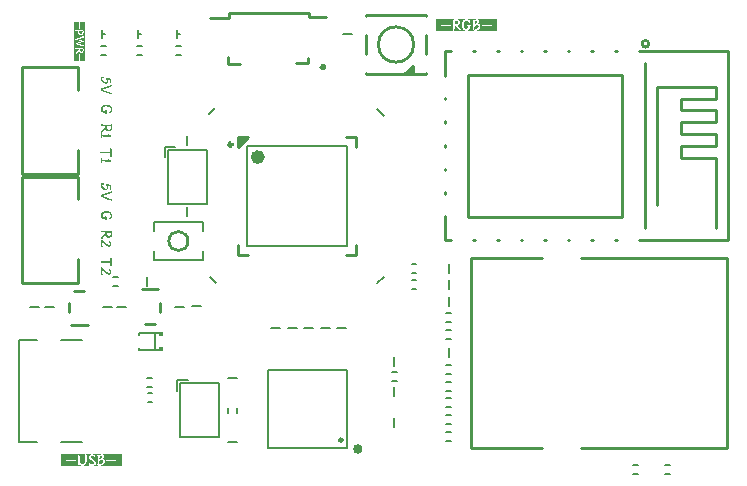
<source format=gto>
G04*
G04 #@! TF.GenerationSoftware,Altium Limited,Altium Designer,20.0.2 (26)*
G04*
G04 Layer_Color=65535*
%FSLAX25Y25*%
%MOIN*%
G70*
G01*
G75*
%ADD10C,0.01000*%
%ADD11C,0.01575*%
%ADD12C,0.01181*%
%ADD13C,0.02362*%
%ADD14C,0.00787*%
%ADD15C,0.00799*%
%ADD16C,0.00600*%
%ADD17C,0.00598*%
%ADD18C,0.00800*%
G36*
X-71949Y-33159D02*
Y-31772D01*
X-70749D01*
Y-33159D01*
X-71949D01*
D01*
D02*
G37*
G36*
Y-26841D02*
Y-28228D01*
X-70749D01*
Y-26841D01*
X-71949D01*
D01*
D02*
G37*
G36*
X-45685Y34765D02*
Y34765D01*
X-42265Y38185D01*
X-45685D01*
Y34765D01*
D01*
D02*
G37*
G36*
X12512Y61913D02*
Y59551D01*
X12118Y59157D01*
X9756D01*
X12512Y61913D01*
D01*
D02*
G37*
G36*
X-96561Y63384D02*
X-100439D01*
Y76618D01*
X-96561D01*
Y63384D01*
D02*
G37*
G36*
X-90975Y-68044D02*
X-90962Y-68057D01*
X-90955Y-68063D01*
X-90949Y-68076D01*
X-90936Y-68095D01*
X-90923Y-68128D01*
X-90917Y-68173D01*
X-90910Y-68219D01*
X-90917Y-68277D01*
X-90936Y-68348D01*
X-90943Y-68361D01*
X-90955Y-68387D01*
X-90988Y-68432D01*
X-91027Y-68497D01*
X-91079Y-68568D01*
X-91143Y-68646D01*
X-91221Y-68724D01*
X-91312Y-68808D01*
X-91318Y-68815D01*
X-91344Y-68841D01*
X-91383Y-68873D01*
X-91422Y-68912D01*
X-91519Y-68996D01*
X-91565Y-69029D01*
X-91603Y-69055D01*
X-91610Y-69061D01*
X-91629Y-69080D01*
X-91662Y-69100D01*
X-91694Y-69119D01*
X-91701Y-69126D01*
X-91707Y-69152D01*
X-91727Y-69178D01*
X-91746Y-69217D01*
X-91765Y-69249D01*
X-91778Y-69275D01*
X-91791Y-69294D01*
X-91811D01*
X-91830Y-69275D01*
X-91843Y-69262D01*
X-91850Y-69242D01*
Y-69210D01*
X-91843Y-69165D01*
Y-69158D01*
Y-69139D01*
Y-69106D01*
Y-69074D01*
X-91856Y-68996D01*
X-91863Y-68964D01*
X-91869Y-68931D01*
Y-68925D01*
Y-68918D01*
Y-68893D01*
X-91863Y-68854D01*
X-91850Y-68821D01*
Y-68815D01*
X-91843Y-68802D01*
Y-68782D01*
X-91837Y-68756D01*
X-91830Y-68698D01*
X-91824Y-68640D01*
Y-68633D01*
Y-68614D01*
X-91830Y-68588D01*
Y-68549D01*
X-91824Y-68497D01*
Y-68445D01*
X-91811Y-68374D01*
X-91798Y-68303D01*
Y-68296D01*
Y-68270D01*
Y-68238D01*
Y-68199D01*
X-91817D01*
Y-68193D01*
X-91798D01*
X-91804Y-68186D01*
X-91817Y-68183D01*
X-91798Y-68180D01*
X-91752Y-68154D01*
X-91739D01*
X-91720Y-68160D01*
X-91662D01*
X-91616Y-68154D01*
X-91565Y-68141D01*
X-91500Y-68128D01*
X-91487Y-68121D01*
X-91461Y-68115D01*
X-91416Y-68102D01*
X-91364Y-68082D01*
X-91241Y-68057D01*
X-91176Y-68050D01*
X-91124Y-68044D01*
X-91117D01*
X-91098Y-68037D01*
X-90994D01*
X-90975Y-68044D01*
D02*
G37*
G36*
X-89951Y-70020D02*
X-89957Y-69962D01*
X-89964Y-69897D01*
X-89977Y-69819D01*
Y-69813D01*
X-89983Y-69787D01*
X-89990Y-69748D01*
X-89996Y-69703D01*
X-90022Y-69605D01*
X-90035Y-69560D01*
X-90055Y-69528D01*
X-90061Y-69515D01*
X-90087Y-69476D01*
X-90132Y-69417D01*
X-90197Y-69333D01*
X-90204Y-69327D01*
X-90217Y-69314D01*
X-90243Y-69301D01*
X-90269Y-69275D01*
X-90333Y-69230D01*
X-90392Y-69191D01*
X-90398Y-69184D01*
X-90424Y-69178D01*
X-90463Y-69165D01*
X-90515Y-69145D01*
X-90573Y-69132D01*
X-90638Y-69113D01*
X-90774Y-69087D01*
X-90781D01*
X-90800Y-69080D01*
X-90819D01*
X-90845Y-69074D01*
X-90868D01*
X-90858Y-69068D01*
X-90832Y-69055D01*
X-90800Y-69042D01*
X-90793Y-69035D01*
X-90774Y-69022D01*
X-90742Y-68996D01*
X-90703Y-68964D01*
X-90657Y-68918D01*
X-90605Y-68867D01*
X-90554Y-68808D01*
X-90508Y-68737D01*
Y-68730D01*
X-90502Y-68724D01*
X-90482Y-68692D01*
X-90456Y-68653D01*
X-90424Y-68620D01*
X-90418Y-68607D01*
X-90405Y-68594D01*
X-90392Y-68568D01*
X-90379Y-68543D01*
X-90359Y-68504D01*
X-90340Y-68458D01*
X-90320Y-68406D01*
Y-68400D01*
X-90314Y-68374D01*
Y-68342D01*
X-90307Y-68296D01*
Y-68244D01*
Y-68186D01*
X-90320Y-68063D01*
X-90327Y-68050D01*
X-90340Y-68018D01*
X-90359Y-67972D01*
X-90392Y-67914D01*
X-90431Y-67849D01*
X-90476Y-67784D01*
X-90528Y-67720D01*
X-90593Y-67668D01*
X-90599Y-67661D01*
X-90625Y-67648D01*
X-90664Y-67635D01*
X-90716Y-67610D01*
X-90774Y-67590D01*
X-90852Y-67577D01*
X-90930Y-67564D01*
X-91020Y-67558D01*
X-89951D01*
Y-70020D01*
D02*
G37*
G36*
X-90845Y-69502D02*
X-90826D01*
X-90813Y-69515D01*
X-90787Y-69521D01*
X-90761Y-69534D01*
X-90709Y-69560D01*
X-90683Y-69573D01*
X-90670Y-69579D01*
X-90664Y-69592D01*
X-90644Y-69618D01*
X-90612Y-69651D01*
X-90573Y-69696D01*
Y-69703D01*
Y-69709D01*
Y-69748D01*
Y-69800D01*
Y-69864D01*
X-90586Y-70007D01*
X-90599Y-70072D01*
X-90618Y-70124D01*
X-90625Y-70130D01*
X-90638Y-70156D01*
X-90657Y-70188D01*
X-90690Y-70240D01*
X-90729Y-70299D01*
X-90781Y-70363D01*
X-90845Y-70441D01*
X-90923Y-70519D01*
X-90936Y-70525D01*
X-90962Y-70551D01*
X-91007Y-70584D01*
X-91059Y-70629D01*
X-91169Y-70713D01*
X-91221Y-70752D01*
X-91267Y-70778D01*
X-91273D01*
X-91279Y-70785D01*
X-91318Y-70804D01*
X-91377Y-70830D01*
X-91454Y-70856D01*
X-91545Y-70888D01*
X-91636Y-70921D01*
X-91733Y-70947D01*
X-91830Y-70960D01*
X-91837D01*
X-91843Y-70966D01*
X-91869Y-70986D01*
X-91901Y-71005D01*
X-91908Y-71012D01*
X-91914Y-71018D01*
X-91921Y-71005D01*
X-91947Y-70979D01*
X-91960Y-70947D01*
X-91966Y-70934D01*
X-91960Y-70921D01*
Y-70914D01*
X-91953Y-70908D01*
X-91947Y-70869D01*
X-91940Y-70824D01*
X-91934Y-70765D01*
Y-70759D01*
Y-70752D01*
Y-70713D01*
Y-70661D01*
Y-70584D01*
Y-70577D01*
Y-70571D01*
Y-70532D01*
Y-70480D01*
Y-70422D01*
X-91940Y-70409D01*
X-91934Y-70383D01*
X-91927Y-70370D01*
X-91914Y-70344D01*
Y-70337D01*
Y-70331D01*
Y-70299D01*
Y-70266D01*
Y-70240D01*
Y-70234D01*
Y-70221D01*
Y-70188D01*
Y-70163D01*
Y-70130D01*
Y-70124D01*
X-91908Y-70117D01*
X-91901Y-70072D01*
X-91895Y-70020D01*
X-91889Y-69955D01*
Y-69949D01*
X-91895Y-69929D01*
X-91889Y-69903D01*
X-91882Y-69890D01*
X-91869Y-69871D01*
Y-69864D01*
Y-69845D01*
X-91863Y-69826D01*
X-91856Y-69813D01*
X-91850D01*
X-91843Y-69806D01*
X-91811Y-69793D01*
X-91765Y-69774D01*
X-91714Y-69741D01*
X-91707D01*
X-91701Y-69735D01*
X-91662Y-69715D01*
X-91610Y-69690D01*
X-91565Y-69657D01*
X-91558D01*
X-91545Y-69651D01*
X-91526Y-69644D01*
X-91500Y-69631D01*
X-91441Y-69605D01*
X-91383Y-69554D01*
X-91377Y-69547D01*
X-91357Y-69528D01*
X-91331Y-69508D01*
X-91318Y-69502D01*
X-91098D01*
X-91079Y-69495D01*
X-91053D01*
X-91020Y-69489D01*
X-90955Y-69482D01*
X-90930Y-69476D01*
X-90917D01*
X-90845Y-69502D01*
D02*
G37*
G36*
X-91072Y-67564D02*
X-91111D01*
X-91156Y-67577D01*
X-91215Y-67590D01*
X-91279Y-67603D01*
X-91357Y-67629D01*
X-91370D01*
X-91396Y-67635D01*
X-91435Y-67648D01*
X-91487Y-67655D01*
X-91590Y-67681D01*
X-91636Y-67694D01*
X-91675Y-67700D01*
X-91688D01*
X-91733Y-67713D01*
X-91791Y-67726D01*
X-91856Y-67746D01*
X-91869D01*
X-91908Y-67752D01*
X-91966Y-67759D01*
X-92044Y-67765D01*
X-92135Y-67784D01*
X-92225Y-67804D01*
X-92323Y-67830D01*
X-92420Y-67862D01*
X-92426Y-67869D01*
X-92439Y-67875D01*
X-92472Y-67901D01*
X-92517Y-67933D01*
X-92537Y-67940D01*
X-92550Y-67946D01*
X-92556Y-67953D01*
X-92569Y-67972D01*
X-92588Y-68005D01*
X-92608Y-68037D01*
X-92621Y-68069D01*
X-92634Y-68102D01*
Y-68076D01*
Y-71439D01*
Y-68134D01*
X-92627Y-68154D01*
Y-68167D01*
X-92614Y-68199D01*
X-92601Y-68219D01*
X-92575Y-68238D01*
X-92550Y-68251D01*
X-92511Y-68270D01*
X-92277D01*
Y-68264D01*
X-92271Y-68257D01*
X-92258D01*
X-92251Y-68270D01*
X-92258D01*
X-92264Y-68264D01*
Y-68277D01*
X-92271Y-68290D01*
X-92277Y-68316D01*
X-92284Y-68355D01*
X-92290Y-68406D01*
X-92303Y-68478D01*
X-92310Y-68562D01*
Y-68568D01*
X-92316Y-68594D01*
X-92323Y-68633D01*
X-92329Y-68679D01*
X-92336Y-68737D01*
X-92342Y-68795D01*
X-92336Y-68925D01*
Y-68931D01*
Y-68951D01*
Y-68977D01*
Y-69016D01*
X-92342Y-69061D01*
Y-69113D01*
X-92349Y-69230D01*
X-92355Y-69359D01*
X-92362Y-69489D01*
X-92368Y-69605D01*
Y-69657D01*
X-92375Y-69703D01*
X-92381Y-69715D01*
Y-69735D01*
X-92387Y-69761D01*
X-92400Y-69793D01*
X-92407Y-69832D01*
X-92413Y-69877D01*
X-92426Y-69936D01*
Y-69942D01*
Y-69962D01*
X-92433Y-69994D01*
Y-70033D01*
X-92439Y-70130D01*
X-92446Y-70234D01*
Y-70240D01*
Y-70253D01*
X-92452Y-70273D01*
Y-70299D01*
X-92459Y-70363D01*
X-92472Y-70441D01*
X-92478Y-70525D01*
X-92491Y-70603D01*
X-92504Y-70675D01*
Y-70700D01*
X-92511Y-70726D01*
Y-70733D01*
X-92517Y-70752D01*
X-92524Y-70785D01*
X-92530Y-70824D01*
X-92537Y-70869D01*
Y-70914D01*
X-92530Y-70973D01*
X-92517Y-71024D01*
Y-71031D01*
Y-71037D01*
X-92504Y-71076D01*
X-92478Y-71128D01*
X-92459Y-71148D01*
X-92426Y-71167D01*
X-92375D01*
X-92362Y-71174D01*
X-92329Y-71193D01*
Y-71199D01*
X-92323Y-71212D01*
X-92303Y-71258D01*
X-92284Y-71284D01*
X-92258Y-71310D01*
X-92219Y-71329D01*
X-92180Y-71342D01*
X-92174Y-71348D01*
X-92161Y-71368D01*
X-92128Y-71387D01*
X-92089Y-71394D01*
X-92083D01*
X-92070Y-71400D01*
X-92044Y-71413D01*
X-92005Y-71420D01*
X-91960Y-71433D01*
X-91895Y-71439D01*
X-91811D01*
X-91714Y-71433D01*
X-91707D01*
X-91675Y-71426D01*
X-91629Y-71420D01*
X-91565Y-71407D01*
X-91474Y-71387D01*
X-91364Y-71361D01*
X-91228Y-71323D01*
X-91072Y-71277D01*
X-91066D01*
X-91053Y-71271D01*
X-91033Y-71264D01*
X-91007Y-71258D01*
X-90955Y-71232D01*
X-90904Y-71193D01*
X-90891Y-71174D01*
X-90852Y-71161D01*
X-90845D01*
X-90832Y-71154D01*
X-90813Y-71141D01*
X-90781Y-71128D01*
X-90729Y-71096D01*
X-90696Y-71076D01*
X-90677Y-71057D01*
X-90664Y-71050D01*
X-90638Y-71031D01*
X-90593Y-71005D01*
X-90534Y-70966D01*
X-90528Y-70960D01*
X-90515Y-70940D01*
X-90482Y-70914D01*
X-90431Y-70882D01*
X-90424Y-70875D01*
X-90411Y-70862D01*
X-90392Y-70843D01*
X-90359Y-70804D01*
X-90314Y-70759D01*
X-90262Y-70700D01*
X-90197Y-70629D01*
X-90126Y-70545D01*
X-90119Y-70538D01*
X-90113Y-70525D01*
X-90100Y-70499D01*
X-90081Y-70467D01*
X-90042Y-70389D01*
X-90003Y-70305D01*
Y-70299D01*
X-89996Y-70286D01*
Y-70266D01*
X-89990Y-70240D01*
X-89970Y-70188D01*
X-89964Y-70163D01*
X-89957Y-70143D01*
Y-70137D01*
X-89951Y-70124D01*
Y-67558D01*
X-84336D01*
Y-71439D01*
X-104664D01*
Y-67558D01*
X-92634D01*
D01*
X-91040D01*
X-91072Y-67564D01*
D02*
G37*
G36*
X34106Y76966D02*
X34119Y76953D01*
X34126Y76947D01*
X34132Y76934D01*
X34145Y76914D01*
X34158Y76882D01*
X34164Y76837D01*
X34171Y76791D01*
X34164Y76733D01*
X34145Y76661D01*
X34139Y76649D01*
X34126Y76623D01*
X34093Y76577D01*
X34054Y76512D01*
X34002Y76441D01*
X33938Y76363D01*
X33860Y76286D01*
X33769Y76201D01*
X33763Y76195D01*
X33737Y76169D01*
X33698Y76137D01*
X33659Y76098D01*
X33562Y76013D01*
X33516Y75981D01*
X33478Y75955D01*
X33471Y75949D01*
X33452Y75929D01*
X33419Y75910D01*
X33387Y75890D01*
X33380Y75884D01*
X33374Y75858D01*
X33354Y75832D01*
X33335Y75793D01*
X33316Y75761D01*
X33303Y75735D01*
X33290Y75716D01*
X33270D01*
X33251Y75735D01*
X33238Y75748D01*
X33231Y75767D01*
Y75800D01*
X33238Y75845D01*
Y75852D01*
Y75871D01*
Y75903D01*
Y75936D01*
X33225Y76013D01*
X33218Y76046D01*
X33212Y76078D01*
Y76085D01*
Y76091D01*
Y76117D01*
X33218Y76156D01*
X33231Y76188D01*
Y76195D01*
X33238Y76208D01*
Y76227D01*
X33244Y76253D01*
X33251Y76312D01*
X33257Y76370D01*
Y76376D01*
Y76396D01*
X33251Y76422D01*
Y76461D01*
X33257Y76512D01*
Y76564D01*
X33270Y76636D01*
X33283Y76707D01*
Y76713D01*
Y76739D01*
Y76772D01*
Y76811D01*
X33264D01*
Y76817D01*
X33283D01*
X33277Y76824D01*
X33264Y76827D01*
X33283Y76830D01*
X33329Y76856D01*
X33342D01*
X33361Y76850D01*
X33419D01*
X33465Y76856D01*
X33516Y76869D01*
X33581Y76882D01*
X33594Y76888D01*
X33620Y76895D01*
X33665Y76908D01*
X33717Y76927D01*
X33840Y76953D01*
X33905Y76960D01*
X33957Y76966D01*
X33964D01*
X33983Y76973D01*
X34087D01*
X34106Y76966D01*
D02*
G37*
G36*
X35130Y77452D02*
X40664D01*
Y73551D01*
X20336D01*
Y77452D01*
X32447D01*
D01*
X34041D01*
X34009Y77446D01*
X33970D01*
X33925Y77433D01*
X33866Y77420D01*
X33802Y77407D01*
X33724Y77381D01*
X33711D01*
X33685Y77374D01*
X33646Y77361D01*
X33594Y77355D01*
X33490Y77329D01*
X33445Y77316D01*
X33406Y77310D01*
X33393D01*
X33348Y77297D01*
X33290Y77284D01*
X33225Y77264D01*
X33212D01*
X33173Y77258D01*
X33115Y77251D01*
X33037Y77245D01*
X32946Y77225D01*
X32855Y77206D01*
X32758Y77180D01*
X32661Y77148D01*
X32655Y77141D01*
X32642Y77135D01*
X32609Y77109D01*
X32564Y77076D01*
X32544Y77070D01*
X32531Y77063D01*
X32525Y77057D01*
X32512Y77037D01*
X32493Y77005D01*
X32473Y76973D01*
X32460Y76940D01*
X32447Y76908D01*
Y76875D01*
X32454Y76856D01*
Y76843D01*
X32467Y76811D01*
X32480Y76791D01*
X32506Y76772D01*
X32531Y76759D01*
X32570Y76739D01*
X32804D01*
Y76746D01*
X32810Y76752D01*
X32823D01*
X32830Y76739D01*
X32823D01*
X32817Y76746D01*
Y76733D01*
X32810Y76720D01*
X32804Y76694D01*
X32797Y76655D01*
X32791Y76603D01*
X32778Y76532D01*
X32771Y76448D01*
Y76441D01*
X32765Y76415D01*
X32758Y76376D01*
X32752Y76331D01*
X32745Y76273D01*
X32739Y76214D01*
X32745Y76085D01*
Y76078D01*
Y76059D01*
Y76033D01*
Y75994D01*
X32739Y75949D01*
Y75897D01*
X32732Y75780D01*
X32726Y75651D01*
X32719Y75521D01*
X32713Y75404D01*
Y75353D01*
X32706Y75307D01*
X32700Y75294D01*
Y75275D01*
X32693Y75249D01*
X32680Y75217D01*
X32674Y75178D01*
X32668Y75132D01*
X32655Y75074D01*
Y75068D01*
Y75048D01*
X32648Y75016D01*
Y74977D01*
X32642Y74879D01*
X32635Y74776D01*
Y74769D01*
Y74756D01*
X32629Y74737D01*
Y74711D01*
X32622Y74646D01*
X32609Y74568D01*
X32603Y74484D01*
X32590Y74406D01*
X32577Y74335D01*
Y74309D01*
X32570Y74283D01*
Y74277D01*
X32564Y74257D01*
X32557Y74225D01*
X32551Y74186D01*
X32544Y74141D01*
Y74095D01*
X32551Y74037D01*
X32564Y73985D01*
Y73979D01*
Y73972D01*
X32577Y73934D01*
X32603Y73882D01*
X32622Y73862D01*
X32655Y73843D01*
X32706D01*
X32719Y73836D01*
X32752Y73817D01*
Y73810D01*
X32758Y73797D01*
X32778Y73752D01*
X32797Y73726D01*
X32823Y73700D01*
X32862Y73681D01*
X32901Y73668D01*
X32907Y73661D01*
X32920Y73642D01*
X32953Y73622D01*
X32992Y73616D01*
X32998D01*
X33011Y73610D01*
X33037Y73597D01*
X33076Y73590D01*
X33121Y73577D01*
X33186Y73571D01*
X32447D01*
X35130D01*
X33270D01*
X33367Y73577D01*
X33374D01*
X33406Y73584D01*
X33452Y73590D01*
X33516Y73603D01*
X33607Y73622D01*
X33717Y73648D01*
X33853Y73687D01*
X34009Y73733D01*
X34015D01*
X34028Y73739D01*
X34048Y73746D01*
X34074Y73752D01*
X34126Y73778D01*
X34177Y73817D01*
X34190Y73836D01*
X34229Y73849D01*
X34236D01*
X34249Y73856D01*
X34268Y73869D01*
X34301Y73882D01*
X34352Y73914D01*
X34385Y73934D01*
X34404Y73953D01*
X34417Y73959D01*
X34443Y73979D01*
X34488Y74005D01*
X34547Y74044D01*
X34553Y74050D01*
X34566Y74069D01*
X34599Y74095D01*
X34650Y74128D01*
X34657Y74134D01*
X34670Y74147D01*
X34689Y74167D01*
X34722Y74206D01*
X34767Y74251D01*
X34819Y74309D01*
X34884Y74381D01*
X34955Y74465D01*
X34962Y74471D01*
X34968Y74484D01*
X34981Y74510D01*
X35000Y74543D01*
X35039Y74620D01*
X35078Y74705D01*
Y74711D01*
X35085Y74724D01*
Y74743D01*
X35091Y74769D01*
X35111Y74821D01*
X35117Y74847D01*
X35124Y74867D01*
Y74873D01*
X35130Y74886D01*
Y74990D01*
X35124Y75048D01*
X35117Y75113D01*
X35104Y75191D01*
Y75197D01*
X35098Y75223D01*
X35091Y75262D01*
X35085Y75307D01*
X35059Y75404D01*
X35046Y75450D01*
X35026Y75482D01*
X35020Y75495D01*
X34994Y75534D01*
X34949Y75592D01*
X34884Y75677D01*
X34877Y75683D01*
X34864Y75696D01*
X34838Y75709D01*
X34812Y75735D01*
X34748Y75780D01*
X34689Y75819D01*
X34683Y75826D01*
X34657Y75832D01*
X34618Y75845D01*
X34566Y75864D01*
X34508Y75877D01*
X34443Y75897D01*
X34307Y75923D01*
X34301D01*
X34281Y75929D01*
X34262D01*
X34236Y75936D01*
X34213D01*
X34223Y75942D01*
X34249Y75955D01*
X34281Y75968D01*
X34288Y75975D01*
X34307Y75988D01*
X34339Y76013D01*
X34378Y76046D01*
X34424Y76091D01*
X34475Y76143D01*
X34527Y76201D01*
X34573Y76273D01*
Y76279D01*
X34579Y76286D01*
X34599Y76318D01*
X34624Y76357D01*
X34657Y76389D01*
X34663Y76402D01*
X34676Y76415D01*
X34689Y76441D01*
X34702Y76467D01*
X34722Y76506D01*
X34741Y76551D01*
X34761Y76603D01*
Y76610D01*
X34767Y76636D01*
Y76668D01*
X34774Y76713D01*
Y76765D01*
Y76824D01*
X34761Y76947D01*
X34754Y76960D01*
X34741Y76992D01*
X34722Y77037D01*
X34689Y77096D01*
X34650Y77161D01*
X34605Y77225D01*
X34553Y77290D01*
X34488Y77342D01*
X34482Y77348D01*
X34456Y77361D01*
X34417Y77374D01*
X34365Y77400D01*
X34307Y77420D01*
X34229Y77433D01*
X34152Y77446D01*
X34061Y77452D01*
X35130D01*
D01*
D02*
G37*
G36*
X34236Y75508D02*
X34255D01*
X34268Y75495D01*
X34294Y75489D01*
X34320Y75476D01*
X34372Y75450D01*
X34398Y75437D01*
X34411Y75430D01*
X34417Y75417D01*
X34437Y75392D01*
X34469Y75359D01*
X34508Y75314D01*
Y75307D01*
Y75301D01*
Y75262D01*
Y75210D01*
Y75145D01*
X34495Y75003D01*
X34482Y74938D01*
X34462Y74886D01*
X34456Y74879D01*
X34443Y74854D01*
X34424Y74821D01*
X34391Y74769D01*
X34352Y74711D01*
X34301Y74646D01*
X34236Y74568D01*
X34158Y74491D01*
X34145Y74484D01*
X34119Y74458D01*
X34074Y74426D01*
X34022Y74381D01*
X33912Y74296D01*
X33860Y74257D01*
X33814Y74231D01*
X33808D01*
X33802Y74225D01*
X33763Y74206D01*
X33704Y74180D01*
X33627Y74154D01*
X33536Y74121D01*
X33445Y74089D01*
X33348Y74063D01*
X33251Y74050D01*
X33244D01*
X33238Y74044D01*
X33212Y74024D01*
X33180Y74005D01*
X33173Y73998D01*
X33167Y73992D01*
X33160Y74005D01*
X33134Y74031D01*
X33121Y74063D01*
X33115Y74076D01*
X33121Y74089D01*
Y74095D01*
X33128Y74102D01*
X33134Y74141D01*
X33141Y74186D01*
X33147Y74244D01*
Y74251D01*
Y74257D01*
Y74296D01*
Y74348D01*
Y74426D01*
Y74432D01*
Y74439D01*
Y74478D01*
Y74530D01*
Y74588D01*
X33141Y74601D01*
X33147Y74627D01*
X33154Y74640D01*
X33167Y74666D01*
Y74672D01*
Y74679D01*
Y74711D01*
Y74743D01*
Y74769D01*
Y74776D01*
Y74789D01*
Y74821D01*
Y74847D01*
Y74879D01*
Y74886D01*
X33173Y74892D01*
X33180Y74938D01*
X33186Y74990D01*
X33192Y75055D01*
Y75061D01*
X33186Y75080D01*
X33192Y75106D01*
X33199Y75119D01*
X33212Y75139D01*
Y75145D01*
Y75165D01*
X33218Y75184D01*
X33225Y75197D01*
X33231D01*
X33238Y75204D01*
X33270Y75217D01*
X33316Y75236D01*
X33367Y75268D01*
X33374D01*
X33380Y75275D01*
X33419Y75294D01*
X33471Y75320D01*
X33516Y75353D01*
X33523D01*
X33536Y75359D01*
X33555Y75366D01*
X33581Y75379D01*
X33640Y75404D01*
X33698Y75456D01*
X33704Y75463D01*
X33724Y75482D01*
X33750Y75502D01*
X33763Y75508D01*
X33983D01*
X34002Y75515D01*
X34028D01*
X34061Y75521D01*
X34126Y75528D01*
X34152Y75534D01*
X34164D01*
X34236Y75508D01*
D02*
G37*
G36*
X-90803Y22891D02*
X-90764Y22884D01*
X-90739Y22878D01*
X-90732D01*
X-90564Y22852D01*
X-90486Y22748D01*
X-90428Y22683D01*
X-90389Y22619D01*
X-90363Y22567D01*
X-90343Y22521D01*
X-90337Y22483D01*
Y22431D01*
X-90343Y22385D01*
X-90356Y22346D01*
X-90376Y22314D01*
X-90402Y22295D01*
X-90447Y22262D01*
X-90460Y22256D01*
X-90466D01*
X-90505Y22249D01*
X-90538Y22243D01*
X-90557D01*
X-90577Y22236D01*
X-90589D01*
X-90596Y22262D01*
X-90609Y22275D01*
X-90628Y22288D01*
X-90635D01*
X-90667Y22321D01*
X-90693Y22340D01*
X-90719Y22346D01*
X-90726D01*
X-90739Y22353D01*
X-90751D01*
X-90771Y22346D01*
X-90797Y22333D01*
X-90803Y22327D01*
X-90829Y22314D01*
X-90842Y22295D01*
X-90862Y22243D01*
Y22172D01*
X-90868Y22139D01*
X-90855Y22107D01*
X-90842Y22081D01*
X-90836Y22068D01*
X-90816Y21899D01*
X-90758Y21789D01*
X-90726Y21737D01*
X-90700Y21692D01*
X-90674Y21647D01*
X-90648Y21614D01*
X-90635Y21595D01*
X-90628Y21588D01*
X-90570Y21517D01*
X-90512Y21446D01*
X-90453Y21387D01*
X-90408Y21342D01*
X-90369Y21303D01*
X-90337Y21277D01*
X-90317Y21258D01*
X-90311Y21251D01*
X-90175Y21167D01*
X-90110Y21135D01*
X-90045Y21102D01*
X-89993Y21070D01*
X-89955Y21050D01*
X-89922Y21037D01*
X-89916Y21031D01*
X-89883Y21025D01*
X-89857Y21012D01*
X-89818Y20999D01*
X-89806Y20986D01*
X-89799D01*
X-89793D01*
X-89780D01*
X-89728D01*
X-89682D01*
X-89669D01*
X-89663D01*
X-89618D01*
X-89585D01*
X-89559Y20992D01*
X-89533D01*
X-89507Y20999D01*
X-89501Y21005D01*
X-89462Y21037D01*
X-89430Y21089D01*
X-89410Y21141D01*
X-89391Y21200D01*
X-89384Y21251D01*
X-89378Y21297D01*
Y21394D01*
X-89384Y21439D01*
Y21478D01*
X-89391Y21517D01*
X-89397Y21543D01*
Y21562D01*
X-89404Y21569D01*
Y21575D01*
X-89423Y21640D01*
X-89449Y21692D01*
X-89468Y21731D01*
X-89482Y21763D01*
X-89501Y21789D01*
X-89507Y21809D01*
X-89520Y21815D01*
Y21822D01*
X-89540Y21847D01*
X-89553Y21873D01*
X-89566Y21925D01*
X-89559Y21958D01*
X-89566D01*
X-89579Y21971D01*
X-89585Y21977D01*
X-89592Y21984D01*
X-89618Y21990D01*
X-89637Y22009D01*
X-89650Y22035D01*
X-89656Y22042D01*
X-89676Y22061D01*
X-89689Y22081D01*
X-89702Y22120D01*
X-89695Y22152D01*
Y22165D01*
X-89689Y22191D01*
X-89669Y22223D01*
X-89644Y22249D01*
X-89618Y22269D01*
X-89592Y22295D01*
X-89566Y22308D01*
X-89546Y22314D01*
X-89540Y22321D01*
X-89494Y22359D01*
X-89456Y22385D01*
X-89410Y22405D01*
X-89371Y22411D01*
X-89339D01*
X-89313D01*
X-89294Y22405D01*
X-89287D01*
X-89183Y22398D01*
X-89093Y22379D01*
X-89054Y22372D01*
X-89021Y22366D01*
X-89002Y22359D01*
X-88995D01*
X-88957D01*
X-88911Y22353D01*
X-88820Y22346D01*
X-88782Y22340D01*
X-88749D01*
X-88723Y22333D01*
X-88717D01*
X-88626Y22327D01*
X-88542Y22314D01*
X-88464Y22301D01*
X-88399Y22295D01*
X-88341Y22282D01*
X-88283Y22269D01*
X-88192Y22249D01*
X-88127Y22230D01*
X-88082Y22210D01*
X-88056Y22204D01*
X-88049Y22197D01*
X-88036Y22191D01*
X-88017Y22185D01*
X-87978Y22152D01*
X-87939Y22120D01*
X-87933Y22113D01*
X-87926Y22107D01*
X-87907Y22055D01*
X-87900Y22016D01*
X-87894Y21990D01*
Y21867D01*
X-87907Y21854D01*
X-87920Y21835D01*
X-87926Y21789D01*
X-87920Y21750D01*
Y21200D01*
X-87913Y21115D01*
X-87907Y21044D01*
Y20927D01*
X-87913Y20888D01*
Y20856D01*
X-87920Y20837D01*
Y20830D01*
X-87985Y20752D01*
X-88043Y20688D01*
X-88069Y20662D01*
X-88082Y20642D01*
X-88095Y20629D01*
X-88101Y20623D01*
X-88166Y20603D01*
X-88218Y20590D01*
X-88263D01*
X-88302Y20597D01*
X-88328Y20610D01*
X-88348Y20623D01*
X-88354Y20629D01*
X-88360Y20636D01*
X-88399Y20675D01*
Y21433D01*
X-88406Y21465D01*
X-88412Y21491D01*
X-88419Y21504D01*
X-88432Y21562D01*
X-88438Y21608D01*
X-88445Y21640D01*
Y21653D01*
X-88451Y21705D01*
X-88458Y21744D01*
X-88471Y21776D01*
X-88477Y21802D01*
X-88484Y21815D01*
Y21828D01*
X-88490Y21835D01*
X-88503Y21841D01*
X-88529Y21847D01*
X-88594Y21854D01*
X-88633Y21860D01*
X-88658D01*
X-88678Y21867D01*
X-88684D01*
X-88749D01*
X-88795D01*
X-88840D01*
X-88866D01*
X-88892D01*
X-88905D01*
X-88918D01*
X-88950Y21873D01*
X-88970D01*
X-88982Y21867D01*
Y21860D01*
X-89008Y21847D01*
X-88989Y21757D01*
X-88970Y21647D01*
X-88957Y21543D01*
Y21452D01*
X-88963Y21368D01*
X-88970Y21303D01*
X-88976Y21251D01*
X-88989Y21225D01*
Y21213D01*
X-89008Y21135D01*
X-89041Y21057D01*
X-89067Y20992D01*
X-89099Y20934D01*
X-89125Y20882D01*
X-89151Y20850D01*
X-89164Y20824D01*
X-89170Y20817D01*
X-89216Y20765D01*
X-89255Y20727D01*
X-89287Y20688D01*
X-89319Y20662D01*
X-89345Y20642D01*
X-89365Y20629D01*
X-89378Y20623D01*
X-89384D01*
X-89488Y20571D01*
X-89708Y20526D01*
X-89773D01*
X-89831D01*
X-89883Y20532D01*
X-89922D01*
X-89955Y20539D01*
X-89980D01*
X-89993Y20545D01*
X-90000D01*
X-90058Y20558D01*
X-90110Y20564D01*
X-90155Y20571D01*
X-90162D01*
X-90168D01*
X-90240Y20584D01*
X-90304Y20603D01*
X-90330Y20610D01*
X-90350D01*
X-90356Y20616D01*
X-90363D01*
X-90415Y20642D01*
X-90466Y20668D01*
X-90564Y20727D01*
X-90602Y20759D01*
X-90635Y20785D01*
X-90661Y20798D01*
X-90667Y20804D01*
X-90726Y20843D01*
X-90771Y20882D01*
X-90810Y20908D01*
X-90842Y20934D01*
X-90862Y20947D01*
X-90875Y20960D01*
X-90888Y20973D01*
X-90926Y21005D01*
X-90952Y21037D01*
X-90972Y21057D01*
X-90978Y21063D01*
X-91037Y21141D01*
X-91082Y21200D01*
X-91114Y21251D01*
X-91140Y21290D01*
X-91160Y21316D01*
X-91166Y21336D01*
X-91173Y21342D01*
Y21349D01*
X-91205Y21381D01*
X-91231Y21407D01*
X-91257Y21433D01*
X-91264Y21439D01*
X-91283Y21498D01*
X-91309Y21549D01*
X-91328Y21595D01*
X-91335Y21601D01*
Y21608D01*
X-91367Y21692D01*
X-91380Y21757D01*
X-91387Y21796D01*
Y21809D01*
X-91400Y21847D01*
X-91413Y21880D01*
X-91419Y21893D01*
X-91426Y21899D01*
X-91445Y21990D01*
X-91458Y22074D01*
X-91464Y22113D01*
Y22146D01*
X-91471Y22165D01*
Y22230D01*
X-91464Y22282D01*
X-91458Y22327D01*
X-91451Y22359D01*
X-91445Y22392D01*
X-91438Y22411D01*
X-91432Y22424D01*
Y22431D01*
X-91419Y22470D01*
X-91400Y22509D01*
X-91354Y22567D01*
X-91335Y22593D01*
X-91322Y22612D01*
X-91309Y22625D01*
X-91302Y22632D01*
X-91257Y22696D01*
X-91212Y22755D01*
X-91173Y22794D01*
X-91134Y22826D01*
X-91101Y22852D01*
X-91075Y22865D01*
X-91063Y22878D01*
X-91056D01*
X-91011Y22891D01*
X-90959Y22897D01*
X-90855D01*
X-90803Y22891D01*
D02*
G37*
G36*
X-87836Y20046D02*
X-87810Y20040D01*
X-87784Y20033D01*
X-87758Y20014D01*
X-87751Y20007D01*
X-87732Y19988D01*
X-87719Y19962D01*
X-87706Y19904D01*
Y19852D01*
X-87712Y19832D01*
Y19826D01*
X-87732Y19793D01*
X-87745Y19761D01*
X-87751Y19748D01*
X-87758Y19741D01*
X-87764Y19729D01*
X-87771Y19709D01*
X-87797Y19657D01*
X-87829Y19618D01*
X-87836Y19605D01*
X-87842Y19599D01*
X-87900Y19554D01*
X-87946Y19521D01*
X-87965Y19502D01*
X-87972Y19495D01*
X-88004Y19482D01*
X-88043Y19469D01*
X-88114Y19443D01*
X-88153Y19437D01*
X-88179Y19424D01*
X-88198Y19418D01*
X-88205D01*
X-88658Y19268D01*
X-88879Y19197D01*
X-89093Y19126D01*
X-89294Y19055D01*
X-89488Y18983D01*
X-89669Y18919D01*
X-89838Y18854D01*
X-89993Y18795D01*
X-90136Y18744D01*
X-90253Y18698D01*
X-90356Y18659D01*
X-90440Y18627D01*
X-90499Y18601D01*
X-90538Y18588D01*
X-90544Y18582D01*
X-90551D01*
X-90589Y18569D01*
X-90622Y18562D01*
X-90641Y18556D01*
X-90657D01*
X-90648Y18549D01*
X-90615Y18530D01*
X-90570Y18504D01*
X-90518Y18478D01*
X-90473Y18459D01*
X-90434Y18439D01*
X-90408Y18426D01*
X-90395Y18420D01*
X-89929Y18232D01*
X-89695Y18141D01*
X-89475Y18050D01*
X-89261Y17973D01*
X-89054Y17895D01*
X-88866Y17823D01*
X-88684Y17759D01*
X-88516Y17700D01*
X-88367Y17649D01*
X-88237Y17603D01*
X-88127Y17564D01*
X-88043Y17532D01*
X-87972Y17512D01*
X-87952Y17506D01*
X-87933Y17499D01*
X-87926Y17493D01*
X-87920D01*
X-87894Y17487D01*
X-87868Y17480D01*
X-87855Y17467D01*
X-87849D01*
X-87784Y17461D01*
X-87732Y17441D01*
X-87706Y17428D01*
X-87700Y17422D01*
X-87680Y17415D01*
X-87654Y17389D01*
X-87628Y17370D01*
X-87622Y17363D01*
Y17318D01*
X-87628Y17286D01*
X-87635Y17273D01*
X-87641Y17266D01*
Y17175D01*
X-87661Y17143D01*
X-87680Y17104D01*
X-87687Y17072D01*
X-87693Y17065D01*
Y17059D01*
X-87719Y17026D01*
X-87745Y17000D01*
X-87771Y16981D01*
X-87790Y16968D01*
X-87823Y16955D01*
X-87829D01*
X-87836D01*
X-87862D01*
X-87894Y16962D01*
X-87959Y16981D01*
X-87991Y16987D01*
X-88017Y17000D01*
X-88036Y17007D01*
X-88043D01*
X-88114Y17026D01*
X-88173Y17039D01*
X-88218Y17046D01*
X-88224D01*
X-88231D01*
X-88289Y17065D01*
X-88335Y17078D01*
X-88367Y17091D01*
X-88380Y17098D01*
X-88587Y17169D01*
X-88678Y17201D01*
X-88769Y17227D01*
X-88808Y17240D01*
X-88840Y17253D01*
X-88859Y17260D01*
X-88866D01*
X-88950Y17299D01*
X-89021Y17318D01*
X-89047D01*
X-89060Y17324D01*
X-89073D01*
X-89080D01*
X-89164Y17363D01*
X-89242Y17396D01*
X-89313Y17428D01*
X-89365Y17448D01*
X-89410Y17467D01*
X-89449Y17480D01*
X-89468Y17487D01*
X-89475D01*
X-89527Y17499D01*
X-89572Y17519D01*
X-89605Y17525D01*
X-89611Y17532D01*
X-89618D01*
X-89682Y17558D01*
X-89734Y17584D01*
X-89780Y17590D01*
X-89786Y17597D01*
X-89793D01*
X-89864Y17629D01*
X-89935Y17655D01*
X-89993Y17681D01*
X-90039Y17700D01*
X-90084Y17713D01*
X-90110Y17726D01*
X-90130Y17733D01*
X-90136D01*
X-90188Y17752D01*
X-90220Y17772D01*
X-90233Y17778D01*
X-90240Y17785D01*
X-90285Y17804D01*
X-90330Y17823D01*
X-90434Y17856D01*
X-90479Y17869D01*
X-90518Y17882D01*
X-90544Y17895D01*
X-90551D01*
X-90596Y17914D01*
X-90635Y17927D01*
X-90661Y17940D01*
X-90667Y17947D01*
X-90803Y18018D01*
X-90868Y18044D01*
X-90926Y18063D01*
X-90978Y18083D01*
X-91017Y18096D01*
X-91043Y18102D01*
X-91050D01*
X-91069Y18109D01*
X-91095Y18128D01*
X-91153Y18160D01*
X-91179Y18173D01*
X-91199Y18186D01*
X-91212Y18193D01*
X-91218Y18199D01*
X-91264Y18238D01*
X-91302Y18264D01*
X-91328Y18296D01*
X-91348Y18316D01*
X-91367Y18342D01*
X-91374Y18355D01*
X-91451Y18459D01*
X-91445Y18536D01*
X-91432Y18608D01*
X-91413Y18666D01*
X-91400Y18711D01*
X-91387Y18750D01*
X-91374Y18776D01*
X-91361Y18789D01*
Y18795D01*
X-91354Y18821D01*
X-91341Y18841D01*
X-91315Y18860D01*
X-91289Y18880D01*
X-91264Y18899D01*
X-91237Y18906D01*
X-91225Y18919D01*
X-91218D01*
X-91166Y18951D01*
X-91121Y18970D01*
X-91088Y18983D01*
X-91075Y18990D01*
X-91043Y19003D01*
X-91004Y19016D01*
X-90913Y19042D01*
X-90875Y19061D01*
X-90842Y19068D01*
X-90816Y19081D01*
X-90810D01*
X-90719Y19119D01*
X-90635Y19152D01*
X-90557Y19178D01*
X-90492Y19210D01*
X-90428Y19230D01*
X-90376Y19249D01*
X-90285Y19281D01*
X-90214Y19307D01*
X-90168Y19320D01*
X-90142Y19333D01*
X-90136D01*
X-90039Y19366D01*
X-89961Y19385D01*
X-89929Y19392D01*
X-89909Y19398D01*
X-89896Y19405D01*
X-89890D01*
X-89851Y19424D01*
X-89806Y19437D01*
X-89708Y19469D01*
X-89669Y19476D01*
X-89631Y19489D01*
X-89605Y19495D01*
X-89598D01*
X-89488Y19528D01*
X-89436Y19541D01*
X-89391Y19560D01*
X-89352Y19567D01*
X-89319Y19579D01*
X-89300Y19586D01*
X-89294D01*
X-89222Y19612D01*
X-89144Y19644D01*
X-89060Y19670D01*
X-88976Y19703D01*
X-88898Y19722D01*
X-88840Y19741D01*
X-88814Y19748D01*
X-88795Y19755D01*
X-88788Y19761D01*
X-88782D01*
X-88704Y19780D01*
X-88620Y19806D01*
X-88542Y19832D01*
X-88464Y19858D01*
X-88399Y19884D01*
X-88348Y19904D01*
X-88315Y19917D01*
X-88302Y19923D01*
X-88211Y19962D01*
X-88127Y19994D01*
X-88062Y20014D01*
X-88011Y20033D01*
X-87972Y20040D01*
X-87939Y20046D01*
X-87926D01*
X-87920D01*
X-87874Y20053D01*
X-87836Y20046D01*
D02*
G37*
G36*
X-89274Y13527D02*
X-89255D01*
X-89248D01*
X-89242Y13521D01*
X-89248D01*
X-89242Y13514D01*
X-89216Y13508D01*
X-89183Y13501D01*
X-89177D01*
X-89170D01*
X-89067Y13488D01*
X-88976Y13469D01*
X-88885Y13449D01*
X-88808Y13430D01*
X-88730Y13404D01*
X-88658Y13385D01*
X-88600Y13359D01*
X-88542Y13333D01*
X-88497Y13313D01*
X-88451Y13294D01*
X-88419Y13274D01*
X-88386Y13255D01*
X-88367Y13242D01*
X-88348Y13229D01*
X-88335Y13223D01*
X-88257Y13158D01*
X-88186Y13100D01*
X-88121Y13041D01*
X-88062Y12989D01*
X-88017Y12950D01*
X-87985Y12912D01*
X-87959Y12892D01*
X-87952Y12886D01*
X-87881Y12776D01*
X-87816Y12672D01*
X-87784Y12627D01*
X-87764Y12588D01*
X-87751Y12562D01*
X-87745Y12555D01*
X-87719Y12490D01*
X-87693Y12419D01*
X-87680Y12354D01*
X-87661Y12290D01*
X-87654Y12231D01*
X-87648Y12186D01*
X-87641Y12160D01*
Y12147D01*
X-87635Y12056D01*
Y11953D01*
X-87641Y11849D01*
X-87648Y11752D01*
X-87654Y11667D01*
X-87661Y11596D01*
Y11570D01*
X-87667Y11551D01*
Y11531D01*
X-87680Y11492D01*
X-87693Y11441D01*
X-87732Y11324D01*
X-87751Y11272D01*
X-87771Y11227D01*
X-87777Y11201D01*
X-87784Y11188D01*
X-87823Y11104D01*
X-87855Y11026D01*
X-87887Y10961D01*
X-87920Y10909D01*
X-87946Y10870D01*
X-87965Y10838D01*
X-87978Y10819D01*
X-87985Y10812D01*
X-88036Y10767D01*
X-88075Y10734D01*
X-88101Y10721D01*
X-88108Y10715D01*
X-88134Y10702D01*
X-88160Y10695D01*
X-88224Y10689D01*
X-88250Y10683D01*
X-88276D01*
X-88289D01*
X-88296D01*
X-88373Y10689D01*
X-88432Y10695D01*
X-88464Y10708D01*
X-88477Y10715D01*
X-88535Y10741D01*
X-88581Y10773D01*
X-88620Y10806D01*
X-88626Y10812D01*
X-88633Y10819D01*
X-88691Y10877D01*
X-88730Y10916D01*
X-88756Y10942D01*
X-88762Y10948D01*
Y11065D01*
X-88749Y11091D01*
X-88736Y11110D01*
X-88723Y11136D01*
X-88717Y11149D01*
X-88710Y11156D01*
X-88684Y11162D01*
X-88658Y11169D01*
X-88633Y11181D01*
X-88613Y11188D01*
X-88594Y11194D01*
X-88587D01*
X-88432Y11279D01*
X-88373Y11311D01*
X-88322Y11343D01*
X-88276Y11389D01*
X-88237Y11434D01*
X-88205Y11473D01*
X-88179Y11505D01*
X-88166Y11531D01*
X-88160Y11538D01*
X-88127Y11603D01*
X-88095Y11674D01*
X-88075Y11739D01*
X-88056Y11804D01*
X-88049Y11862D01*
X-88043Y11907D01*
X-88036Y11933D01*
Y11946D01*
X-88030Y12024D01*
Y12095D01*
X-88036Y12128D01*
X-88043Y12153D01*
X-88049Y12166D01*
Y12173D01*
X-88101Y12303D01*
X-88173Y12413D01*
X-88250Y12510D01*
X-88335Y12594D01*
X-88412Y12659D01*
X-88477Y12704D01*
X-88503Y12724D01*
X-88522Y12730D01*
X-88535Y12743D01*
X-88542D01*
X-88736Y12814D01*
X-88918Y12866D01*
X-89073Y12892D01*
X-89216Y12912D01*
X-89274Y12918D01*
X-89326D01*
X-89371Y12925D01*
X-89410D01*
X-89443Y12918D01*
X-89462D01*
X-89475D01*
X-89482D01*
X-89585Y12925D01*
X-89682D01*
X-89870Y12905D01*
X-90039Y12866D01*
X-90110Y12847D01*
X-90181Y12827D01*
X-90240Y12801D01*
X-90298Y12782D01*
X-90343Y12756D01*
X-90382Y12737D01*
X-90415Y12724D01*
X-90440Y12711D01*
X-90453Y12698D01*
X-90460D01*
X-90486Y12685D01*
X-90505Y12672D01*
X-90557Y12627D01*
X-90596Y12588D01*
X-90602Y12575D01*
X-90609Y12568D01*
X-90641Y12549D01*
X-90674Y12523D01*
X-90706Y12484D01*
X-90726Y12458D01*
X-90732Y12445D01*
X-90758Y12406D01*
X-90777Y12361D01*
X-90790Y12322D01*
X-90797Y12309D01*
Y12303D01*
X-90816Y12218D01*
X-90823Y12128D01*
Y12095D01*
X-90816Y12063D01*
Y12037D01*
X-90803Y11972D01*
X-90797Y11920D01*
X-90784Y11868D01*
X-90771Y11829D01*
X-90764Y11797D01*
X-90758Y11771D01*
X-90751Y11758D01*
Y11752D01*
X-90739Y11732D01*
X-90726Y11706D01*
X-90680Y11661D01*
X-90641Y11622D01*
X-90628Y11616D01*
X-90622Y11609D01*
X-90570Y11544D01*
X-90531Y11499D01*
X-90499Y11467D01*
X-90486Y11454D01*
X-90421Y11402D01*
X-90343Y11363D01*
X-90317Y11350D01*
X-90292Y11337D01*
X-90272Y11331D01*
X-90266D01*
X-90240Y11324D01*
X-90201Y11317D01*
X-90130Y11298D01*
X-90097Y11292D01*
X-90071D01*
X-90052Y11285D01*
X-90045D01*
X-90000D01*
X-89968D01*
X-89948D01*
X-89929D01*
X-89916D01*
Y11317D01*
X-89929Y11376D01*
X-89935Y11408D01*
X-89942Y11428D01*
X-89948Y11447D01*
Y11454D01*
X-89955Y11512D01*
Y11557D01*
X-89948Y11596D01*
X-89935Y11622D01*
X-89929Y11642D01*
X-89916Y11654D01*
X-89909Y11661D01*
X-89896Y11680D01*
X-89877Y11693D01*
X-89825Y11719D01*
X-89786Y11739D01*
X-89773Y11745D01*
X-89767D01*
X-89721Y11758D01*
X-89682Y11765D01*
X-89656D01*
X-89650D01*
X-89598D01*
X-89559Y11752D01*
X-89527Y11726D01*
X-89507Y11700D01*
X-89494Y11667D01*
X-89488Y11642D01*
Y11603D01*
X-89482Y11590D01*
X-89475Y11551D01*
X-89468Y11512D01*
Y11499D01*
X-89462Y11460D01*
X-89456Y11408D01*
X-89443Y11356D01*
X-89436Y11292D01*
X-89430Y11240D01*
Y11194D01*
X-89423Y11162D01*
Y11149D01*
X-89397Y10715D01*
Y10501D01*
X-89430Y10495D01*
X-89449Y10488D01*
X-89462Y10482D01*
Y10475D01*
X-89520Y10449D01*
X-89572Y10443D01*
X-89618Y10436D01*
X-89624D01*
X-89627D01*
X-89624Y10430D01*
Y10410D01*
X-89676Y10417D01*
X-89715Y10423D01*
X-89734Y10436D01*
X-89741Y10443D01*
X-89780Y10469D01*
X-89812Y10501D01*
X-89851Y10579D01*
X-89864Y10611D01*
X-89877Y10644D01*
X-89883Y10663D01*
Y10669D01*
X-89890Y10715D01*
X-89896Y10754D01*
X-89909Y10780D01*
X-89916Y10806D01*
X-89922Y10831D01*
X-89929Y10838D01*
X-89935Y10831D01*
X-89942Y10825D01*
X-89974Y10806D01*
X-90006Y10786D01*
X-90013Y10780D01*
X-90019D01*
X-90168Y10767D01*
X-90240D01*
X-90304D01*
X-90363Y10773D01*
X-90415D01*
X-90440Y10780D01*
X-90453D01*
X-90518Y10786D01*
X-90583Y10799D01*
X-90602Y10812D01*
X-90622Y10819D01*
X-90635Y10825D01*
X-90641D01*
X-90687Y10838D01*
X-90726Y10857D01*
X-90797Y10896D01*
X-90823Y10916D01*
X-90842Y10935D01*
X-90855Y10942D01*
X-90862Y10948D01*
X-90907Y10968D01*
X-90939Y10974D01*
X-90965Y10981D01*
X-90972D01*
X-91017Y11039D01*
X-91063Y11084D01*
X-91101Y11117D01*
X-91108Y11130D01*
X-91114D01*
X-91153Y11175D01*
X-91192Y11214D01*
X-91218Y11246D01*
X-91237Y11272D01*
X-91264Y11311D01*
X-91270Y11324D01*
Y11337D01*
X-91283Y11363D01*
X-91302Y11415D01*
X-91315Y11447D01*
X-91322Y11467D01*
X-91335Y11486D01*
Y11492D01*
X-91367Y11564D01*
X-91380Y11622D01*
X-91387Y11661D01*
Y11674D01*
X-91413Y11823D01*
X-91419Y11888D01*
X-91426Y11940D01*
X-91432Y11991D01*
Y12056D01*
X-91406Y12315D01*
X-91393Y12341D01*
X-91380Y12367D01*
X-91374Y12380D01*
X-91367Y12387D01*
X-91361D01*
Y12406D01*
X-91354Y12439D01*
X-91341Y12477D01*
X-91315Y12516D01*
X-91296Y12555D01*
X-91276Y12581D01*
X-91264Y12607D01*
X-91257Y12614D01*
X-91212Y12691D01*
X-91173Y12750D01*
X-91147Y12788D01*
X-91140Y12795D01*
Y12801D01*
X-91088Y12873D01*
X-91043Y12925D01*
X-91011Y12950D01*
X-91004Y12963D01*
X-90998D01*
X-90926Y13022D01*
X-90849Y13074D01*
X-90816Y13093D01*
X-90790Y13113D01*
X-90777Y13119D01*
X-90771Y13125D01*
X-90719Y13164D01*
X-90680Y13197D01*
X-90641Y13223D01*
X-90609Y13242D01*
X-90589Y13255D01*
X-90570Y13262D01*
X-90557Y13268D01*
X-90440Y13320D01*
X-90337Y13365D01*
X-90253Y13398D01*
X-90175Y13423D01*
X-90123Y13437D01*
X-90078Y13449D01*
X-90052Y13456D01*
X-90045D01*
X-89942Y13475D01*
X-89844Y13495D01*
X-89754Y13508D01*
X-89669Y13514D01*
X-89605D01*
X-89553Y13521D01*
X-89520D01*
X-89507D01*
X-89417Y13527D01*
X-89352Y13534D01*
X-89306D01*
X-89274Y13527D01*
D02*
G37*
G36*
X-87855Y6995D02*
X-87829Y6982D01*
X-87816Y6976D01*
X-87797Y6969D01*
X-87784Y6963D01*
X-87764Y6924D01*
X-87758Y6892D01*
Y6872D01*
X-87751Y6859D01*
X-87745Y6820D01*
X-87738Y6781D01*
X-87732Y6769D01*
Y6762D01*
X-87725Y6730D01*
Y6691D01*
X-87719Y6645D01*
X-87712Y6594D01*
X-87700Y6477D01*
X-87693Y6360D01*
X-87680Y6250D01*
Y6198D01*
X-87674Y6153D01*
Y6121D01*
X-87667Y6095D01*
Y5874D01*
X-87674Y5790D01*
Y5712D01*
X-87680Y5647D01*
Y5602D01*
X-87687Y5570D01*
Y5557D01*
X-87693Y5447D01*
X-87700Y5349D01*
X-87712Y5272D01*
X-87725Y5207D01*
X-87745Y5161D01*
X-87758Y5123D01*
X-87764Y5103D01*
X-87771Y5097D01*
X-87836Y5000D01*
X-87913Y4915D01*
X-87991Y4837D01*
X-88062Y4773D01*
X-88127Y4721D01*
X-88186Y4676D01*
X-88218Y4650D01*
X-88224Y4643D01*
X-88231D01*
X-88276Y4650D01*
X-88309Y4663D01*
X-88335Y4676D01*
X-88341Y4682D01*
X-88348Y4676D01*
X-88367Y4669D01*
X-88412Y4650D01*
X-88471Y4637D01*
X-88535Y4624D01*
X-88600Y4611D01*
X-88658Y4604D01*
X-88697Y4598D01*
X-88704D01*
X-88710D01*
X-88801D01*
X-88872Y4604D01*
X-88937D01*
X-88982Y4611D01*
X-89021Y4617D01*
X-89047D01*
X-89060Y4624D01*
X-89067D01*
X-89177Y4682D01*
X-89229Y4714D01*
X-89274Y4747D01*
X-89306Y4773D01*
X-89339Y4799D01*
X-89358Y4812D01*
X-89365Y4818D01*
X-89430Y4902D01*
X-89494Y4987D01*
X-89527Y5025D01*
X-89553Y5051D01*
X-89566Y5071D01*
X-89572Y5077D01*
X-89624Y5155D01*
X-89656Y5220D01*
X-89682Y5272D01*
X-89702Y5317D01*
X-89715Y5343D01*
X-89721Y5369D01*
Y5382D01*
X-89741Y5447D01*
X-89760Y5505D01*
X-89773Y5544D01*
X-89786Y5576D01*
X-89799Y5596D01*
X-89806Y5609D01*
X-89812Y5615D01*
Y5647D01*
X-89922Y5466D01*
X-90039Y5298D01*
X-90162Y5142D01*
X-90279Y5000D01*
X-90330Y4941D01*
X-90382Y4883D01*
X-90428Y4837D01*
X-90466Y4799D01*
X-90499Y4766D01*
X-90525Y4740D01*
X-90538Y4727D01*
X-90544Y4721D01*
X-90589Y4688D01*
X-90615Y4650D01*
X-90628Y4617D01*
X-90635Y4604D01*
X-90700Y4539D01*
X-90758Y4475D01*
X-90784Y4442D01*
X-90803Y4423D01*
X-90810Y4410D01*
X-90816Y4403D01*
X-90881Y4332D01*
X-90933Y4287D01*
X-90959Y4254D01*
X-90972Y4248D01*
X-91004Y4228D01*
X-91043Y4215D01*
X-91101Y4202D01*
X-91140D01*
X-91147Y4209D01*
X-91153D01*
X-91179Y4215D01*
X-91205Y4222D01*
X-91237Y4254D01*
X-91257Y4293D01*
X-91264Y4300D01*
Y4306D01*
X-91296Y4345D01*
X-91315Y4384D01*
X-91328Y4410D01*
X-91335Y4416D01*
Y4423D01*
X-91348Y4462D01*
X-91361Y4488D01*
X-91367Y4513D01*
Y4533D01*
X-91361Y4552D01*
Y4578D01*
X-91354Y4604D01*
X-91341Y4637D01*
X-91315Y4669D01*
X-91296Y4701D01*
X-91276Y4721D01*
X-91264Y4740D01*
X-91257Y4747D01*
X-91218Y4792D01*
X-91160Y4844D01*
X-91101Y4909D01*
X-91043Y4974D01*
X-90985Y5038D01*
X-90939Y5090D01*
X-90907Y5123D01*
X-90894Y5129D01*
Y5136D01*
X-90829Y5200D01*
X-90764Y5259D01*
X-90661Y5356D01*
X-90583Y5434D01*
X-90518Y5492D01*
X-90466Y5531D01*
X-90440Y5557D01*
X-90421Y5563D01*
X-90415Y5570D01*
X-90402Y5589D01*
X-90389Y5609D01*
X-90343Y5661D01*
X-90311Y5699D01*
X-90298Y5712D01*
X-90292Y5719D01*
X-90246Y5764D01*
X-90194Y5829D01*
X-90136Y5894D01*
X-90078Y5959D01*
X-90026Y6023D01*
X-89980Y6075D01*
X-89955Y6114D01*
X-89942Y6121D01*
Y6127D01*
X-89922Y6179D01*
X-89916Y6224D01*
X-89922Y6263D01*
X-89929Y6295D01*
X-89935Y6321D01*
X-89942Y6334D01*
X-89955Y6341D01*
Y6347D01*
X-89961Y6354D01*
X-89974D01*
X-90019Y6360D01*
X-90078Y6367D01*
X-90136D01*
X-90201Y6373D01*
X-90253D01*
X-90292D01*
X-90298D01*
X-90304D01*
X-90402Y6380D01*
X-90492D01*
X-90570Y6386D01*
X-90648Y6393D01*
X-90719D01*
X-90777Y6399D01*
X-90888Y6406D01*
X-90965Y6412D01*
X-91024D01*
X-91056Y6419D01*
X-91069D01*
X-91134D01*
X-91205D01*
X-91237D01*
X-91257D01*
X-91276D01*
X-91283D01*
X-91361Y6432D01*
X-91413Y6438D01*
X-91438Y6445D01*
X-91451D01*
X-91477Y6509D01*
X-91490Y6574D01*
X-91497Y6594D01*
Y6633D01*
X-91484Y6691D01*
X-91471Y6723D01*
Y6749D01*
X-91438Y6801D01*
X-91400Y6833D01*
X-91367Y6853D01*
X-91361Y6859D01*
X-91354D01*
X-91296Y6892D01*
X-91231Y6911D01*
X-91205Y6918D01*
X-91179Y6924D01*
X-91166Y6931D01*
X-91160D01*
X-91101Y6937D01*
X-91030D01*
X-90881Y6931D01*
X-90810Y6924D01*
X-90751Y6918D01*
X-90713Y6911D01*
X-90706D01*
X-90700D01*
X-90596Y6898D01*
X-90512Y6892D01*
X-90440Y6885D01*
X-90389Y6872D01*
X-90343Y6866D01*
X-90317D01*
X-90304Y6859D01*
X-90298D01*
X-90285Y6853D01*
X-90266Y6846D01*
X-90214Y6840D01*
X-90188D01*
X-90168D01*
X-90155D01*
X-90149D01*
X-90084Y6846D01*
X-90013D01*
X-89948D01*
X-89883Y6840D01*
X-89831Y6833D01*
X-89786Y6827D01*
X-89760Y6820D01*
X-89747D01*
X-89669D01*
X-89585Y6814D01*
X-89488D01*
X-89397Y6807D01*
X-89313Y6801D01*
X-89248D01*
X-89222Y6795D01*
X-89203D01*
X-89190D01*
X-89183D01*
X-89060D01*
X-88937D01*
X-88820D01*
X-88710D01*
X-88613D01*
X-88574D01*
X-88535D01*
X-88510D01*
X-88490D01*
X-88477D01*
X-88471D01*
X-88147Y6775D01*
X-88140Y6795D01*
X-88127Y6807D01*
X-88121Y6859D01*
X-88095Y6898D01*
X-88075Y6924D01*
X-88069Y6931D01*
X-88056Y6956D01*
X-88036Y6969D01*
X-87991Y6995D01*
X-87952Y7002D01*
X-87939D01*
X-87933D01*
X-87894Y7008D01*
X-87855Y6995D01*
D02*
G37*
G36*
X-91069Y3989D02*
X-90998Y3963D01*
X-90972Y3956D01*
X-90952Y3943D01*
X-90939Y3937D01*
X-90933D01*
X-90777Y3807D01*
X-90745Y3794D01*
X-90706Y3775D01*
X-90654Y3736D01*
X-90615Y3697D01*
X-90609Y3691D01*
X-90602Y3684D01*
X-90577Y3665D01*
X-90538Y3632D01*
X-90492Y3587D01*
X-90440Y3535D01*
X-90389Y3490D01*
X-90343Y3444D01*
X-90317Y3418D01*
X-90304Y3405D01*
X-90214Y3328D01*
X-90130Y3243D01*
X-90052Y3159D01*
X-89980Y3088D01*
X-89929Y3023D01*
X-89883Y2971D01*
X-89857Y2939D01*
X-89851Y2926D01*
X-89663Y2770D01*
X-89579Y2693D01*
X-89494Y2621D01*
X-89430Y2563D01*
X-89378Y2518D01*
X-89345Y2492D01*
X-89332Y2479D01*
X-89294Y2459D01*
X-89248Y2433D01*
X-89164Y2369D01*
X-89125Y2343D01*
X-89093Y2317D01*
X-89067Y2304D01*
X-89060Y2297D01*
X-88995Y2265D01*
X-88950Y2239D01*
X-88911Y2213D01*
X-88879Y2200D01*
X-88859Y2187D01*
X-88846Y2174D01*
X-88840Y2168D01*
X-88762Y2161D01*
X-88704D01*
X-88665Y2168D01*
X-88658D01*
X-88652D01*
X-88626Y2181D01*
X-88600Y2200D01*
X-88555Y2252D01*
X-88535Y2271D01*
X-88522Y2297D01*
X-88510Y2310D01*
Y2317D01*
X-88490Y2382D01*
X-88477Y2446D01*
X-88464Y2505D01*
Y2673D01*
X-88477Y2757D01*
X-88490Y2822D01*
Y2874D01*
X-88497Y2913D01*
Y2939D01*
X-88490Y2958D01*
Y2978D01*
X-88497Y2997D01*
X-88516Y3043D01*
X-88542Y3088D01*
X-88548Y3101D01*
Y3107D01*
X-88574Y3166D01*
X-88600Y3218D01*
X-88620Y3256D01*
X-88639Y3289D01*
X-88652Y3308D01*
X-88665Y3321D01*
X-88671Y3334D01*
X-88710Y3360D01*
X-88736Y3386D01*
X-88762Y3412D01*
X-88775Y3438D01*
X-88782Y3464D01*
X-88788Y3483D01*
Y3542D01*
X-88775Y3574D01*
X-88762Y3600D01*
X-88749Y3626D01*
X-88704Y3645D01*
X-88652Y3652D01*
X-88607D01*
X-88561Y3639D01*
X-88535Y3632D01*
X-88522Y3626D01*
X-88477Y3600D01*
X-88425Y3554D01*
X-88367Y3503D01*
X-88309Y3444D01*
X-88263Y3393D01*
X-88218Y3347D01*
X-88192Y3321D01*
X-88179Y3308D01*
X-88134Y3230D01*
X-88101Y3153D01*
X-88069Y3088D01*
X-88049Y3030D01*
X-88030Y2978D01*
X-88017Y2945D01*
X-88011Y2919D01*
Y2913D01*
X-88004Y2848D01*
X-87998Y2790D01*
X-87991Y2751D01*
X-87985Y2744D01*
Y2738D01*
X-87978Y2582D01*
Y2382D01*
X-87985Y2343D01*
Y2304D01*
X-88030Y2174D01*
X-88056Y2109D01*
X-88075Y2045D01*
X-88101Y1993D01*
X-88114Y1954D01*
X-88127Y1922D01*
X-88134Y1915D01*
X-88186Y1850D01*
X-88237Y1792D01*
X-88283Y1740D01*
X-88328Y1701D01*
X-88360Y1675D01*
X-88386Y1649D01*
X-88406Y1643D01*
X-88412Y1636D01*
X-88561Y1610D01*
X-88639D01*
X-88710Y1604D01*
X-88769D01*
X-88814Y1610D01*
X-88846D01*
X-88859D01*
X-88885D01*
X-88924Y1623D01*
X-89002Y1643D01*
X-89041Y1656D01*
X-89073Y1669D01*
X-89099Y1675D01*
X-89106Y1682D01*
X-89170Y1701D01*
X-89216Y1721D01*
X-89255Y1740D01*
X-89281Y1760D01*
X-89300Y1773D01*
X-89313Y1785D01*
X-89319Y1798D01*
X-89352Y1818D01*
X-89391Y1831D01*
X-89423Y1837D01*
X-89430Y1844D01*
X-89436D01*
X-89546Y1922D01*
X-89598Y1967D01*
X-89644Y2006D01*
X-89689Y2038D01*
X-89721Y2064D01*
X-89741Y2083D01*
X-89747Y2090D01*
X-89806Y2129D01*
X-89851Y2168D01*
X-89890Y2200D01*
X-89922Y2233D01*
X-89942Y2259D01*
X-89961Y2278D01*
X-89968Y2284D01*
X-89974Y2291D01*
X-90013Y2317D01*
X-90045Y2336D01*
X-90097Y2382D01*
X-90130Y2414D01*
X-90136Y2420D01*
Y2427D01*
X-90162Y2466D01*
X-90188Y2498D01*
X-90233Y2550D01*
X-90259Y2576D01*
X-90272Y2582D01*
X-90311Y2621D01*
X-90356Y2660D01*
X-90395Y2686D01*
X-90402Y2693D01*
X-90408Y2699D01*
X-90453Y2738D01*
X-90486Y2764D01*
X-90512Y2777D01*
X-90518Y2783D01*
X-90557Y2829D01*
X-90596Y2881D01*
X-90628Y2919D01*
X-90635Y2926D01*
X-90641Y2932D01*
X-90680Y2971D01*
X-90706Y3004D01*
X-90732Y3030D01*
X-90751Y3043D01*
X-90771Y3062D01*
X-90777Y3069D01*
X-90816Y3107D01*
X-90849Y3140D01*
X-90875Y3166D01*
X-90888Y3179D01*
X-90926Y3211D01*
X-90933Y3214D01*
Y3075D01*
X-90926Y2984D01*
X-90920Y2900D01*
X-90913Y2822D01*
Y2790D01*
X-90907Y2764D01*
Y2621D01*
X-90901Y2524D01*
X-90894Y2446D01*
X-90881Y2382D01*
X-90875Y2336D01*
X-90868Y2304D01*
X-90862Y2291D01*
Y2284D01*
X-90849Y2200D01*
X-90836Y2116D01*
Y2025D01*
X-90829Y1973D01*
X-90823Y1928D01*
X-90816Y1889D01*
X-90810Y1863D01*
X-90803Y1844D01*
X-90797Y1831D01*
Y1818D01*
X-90777Y1792D01*
X-90758Y1773D01*
X-90732Y1753D01*
X-90726Y1747D01*
X-90693Y1714D01*
X-90680Y1682D01*
X-90674Y1649D01*
Y1610D01*
X-90680Y1585D01*
X-90687Y1559D01*
X-90693Y1546D01*
Y1539D01*
X-90700Y1526D01*
Y1487D01*
X-90726Y1461D01*
X-90751Y1436D01*
X-90764Y1423D01*
X-90771Y1416D01*
X-90829Y1403D01*
X-90888D01*
X-90913D01*
X-90933D01*
X-90946Y1410D01*
X-90952D01*
X-90985Y1423D01*
X-91017Y1429D01*
X-91056Y1436D01*
X-91082Y1429D01*
X-91088D01*
X-91147Y1436D01*
X-91199Y1442D01*
X-91244Y1455D01*
X-91283Y1474D01*
X-91315Y1494D01*
X-91335Y1507D01*
X-91348Y1513D01*
X-91354Y1520D01*
X-91367Y1552D01*
X-91374Y1585D01*
X-91393Y1656D01*
X-91400Y1682D01*
Y1708D01*
X-91406Y1727D01*
Y1805D01*
X-91413Y1883D01*
Y1915D01*
X-91419Y1947D01*
Y2006D01*
X-91426Y2045D01*
X-91432Y2135D01*
Y2239D01*
X-91438Y2343D01*
X-91445Y2446D01*
Y2524D01*
X-91451Y2557D01*
Y2602D01*
X-91432Y2654D01*
Y2991D01*
X-91438Y3049D01*
Y3133D01*
X-91432Y3153D01*
Y3470D01*
X-91438Y3548D01*
X-91445Y3606D01*
Y3652D01*
X-91451Y3684D01*
Y3729D01*
X-91445Y3775D01*
X-91432Y3814D01*
X-91400Y3885D01*
X-91380Y3917D01*
X-91361Y3937D01*
X-91354Y3950D01*
X-91348Y3956D01*
X-91328Y3969D01*
X-91302Y3976D01*
X-91231Y3989D01*
X-91199Y3995D01*
X-91173D01*
X-91153D01*
X-91147D01*
X-91069Y3989D01*
D02*
G37*
G36*
X-87998Y-1999D02*
X-87959Y-2005D01*
X-87900Y-2044D01*
X-87868Y-2077D01*
X-87855Y-2083D01*
Y-2090D01*
X-87842Y-2122D01*
X-87836Y-2167D01*
X-87810Y-2258D01*
X-87797Y-2303D01*
X-87790Y-2336D01*
X-87784Y-2362D01*
Y-2368D01*
X-87777Y-2401D01*
X-87771Y-2440D01*
X-87764Y-2491D01*
Y-2550D01*
X-87751Y-2679D01*
X-87738Y-2822D01*
X-87725Y-2951D01*
Y-3010D01*
X-87719Y-3062D01*
Y-3107D01*
X-87712Y-3146D01*
Y-3476D01*
X-87706Y-3509D01*
X-87700Y-3554D01*
X-87687Y-3645D01*
Y-4273D01*
X-87693Y-4397D01*
X-87700Y-4500D01*
X-87706Y-4584D01*
Y-4649D01*
X-87712Y-4695D01*
Y-4753D01*
X-87732Y-4798D01*
X-87751Y-4831D01*
X-87764Y-4857D01*
X-87771Y-4870D01*
X-87803Y-4902D01*
X-87842Y-4928D01*
X-87874Y-4954D01*
X-87881Y-4960D01*
X-87887D01*
X-88030Y-4986D01*
X-88069Y-4967D01*
X-88095Y-4954D01*
X-88114Y-4947D01*
X-88127Y-4941D01*
X-88140Y-4934D01*
X-88179Y-4889D01*
X-88205Y-4831D01*
X-88218Y-4772D01*
X-88224Y-4707D01*
Y-4597D01*
X-88218Y-4565D01*
Y-4487D01*
X-88224Y-4435D01*
X-88231Y-4403D01*
X-88237Y-4390D01*
Y-4157D01*
X-88231Y-4073D01*
Y-3982D01*
X-88237Y-3962D01*
Y-3949D01*
X-88257Y-3904D01*
X-88283Y-3865D01*
X-88348Y-3807D01*
X-88373Y-3787D01*
X-88399Y-3768D01*
X-88419Y-3761D01*
X-88425Y-3755D01*
X-88730Y-3710D01*
X-88782D01*
X-88827D01*
X-88898D01*
X-88950D01*
X-88982D01*
X-89008D01*
X-89015D01*
X-89021D01*
X-89034Y-3703D01*
X-89067D01*
X-89099Y-3710D01*
X-89144Y-3716D01*
X-89183Y-3723D01*
X-89216Y-3729D01*
X-89242Y-3735D01*
X-89248D01*
X-89332Y-3729D01*
X-89410Y-3723D01*
X-89468D01*
X-89514Y-3729D01*
X-89546D01*
X-89572D01*
X-89585Y-3735D01*
X-89592D01*
X-89637Y-3729D01*
X-89682D01*
X-89747Y-3735D01*
X-89773Y-3742D01*
X-89793Y-3748D01*
X-89806Y-3755D01*
X-89812D01*
X-89896D01*
X-89955D01*
X-89993D01*
X-90000D01*
X-90006D01*
X-90130D01*
X-90188D01*
X-90240D01*
X-90292D01*
X-90330D01*
X-90356D01*
X-90363D01*
X-90499Y-3761D01*
X-90635D01*
X-90764Y-3755D01*
X-90881Y-3742D01*
X-90985Y-3729D01*
X-91024Y-3723D01*
X-91063D01*
X-91095Y-3716D01*
X-91114Y-3710D01*
X-91127D01*
X-91134D01*
X-91218Y-3671D01*
X-91283Y-3645D01*
X-91322Y-3619D01*
X-91328Y-3612D01*
X-91335D01*
X-91393Y-3580D01*
X-91438Y-3554D01*
X-91464Y-3541D01*
X-91477Y-3535D01*
X-91497Y-3470D01*
Y-3418D01*
X-91490Y-3379D01*
Y-3366D01*
X-91471Y-3327D01*
X-91438Y-3295D01*
X-91413Y-3269D01*
X-91380Y-3249D01*
X-91354Y-3237D01*
X-91335Y-3230D01*
X-91322Y-3224D01*
X-91315D01*
X-91283Y-3217D01*
X-91231Y-3211D01*
X-91179Y-3204D01*
X-91121D01*
X-91063Y-3198D01*
X-91017D01*
X-90985D01*
X-90972D01*
X-90868Y-3185D01*
X-90777Y-3178D01*
X-90700D01*
X-90628D01*
X-90570Y-3185D01*
X-90531Y-3191D01*
X-90505Y-3198D01*
X-90499D01*
X-90382D01*
X-90266Y-3204D01*
X-90149D01*
X-90039Y-3211D01*
X-89942Y-3217D01*
X-89903D01*
X-89870D01*
X-89838Y-3224D01*
X-89818D01*
X-89806D01*
X-89799D01*
X-89786Y-3230D01*
X-89760D01*
X-89721D01*
X-89676Y-3237D01*
X-89624D01*
X-89566D01*
X-89436Y-3243D01*
X-89306D01*
X-89248D01*
X-89196D01*
X-89157D01*
X-89119D01*
X-89099D01*
X-89093D01*
X-88970Y-3249D01*
X-88866D01*
X-88769Y-3256D01*
X-88691D01*
X-88626Y-3263D01*
X-88568D01*
X-88522D01*
X-88484Y-3269D01*
X-88458D01*
X-88438D01*
X-88412D01*
X-88399D01*
X-88393Y-3263D01*
X-88380Y-3243D01*
X-88348Y-3204D01*
X-88309Y-3172D01*
X-88302Y-3159D01*
X-88296Y-3152D01*
X-88276Y-3113D01*
X-88263Y-3081D01*
X-88237Y-3036D01*
X-88224Y-3010D01*
X-88218Y-3003D01*
Y-2951D01*
X-88224Y-2939D01*
X-88244Y-2900D01*
X-88257Y-2867D01*
X-88263Y-2802D01*
Y-2705D01*
X-88270Y-2647D01*
X-88276Y-2621D01*
Y-2595D01*
X-88283Y-2576D01*
Y-2569D01*
X-88296Y-2491D01*
X-88289Y-2440D01*
Y-2407D01*
X-88283Y-2394D01*
X-88289Y-2362D01*
Y-2336D01*
X-88283Y-2277D01*
X-88276Y-2252D01*
X-88270Y-2232D01*
X-88263Y-2219D01*
Y-2090D01*
X-88250Y-2064D01*
X-88244Y-2051D01*
X-88218Y-2038D01*
X-88205D01*
X-88186Y-2025D01*
X-88160Y-2012D01*
X-88140Y-1999D01*
X-88127Y-1992D01*
X-88121D01*
X-88114D01*
X-88082D01*
X-88056D01*
X-88049D01*
X-88043D01*
X-87998Y-1999D01*
D02*
G37*
G36*
X-91069Y-5330D02*
X-90998Y-5356D01*
X-90972Y-5362D01*
X-90952Y-5375D01*
X-90939Y-5381D01*
X-90933D01*
X-90777Y-5511D01*
X-90745Y-5524D01*
X-90706Y-5543D01*
X-90654Y-5582D01*
X-90615Y-5621D01*
X-90609Y-5628D01*
X-90602Y-5634D01*
X-90577Y-5654D01*
X-90538Y-5686D01*
X-90492Y-5731D01*
X-90440Y-5783D01*
X-90389Y-5829D01*
X-90343Y-5874D01*
X-90317Y-5900D01*
X-90304Y-5913D01*
X-90214Y-5991D01*
X-90130Y-6075D01*
X-90052Y-6159D01*
X-89980Y-6230D01*
X-89929Y-6295D01*
X-89883Y-6347D01*
X-89857Y-6379D01*
X-89851Y-6392D01*
X-89663Y-6548D01*
X-89579Y-6626D01*
X-89494Y-6697D01*
X-89430Y-6755D01*
X-89378Y-6801D01*
X-89345Y-6826D01*
X-89332Y-6839D01*
X-89294Y-6859D01*
X-89248Y-6885D01*
X-89164Y-6950D01*
X-89125Y-6976D01*
X-89093Y-7001D01*
X-89067Y-7014D01*
X-89060Y-7021D01*
X-88995Y-7053D01*
X-88950Y-7079D01*
X-88911Y-7105D01*
X-88879Y-7118D01*
X-88859Y-7131D01*
X-88846Y-7144D01*
X-88840Y-7151D01*
X-88762Y-7157D01*
X-88704D01*
X-88665Y-7151D01*
X-88658D01*
X-88652D01*
X-88626Y-7137D01*
X-88600Y-7118D01*
X-88555Y-7066D01*
X-88535Y-7047D01*
X-88522Y-7021D01*
X-88510Y-7008D01*
Y-7001D01*
X-88490Y-6937D01*
X-88477Y-6872D01*
X-88464Y-6814D01*
Y-6645D01*
X-88477Y-6561D01*
X-88490Y-6496D01*
Y-6444D01*
X-88497Y-6405D01*
Y-6379D01*
X-88490Y-6360D01*
Y-6340D01*
X-88497Y-6321D01*
X-88516Y-6276D01*
X-88542Y-6230D01*
X-88548Y-6217D01*
Y-6211D01*
X-88574Y-6153D01*
X-88600Y-6101D01*
X-88620Y-6062D01*
X-88639Y-6029D01*
X-88652Y-6010D01*
X-88665Y-5997D01*
X-88671Y-5984D01*
X-88710Y-5958D01*
X-88736Y-5932D01*
X-88762Y-5906D01*
X-88775Y-5880D01*
X-88782Y-5855D01*
X-88788Y-5835D01*
Y-5777D01*
X-88775Y-5744D01*
X-88762Y-5718D01*
X-88749Y-5692D01*
X-88704Y-5673D01*
X-88652Y-5667D01*
X-88607D01*
X-88561Y-5680D01*
X-88535Y-5686D01*
X-88522Y-5692D01*
X-88477Y-5718D01*
X-88425Y-5764D01*
X-88367Y-5816D01*
X-88309Y-5874D01*
X-88263Y-5926D01*
X-88218Y-5971D01*
X-88192Y-5997D01*
X-88179Y-6010D01*
X-88134Y-6088D01*
X-88101Y-6165D01*
X-88069Y-6230D01*
X-88049Y-6289D01*
X-88030Y-6340D01*
X-88017Y-6373D01*
X-88011Y-6399D01*
Y-6405D01*
X-88004Y-6470D01*
X-87998Y-6528D01*
X-87991Y-6567D01*
X-87985Y-6574D01*
Y-6580D01*
X-87978Y-6736D01*
Y-6937D01*
X-87985Y-6976D01*
Y-7014D01*
X-88030Y-7144D01*
X-88056Y-7209D01*
X-88075Y-7274D01*
X-88101Y-7325D01*
X-88114Y-7364D01*
X-88127Y-7397D01*
X-88134Y-7403D01*
X-88186Y-7468D01*
X-88237Y-7526D01*
X-88283Y-7578D01*
X-88328Y-7617D01*
X-88360Y-7643D01*
X-88386Y-7669D01*
X-88406Y-7675D01*
X-88412Y-7682D01*
X-88561Y-7708D01*
X-88639D01*
X-88710Y-7714D01*
X-88769D01*
X-88814Y-7708D01*
X-88846D01*
X-88859D01*
X-88885D01*
X-88924Y-7695D01*
X-89002Y-7675D01*
X-89041Y-7662D01*
X-89073Y-7649D01*
X-89099Y-7643D01*
X-89106Y-7637D01*
X-89170Y-7617D01*
X-89216Y-7598D01*
X-89255Y-7578D01*
X-89281Y-7559D01*
X-89300Y-7546D01*
X-89313Y-7533D01*
X-89319Y-7520D01*
X-89352Y-7500D01*
X-89391Y-7487D01*
X-89423Y-7481D01*
X-89430Y-7474D01*
X-89436D01*
X-89546Y-7397D01*
X-89598Y-7351D01*
X-89644Y-7312D01*
X-89689Y-7280D01*
X-89721Y-7254D01*
X-89741Y-7235D01*
X-89747Y-7228D01*
X-89806Y-7189D01*
X-89851Y-7151D01*
X-89890Y-7118D01*
X-89922Y-7086D01*
X-89942Y-7060D01*
X-89961Y-7040D01*
X-89968Y-7034D01*
X-89974Y-7027D01*
X-90013Y-7001D01*
X-90045Y-6982D01*
X-90097Y-6937D01*
X-90130Y-6904D01*
X-90136Y-6898D01*
Y-6891D01*
X-90162Y-6852D01*
X-90188Y-6820D01*
X-90233Y-6768D01*
X-90259Y-6742D01*
X-90272Y-6736D01*
X-90311Y-6697D01*
X-90356Y-6658D01*
X-90395Y-6632D01*
X-90402Y-6626D01*
X-90408Y-6619D01*
X-90453Y-6580D01*
X-90486Y-6554D01*
X-90512Y-6541D01*
X-90518Y-6535D01*
X-90557Y-6489D01*
X-90596Y-6438D01*
X-90628Y-6399D01*
X-90635Y-6392D01*
X-90641Y-6386D01*
X-90680Y-6347D01*
X-90706Y-6315D01*
X-90732Y-6289D01*
X-90751Y-6276D01*
X-90771Y-6256D01*
X-90777Y-6250D01*
X-90816Y-6211D01*
X-90849Y-6179D01*
X-90875Y-6153D01*
X-90888Y-6140D01*
X-90926Y-6107D01*
X-90933Y-6104D01*
Y-6243D01*
X-90926Y-6334D01*
X-90920Y-6418D01*
X-90913Y-6496D01*
Y-6528D01*
X-90907Y-6554D01*
Y-6697D01*
X-90901Y-6794D01*
X-90894Y-6872D01*
X-90881Y-6937D01*
X-90875Y-6982D01*
X-90868Y-7014D01*
X-90862Y-7027D01*
Y-7034D01*
X-90849Y-7118D01*
X-90836Y-7202D01*
Y-7293D01*
X-90829Y-7345D01*
X-90823Y-7390D01*
X-90816Y-7429D01*
X-90810Y-7455D01*
X-90803Y-7474D01*
X-90797Y-7487D01*
Y-7500D01*
X-90777Y-7526D01*
X-90758Y-7546D01*
X-90732Y-7565D01*
X-90726Y-7572D01*
X-90693Y-7604D01*
X-90680Y-7637D01*
X-90674Y-7669D01*
Y-7708D01*
X-90680Y-7734D01*
X-90687Y-7760D01*
X-90693Y-7773D01*
Y-7779D01*
X-90700Y-7792D01*
Y-7831D01*
X-90726Y-7857D01*
X-90751Y-7883D01*
X-90764Y-7896D01*
X-90771Y-7902D01*
X-90829Y-7915D01*
X-90888D01*
X-90913D01*
X-90933D01*
X-90946Y-7909D01*
X-90952D01*
X-90985Y-7896D01*
X-91017Y-7889D01*
X-91056Y-7883D01*
X-91082Y-7889D01*
X-91088D01*
X-91147Y-7883D01*
X-91199Y-7876D01*
X-91244Y-7863D01*
X-91283Y-7844D01*
X-91315Y-7824D01*
X-91335Y-7811D01*
X-91348Y-7805D01*
X-91354Y-7799D01*
X-91367Y-7766D01*
X-91374Y-7734D01*
X-91393Y-7662D01*
X-91400Y-7637D01*
Y-7611D01*
X-91406Y-7591D01*
Y-7513D01*
X-91413Y-7436D01*
Y-7403D01*
X-91419Y-7371D01*
Y-7312D01*
X-91426Y-7274D01*
X-91432Y-7183D01*
Y-7079D01*
X-91438Y-6976D01*
X-91445Y-6872D01*
Y-6794D01*
X-91451Y-6762D01*
Y-6716D01*
X-91432Y-6664D01*
Y-6328D01*
X-91438Y-6269D01*
Y-6185D01*
X-91432Y-6165D01*
Y-5848D01*
X-91438Y-5770D01*
X-91445Y-5712D01*
Y-5667D01*
X-91451Y-5634D01*
Y-5589D01*
X-91445Y-5543D01*
X-91432Y-5505D01*
X-91400Y-5433D01*
X-91380Y-5401D01*
X-91361Y-5381D01*
X-91354Y-5368D01*
X-91348Y-5362D01*
X-91328Y-5349D01*
X-91302Y-5343D01*
X-91231Y-5330D01*
X-91199Y-5323D01*
X-91173D01*
X-91153D01*
X-91147D01*
X-91069Y-5330D01*
D02*
G37*
G36*
X-90803Y58329D02*
X-90764Y58322D01*
X-90739Y58316D01*
X-90732D01*
X-90564Y58290D01*
X-90486Y58186D01*
X-90428Y58122D01*
X-90389Y58057D01*
X-90363Y58005D01*
X-90343Y57960D01*
X-90337Y57921D01*
Y57869D01*
X-90343Y57823D01*
X-90356Y57785D01*
X-90376Y57752D01*
X-90402Y57733D01*
X-90447Y57700D01*
X-90460Y57694D01*
X-90466D01*
X-90505Y57687D01*
X-90538Y57681D01*
X-90557D01*
X-90577Y57674D01*
X-90590D01*
X-90596Y57700D01*
X-90609Y57713D01*
X-90628Y57726D01*
X-90635D01*
X-90667Y57759D01*
X-90693Y57778D01*
X-90719Y57785D01*
X-90726D01*
X-90739Y57791D01*
X-90752D01*
X-90771Y57785D01*
X-90797Y57772D01*
X-90803Y57765D01*
X-90829Y57752D01*
X-90842Y57733D01*
X-90862Y57681D01*
Y57610D01*
X-90868Y57577D01*
X-90855Y57545D01*
X-90842Y57519D01*
X-90836Y57506D01*
X-90816Y57337D01*
X-90758Y57227D01*
X-90726Y57175D01*
X-90700Y57130D01*
X-90674Y57085D01*
X-90648Y57052D01*
X-90635Y57033D01*
X-90628Y57026D01*
X-90570Y56955D01*
X-90512Y56884D01*
X-90453Y56826D01*
X-90408Y56780D01*
X-90369Y56741D01*
X-90337Y56715D01*
X-90317Y56696D01*
X-90311Y56690D01*
X-90175Y56605D01*
X-90110Y56573D01*
X-90045Y56540D01*
X-89993Y56508D01*
X-89955Y56489D01*
X-89922Y56476D01*
X-89916Y56469D01*
X-89883Y56463D01*
X-89857Y56450D01*
X-89818Y56437D01*
X-89806Y56424D01*
X-89799D01*
X-89793D01*
X-89780D01*
X-89728D01*
X-89682D01*
X-89669D01*
X-89663D01*
X-89618D01*
X-89585D01*
X-89559Y56430D01*
X-89533D01*
X-89507Y56437D01*
X-89501Y56443D01*
X-89462Y56476D01*
X-89430Y56528D01*
X-89410Y56579D01*
X-89391Y56638D01*
X-89384Y56690D01*
X-89378Y56735D01*
Y56832D01*
X-89384Y56877D01*
Y56916D01*
X-89391Y56955D01*
X-89397Y56981D01*
Y57000D01*
X-89404Y57007D01*
Y57013D01*
X-89423Y57078D01*
X-89449Y57130D01*
X-89468Y57169D01*
X-89482Y57201D01*
X-89501Y57227D01*
X-89507Y57247D01*
X-89520Y57253D01*
Y57260D01*
X-89540Y57286D01*
X-89553Y57311D01*
X-89566Y57363D01*
X-89559Y57396D01*
X-89566D01*
X-89579Y57409D01*
X-89585Y57415D01*
X-89592Y57422D01*
X-89618Y57428D01*
X-89637Y57448D01*
X-89650Y57473D01*
X-89656Y57480D01*
X-89676Y57499D01*
X-89689Y57519D01*
X-89702Y57558D01*
X-89695Y57590D01*
Y57603D01*
X-89689Y57629D01*
X-89669Y57661D01*
X-89644Y57687D01*
X-89618Y57707D01*
X-89592Y57733D01*
X-89566Y57746D01*
X-89546Y57752D01*
X-89540Y57759D01*
X-89494Y57797D01*
X-89456Y57823D01*
X-89410Y57843D01*
X-89371Y57849D01*
X-89339D01*
X-89313D01*
X-89294Y57843D01*
X-89287D01*
X-89183Y57836D01*
X-89093Y57817D01*
X-89054Y57810D01*
X-89021Y57804D01*
X-89002Y57797D01*
X-88995D01*
X-88957D01*
X-88911Y57791D01*
X-88820Y57785D01*
X-88782Y57778D01*
X-88749D01*
X-88723Y57772D01*
X-88717D01*
X-88626Y57765D01*
X-88542Y57752D01*
X-88464Y57739D01*
X-88399Y57733D01*
X-88341Y57720D01*
X-88283Y57707D01*
X-88192Y57687D01*
X-88127Y57668D01*
X-88082Y57648D01*
X-88056Y57642D01*
X-88049Y57635D01*
X-88036Y57629D01*
X-88017Y57623D01*
X-87978Y57590D01*
X-87939Y57558D01*
X-87933Y57551D01*
X-87926Y57545D01*
X-87907Y57493D01*
X-87900Y57454D01*
X-87894Y57428D01*
Y57305D01*
X-87907Y57292D01*
X-87920Y57273D01*
X-87926Y57227D01*
X-87920Y57188D01*
Y56638D01*
X-87913Y56553D01*
X-87907Y56482D01*
Y56366D01*
X-87913Y56327D01*
Y56294D01*
X-87920Y56275D01*
Y56268D01*
X-87985Y56191D01*
X-88043Y56126D01*
X-88069Y56100D01*
X-88082Y56080D01*
X-88095Y56067D01*
X-88101Y56061D01*
X-88166Y56042D01*
X-88218Y56028D01*
X-88263D01*
X-88302Y56035D01*
X-88328Y56048D01*
X-88348Y56061D01*
X-88354Y56067D01*
X-88360Y56074D01*
X-88399Y56113D01*
Y56871D01*
X-88406Y56903D01*
X-88412Y56929D01*
X-88419Y56942D01*
X-88432Y57000D01*
X-88438Y57046D01*
X-88445Y57078D01*
Y57091D01*
X-88451Y57143D01*
X-88458Y57182D01*
X-88471Y57214D01*
X-88477Y57240D01*
X-88484Y57253D01*
Y57266D01*
X-88490Y57273D01*
X-88503Y57279D01*
X-88529Y57286D01*
X-88594Y57292D01*
X-88633Y57299D01*
X-88658D01*
X-88678Y57305D01*
X-88684D01*
X-88749D01*
X-88795D01*
X-88840D01*
X-88866D01*
X-88892D01*
X-88905D01*
X-88918D01*
X-88950Y57311D01*
X-88970D01*
X-88982Y57305D01*
Y57299D01*
X-89008Y57286D01*
X-88989Y57195D01*
X-88970Y57085D01*
X-88957Y56981D01*
Y56890D01*
X-88963Y56806D01*
X-88970Y56741D01*
X-88976Y56690D01*
X-88989Y56664D01*
Y56651D01*
X-89008Y56573D01*
X-89041Y56495D01*
X-89067Y56430D01*
X-89099Y56372D01*
X-89125Y56320D01*
X-89151Y56288D01*
X-89164Y56262D01*
X-89170Y56255D01*
X-89216Y56204D01*
X-89255Y56165D01*
X-89287Y56126D01*
X-89319Y56100D01*
X-89345Y56080D01*
X-89365Y56067D01*
X-89378Y56061D01*
X-89384D01*
X-89488Y56009D01*
X-89708Y55964D01*
X-89773D01*
X-89831D01*
X-89883Y55970D01*
X-89922D01*
X-89955Y55977D01*
X-89980D01*
X-89993Y55983D01*
X-90000D01*
X-90058Y55996D01*
X-90110Y56003D01*
X-90155Y56009D01*
X-90162D01*
X-90168D01*
X-90240Y56022D01*
X-90304Y56042D01*
X-90330Y56048D01*
X-90350D01*
X-90356Y56054D01*
X-90363D01*
X-90415Y56080D01*
X-90466Y56106D01*
X-90564Y56165D01*
X-90602Y56197D01*
X-90635Y56223D01*
X-90661Y56236D01*
X-90667Y56242D01*
X-90726Y56281D01*
X-90771Y56320D01*
X-90810Y56346D01*
X-90842Y56372D01*
X-90862Y56385D01*
X-90875Y56398D01*
X-90888Y56411D01*
X-90926Y56443D01*
X-90952Y56476D01*
X-90972Y56495D01*
X-90978Y56502D01*
X-91037Y56579D01*
X-91082Y56638D01*
X-91114Y56690D01*
X-91140Y56728D01*
X-91160Y56754D01*
X-91166Y56774D01*
X-91173Y56780D01*
Y56787D01*
X-91205Y56819D01*
X-91231Y56845D01*
X-91257Y56871D01*
X-91264Y56877D01*
X-91283Y56936D01*
X-91309Y56988D01*
X-91328Y57033D01*
X-91335Y57039D01*
Y57046D01*
X-91367Y57130D01*
X-91380Y57195D01*
X-91387Y57234D01*
Y57247D01*
X-91400Y57286D01*
X-91413Y57318D01*
X-91419Y57331D01*
X-91426Y57337D01*
X-91445Y57428D01*
X-91458Y57512D01*
X-91464Y57551D01*
Y57584D01*
X-91471Y57603D01*
Y57668D01*
X-91464Y57720D01*
X-91458Y57765D01*
X-91451Y57797D01*
X-91445Y57830D01*
X-91438Y57849D01*
X-91432Y57862D01*
Y57869D01*
X-91419Y57908D01*
X-91400Y57947D01*
X-91354Y58005D01*
X-91335Y58031D01*
X-91322Y58050D01*
X-91309Y58063D01*
X-91302Y58070D01*
X-91257Y58135D01*
X-91212Y58193D01*
X-91173Y58232D01*
X-91134Y58264D01*
X-91101Y58290D01*
X-91076Y58303D01*
X-91063Y58316D01*
X-91056D01*
X-91011Y58329D01*
X-90959Y58335D01*
X-90855D01*
X-90803Y58329D01*
D02*
G37*
G36*
X-87836Y55484D02*
X-87810Y55478D01*
X-87784Y55471D01*
X-87758Y55452D01*
X-87751Y55445D01*
X-87732Y55426D01*
X-87719Y55400D01*
X-87706Y55342D01*
Y55290D01*
X-87712Y55270D01*
Y55264D01*
X-87732Y55231D01*
X-87745Y55199D01*
X-87751Y55186D01*
X-87758Y55180D01*
X-87764Y55167D01*
X-87771Y55147D01*
X-87797Y55095D01*
X-87829Y55057D01*
X-87836Y55044D01*
X-87842Y55037D01*
X-87900Y54992D01*
X-87946Y54959D01*
X-87965Y54940D01*
X-87972Y54933D01*
X-88004Y54920D01*
X-88043Y54908D01*
X-88114Y54882D01*
X-88153Y54875D01*
X-88179Y54862D01*
X-88198Y54856D01*
X-88205D01*
X-88658Y54707D01*
X-88879Y54635D01*
X-89093Y54564D01*
X-89294Y54493D01*
X-89488Y54422D01*
X-89669Y54357D01*
X-89838Y54292D01*
X-89993Y54233D01*
X-90136Y54182D01*
X-90253Y54136D01*
X-90356Y54097D01*
X-90440Y54065D01*
X-90499Y54039D01*
X-90538Y54026D01*
X-90544Y54020D01*
X-90551D01*
X-90590Y54007D01*
X-90622Y54000D01*
X-90641Y53994D01*
X-90657D01*
X-90648Y53987D01*
X-90615Y53968D01*
X-90570Y53942D01*
X-90518Y53916D01*
X-90473Y53897D01*
X-90434Y53877D01*
X-90408Y53864D01*
X-90395Y53858D01*
X-89929Y53670D01*
X-89695Y53579D01*
X-89475Y53488D01*
X-89261Y53411D01*
X-89054Y53333D01*
X-88866Y53262D01*
X-88684Y53197D01*
X-88516Y53138D01*
X-88367Y53087D01*
X-88237Y53041D01*
X-88127Y53002D01*
X-88043Y52970D01*
X-87972Y52951D01*
X-87952Y52944D01*
X-87933Y52938D01*
X-87926Y52931D01*
X-87920D01*
X-87894Y52925D01*
X-87868Y52918D01*
X-87855Y52905D01*
X-87849D01*
X-87784Y52899D01*
X-87732Y52879D01*
X-87706Y52866D01*
X-87700Y52860D01*
X-87680Y52853D01*
X-87654Y52827D01*
X-87628Y52808D01*
X-87622Y52802D01*
Y52756D01*
X-87628Y52724D01*
X-87635Y52711D01*
X-87641Y52704D01*
Y52614D01*
X-87661Y52581D01*
X-87680Y52542D01*
X-87687Y52510D01*
X-87693Y52503D01*
Y52497D01*
X-87719Y52464D01*
X-87745Y52439D01*
X-87771Y52419D01*
X-87790Y52406D01*
X-87823Y52393D01*
X-87829D01*
X-87836D01*
X-87862D01*
X-87894Y52400D01*
X-87959Y52419D01*
X-87991Y52426D01*
X-88017Y52439D01*
X-88036Y52445D01*
X-88043D01*
X-88114Y52464D01*
X-88173Y52478D01*
X-88218Y52484D01*
X-88224D01*
X-88231D01*
X-88289Y52503D01*
X-88335Y52516D01*
X-88367Y52529D01*
X-88380Y52536D01*
X-88587Y52607D01*
X-88678Y52640D01*
X-88769Y52665D01*
X-88808Y52678D01*
X-88840Y52691D01*
X-88859Y52698D01*
X-88866D01*
X-88950Y52737D01*
X-89021Y52756D01*
X-89047D01*
X-89060Y52763D01*
X-89073D01*
X-89080D01*
X-89164Y52802D01*
X-89242Y52834D01*
X-89313Y52866D01*
X-89365Y52886D01*
X-89410Y52905D01*
X-89449Y52918D01*
X-89468Y52925D01*
X-89475D01*
X-89527Y52938D01*
X-89572Y52957D01*
X-89605Y52964D01*
X-89611Y52970D01*
X-89618D01*
X-89682Y52996D01*
X-89734Y53022D01*
X-89780Y53028D01*
X-89786Y53035D01*
X-89793D01*
X-89864Y53067D01*
X-89935Y53093D01*
X-89993Y53119D01*
X-90039Y53138D01*
X-90084Y53151D01*
X-90110Y53164D01*
X-90130Y53171D01*
X-90136D01*
X-90188Y53190D01*
X-90220Y53210D01*
X-90233Y53216D01*
X-90240Y53223D01*
X-90285Y53242D01*
X-90330Y53262D01*
X-90434Y53294D01*
X-90479Y53307D01*
X-90518Y53320D01*
X-90544Y53333D01*
X-90551D01*
X-90596Y53352D01*
X-90635Y53365D01*
X-90661Y53378D01*
X-90667Y53385D01*
X-90803Y53456D01*
X-90868Y53482D01*
X-90926Y53501D01*
X-90978Y53521D01*
X-91017Y53534D01*
X-91043Y53540D01*
X-91050D01*
X-91069Y53547D01*
X-91095Y53566D01*
X-91153Y53598D01*
X-91179Y53611D01*
X-91199Y53624D01*
X-91212Y53631D01*
X-91218Y53637D01*
X-91264Y53676D01*
X-91302Y53702D01*
X-91328Y53735D01*
X-91348Y53754D01*
X-91367Y53780D01*
X-91374Y53793D01*
X-91451Y53897D01*
X-91445Y53974D01*
X-91432Y54046D01*
X-91413Y54104D01*
X-91400Y54149D01*
X-91387Y54188D01*
X-91374Y54214D01*
X-91361Y54227D01*
Y54233D01*
X-91354Y54260D01*
X-91341Y54279D01*
X-91315Y54298D01*
X-91289Y54318D01*
X-91264Y54337D01*
X-91238Y54344D01*
X-91225Y54357D01*
X-91218D01*
X-91166Y54389D01*
X-91121Y54409D01*
X-91088Y54422D01*
X-91076Y54428D01*
X-91043Y54441D01*
X-91004Y54454D01*
X-90914Y54480D01*
X-90875Y54499D01*
X-90842Y54506D01*
X-90816Y54519D01*
X-90810D01*
X-90719Y54558D01*
X-90635Y54590D01*
X-90557Y54616D01*
X-90492Y54648D01*
X-90428Y54668D01*
X-90376Y54687D01*
X-90285Y54720D01*
X-90214Y54746D01*
X-90168Y54758D01*
X-90142Y54771D01*
X-90136D01*
X-90039Y54804D01*
X-89961Y54823D01*
X-89929Y54830D01*
X-89909Y54836D01*
X-89896Y54843D01*
X-89890D01*
X-89851Y54862D01*
X-89806Y54875D01*
X-89708Y54908D01*
X-89669Y54914D01*
X-89631Y54927D01*
X-89605Y54933D01*
X-89598D01*
X-89488Y54966D01*
X-89436Y54979D01*
X-89391Y54998D01*
X-89352Y55005D01*
X-89319Y55018D01*
X-89300Y55024D01*
X-89294D01*
X-89222Y55050D01*
X-89144Y55082D01*
X-89060Y55108D01*
X-88976Y55141D01*
X-88898Y55160D01*
X-88840Y55180D01*
X-88814Y55186D01*
X-88795Y55193D01*
X-88788Y55199D01*
X-88782D01*
X-88704Y55218D01*
X-88620Y55244D01*
X-88542Y55270D01*
X-88464Y55296D01*
X-88399Y55322D01*
X-88348Y55342D01*
X-88315Y55355D01*
X-88302Y55361D01*
X-88211Y55400D01*
X-88127Y55432D01*
X-88062Y55452D01*
X-88011Y55471D01*
X-87972Y55478D01*
X-87939Y55484D01*
X-87926D01*
X-87920D01*
X-87874Y55491D01*
X-87836Y55484D01*
D02*
G37*
G36*
X-89274Y48965D02*
X-89255D01*
X-89248D01*
X-89242Y48959D01*
X-89248D01*
X-89242Y48952D01*
X-89216Y48946D01*
X-89183Y48939D01*
X-89177D01*
X-89170D01*
X-89067Y48926D01*
X-88976Y48907D01*
X-88885Y48888D01*
X-88808Y48868D01*
X-88730Y48842D01*
X-88658Y48823D01*
X-88600Y48797D01*
X-88542Y48771D01*
X-88497Y48752D01*
X-88451Y48732D01*
X-88419Y48713D01*
X-88386Y48693D01*
X-88367Y48680D01*
X-88348Y48667D01*
X-88335Y48661D01*
X-88257Y48596D01*
X-88186Y48538D01*
X-88121Y48479D01*
X-88062Y48428D01*
X-88017Y48389D01*
X-87985Y48350D01*
X-87959Y48330D01*
X-87952Y48324D01*
X-87881Y48214D01*
X-87816Y48110D01*
X-87784Y48065D01*
X-87764Y48026D01*
X-87751Y48000D01*
X-87745Y47993D01*
X-87719Y47929D01*
X-87693Y47857D01*
X-87680Y47792D01*
X-87661Y47728D01*
X-87654Y47669D01*
X-87648Y47624D01*
X-87641Y47598D01*
Y47585D01*
X-87635Y47494D01*
Y47391D01*
X-87641Y47287D01*
X-87648Y47190D01*
X-87654Y47106D01*
X-87661Y47034D01*
Y47008D01*
X-87667Y46989D01*
Y46970D01*
X-87680Y46931D01*
X-87693Y46879D01*
X-87732Y46762D01*
X-87751Y46710D01*
X-87771Y46665D01*
X-87777Y46639D01*
X-87784Y46626D01*
X-87823Y46542D01*
X-87855Y46464D01*
X-87887Y46399D01*
X-87920Y46347D01*
X-87946Y46308D01*
X-87965Y46276D01*
X-87978Y46257D01*
X-87985Y46250D01*
X-88036Y46205D01*
X-88075Y46172D01*
X-88101Y46159D01*
X-88108Y46153D01*
X-88134Y46140D01*
X-88160Y46134D01*
X-88224Y46127D01*
X-88250Y46121D01*
X-88276D01*
X-88289D01*
X-88296D01*
X-88373Y46127D01*
X-88432Y46134D01*
X-88464Y46147D01*
X-88477Y46153D01*
X-88535Y46179D01*
X-88581Y46211D01*
X-88620Y46244D01*
X-88626Y46250D01*
X-88633Y46257D01*
X-88691Y46315D01*
X-88730Y46354D01*
X-88756Y46380D01*
X-88762Y46386D01*
Y46503D01*
X-88749Y46529D01*
X-88736Y46548D01*
X-88723Y46574D01*
X-88717Y46587D01*
X-88710Y46594D01*
X-88684Y46600D01*
X-88658Y46607D01*
X-88633Y46619D01*
X-88613Y46626D01*
X-88594Y46633D01*
X-88587D01*
X-88432Y46717D01*
X-88373Y46749D01*
X-88322Y46782D01*
X-88276Y46827D01*
X-88237Y46872D01*
X-88205Y46911D01*
X-88179Y46944D01*
X-88166Y46970D01*
X-88160Y46976D01*
X-88127Y47041D01*
X-88095Y47112D01*
X-88075Y47177D01*
X-88056Y47242D01*
X-88049Y47300D01*
X-88043Y47345D01*
X-88036Y47371D01*
Y47384D01*
X-88030Y47462D01*
Y47533D01*
X-88036Y47566D01*
X-88043Y47592D01*
X-88049Y47605D01*
Y47611D01*
X-88101Y47741D01*
X-88173Y47851D01*
X-88250Y47948D01*
X-88335Y48032D01*
X-88412Y48097D01*
X-88477Y48142D01*
X-88503Y48162D01*
X-88522Y48168D01*
X-88535Y48181D01*
X-88542D01*
X-88736Y48252D01*
X-88918Y48304D01*
X-89073Y48330D01*
X-89216Y48350D01*
X-89274Y48356D01*
X-89326D01*
X-89371Y48363D01*
X-89410D01*
X-89443Y48356D01*
X-89462D01*
X-89475D01*
X-89482D01*
X-89585Y48363D01*
X-89682D01*
X-89870Y48343D01*
X-90039Y48304D01*
X-90110Y48285D01*
X-90181Y48265D01*
X-90240Y48239D01*
X-90298Y48220D01*
X-90343Y48194D01*
X-90382Y48175D01*
X-90415Y48162D01*
X-90440Y48149D01*
X-90453Y48136D01*
X-90460D01*
X-90486Y48123D01*
X-90505Y48110D01*
X-90557Y48065D01*
X-90596Y48026D01*
X-90602Y48013D01*
X-90609Y48006D01*
X-90641Y47987D01*
X-90674Y47961D01*
X-90706Y47922D01*
X-90726Y47896D01*
X-90732Y47883D01*
X-90758Y47844D01*
X-90777Y47799D01*
X-90790Y47760D01*
X-90797Y47747D01*
Y47741D01*
X-90816Y47656D01*
X-90823Y47566D01*
Y47533D01*
X-90816Y47501D01*
Y47475D01*
X-90803Y47410D01*
X-90797Y47358D01*
X-90784Y47306D01*
X-90771Y47267D01*
X-90764Y47235D01*
X-90758Y47209D01*
X-90752Y47196D01*
Y47190D01*
X-90739Y47170D01*
X-90726Y47144D01*
X-90680Y47099D01*
X-90641Y47060D01*
X-90628Y47054D01*
X-90622Y47047D01*
X-90570Y46982D01*
X-90531Y46937D01*
X-90499Y46905D01*
X-90486Y46892D01*
X-90421Y46840D01*
X-90343Y46801D01*
X-90317Y46788D01*
X-90292Y46775D01*
X-90272Y46769D01*
X-90266D01*
X-90240Y46762D01*
X-90201Y46756D01*
X-90130Y46736D01*
X-90097Y46730D01*
X-90071D01*
X-90052Y46723D01*
X-90045D01*
X-90000D01*
X-89968D01*
X-89948D01*
X-89929D01*
X-89916D01*
Y46756D01*
X-89929Y46814D01*
X-89935Y46846D01*
X-89942Y46866D01*
X-89948Y46885D01*
Y46892D01*
X-89955Y46950D01*
Y46995D01*
X-89948Y47034D01*
X-89935Y47060D01*
X-89929Y47080D01*
X-89916Y47093D01*
X-89909Y47099D01*
X-89896Y47118D01*
X-89877Y47131D01*
X-89825Y47157D01*
X-89786Y47177D01*
X-89773Y47183D01*
X-89767D01*
X-89721Y47196D01*
X-89682Y47203D01*
X-89656D01*
X-89650D01*
X-89598D01*
X-89559Y47190D01*
X-89527Y47164D01*
X-89507Y47138D01*
X-89494Y47106D01*
X-89488Y47080D01*
Y47041D01*
X-89482Y47028D01*
X-89475Y46989D01*
X-89468Y46950D01*
Y46937D01*
X-89462Y46898D01*
X-89456Y46846D01*
X-89443Y46795D01*
X-89436Y46730D01*
X-89430Y46678D01*
Y46633D01*
X-89423Y46600D01*
Y46587D01*
X-89397Y46153D01*
Y45939D01*
X-89430Y45933D01*
X-89449Y45926D01*
X-89462Y45920D01*
Y45913D01*
X-89520Y45887D01*
X-89572Y45881D01*
X-89618Y45874D01*
X-89624D01*
X-89627D01*
X-89624Y45868D01*
Y45848D01*
X-89676Y45855D01*
X-89715Y45861D01*
X-89734Y45874D01*
X-89741Y45881D01*
X-89780Y45907D01*
X-89812Y45939D01*
X-89851Y46017D01*
X-89864Y46049D01*
X-89877Y46082D01*
X-89883Y46101D01*
Y46108D01*
X-89890Y46153D01*
X-89896Y46192D01*
X-89909Y46218D01*
X-89916Y46244D01*
X-89922Y46270D01*
X-89929Y46276D01*
X-89935Y46270D01*
X-89942Y46263D01*
X-89974Y46244D01*
X-90006Y46224D01*
X-90013Y46218D01*
X-90019D01*
X-90168Y46205D01*
X-90240D01*
X-90304D01*
X-90363Y46211D01*
X-90415D01*
X-90440Y46218D01*
X-90453D01*
X-90518Y46224D01*
X-90583Y46237D01*
X-90602Y46250D01*
X-90622Y46257D01*
X-90635Y46263D01*
X-90641D01*
X-90687Y46276D01*
X-90726Y46295D01*
X-90797Y46334D01*
X-90823Y46354D01*
X-90842Y46373D01*
X-90855Y46380D01*
X-90862Y46386D01*
X-90907Y46406D01*
X-90939Y46412D01*
X-90965Y46419D01*
X-90972D01*
X-91017Y46477D01*
X-91063Y46522D01*
X-91101Y46555D01*
X-91108Y46568D01*
X-91114D01*
X-91153Y46613D01*
X-91192Y46652D01*
X-91218Y46684D01*
X-91238Y46710D01*
X-91264Y46749D01*
X-91270Y46762D01*
Y46775D01*
X-91283Y46801D01*
X-91302Y46853D01*
X-91315Y46885D01*
X-91322Y46905D01*
X-91335Y46924D01*
Y46931D01*
X-91367Y47002D01*
X-91380Y47060D01*
X-91387Y47099D01*
Y47112D01*
X-91413Y47261D01*
X-91419Y47326D01*
X-91426Y47378D01*
X-91432Y47429D01*
Y47494D01*
X-91406Y47754D01*
X-91393Y47780D01*
X-91380Y47805D01*
X-91374Y47818D01*
X-91367Y47825D01*
X-91361D01*
Y47844D01*
X-91354Y47877D01*
X-91341Y47916D01*
X-91315Y47954D01*
X-91296Y47993D01*
X-91276Y48019D01*
X-91264Y48045D01*
X-91257Y48052D01*
X-91212Y48129D01*
X-91173Y48188D01*
X-91147Y48227D01*
X-91140Y48233D01*
Y48239D01*
X-91088Y48311D01*
X-91043Y48363D01*
X-91011Y48389D01*
X-91004Y48401D01*
X-90998D01*
X-90926Y48460D01*
X-90849Y48512D01*
X-90816Y48531D01*
X-90790Y48551D01*
X-90777Y48557D01*
X-90771Y48564D01*
X-90719Y48602D01*
X-90680Y48635D01*
X-90641Y48661D01*
X-90609Y48680D01*
X-90590Y48693D01*
X-90570Y48700D01*
X-90557Y48706D01*
X-90440Y48758D01*
X-90337Y48803D01*
X-90253Y48836D01*
X-90175Y48862D01*
X-90123Y48875D01*
X-90078Y48888D01*
X-90052Y48894D01*
X-90045D01*
X-89942Y48913D01*
X-89844Y48933D01*
X-89754Y48946D01*
X-89669Y48952D01*
X-89605D01*
X-89553Y48959D01*
X-89520D01*
X-89507D01*
X-89417Y48965D01*
X-89352Y48972D01*
X-89306D01*
X-89274Y48965D01*
D02*
G37*
G36*
X-87855Y42434D02*
X-87829Y42421D01*
X-87816Y42414D01*
X-87797Y42408D01*
X-87784Y42401D01*
X-87764Y42362D01*
X-87758Y42330D01*
Y42310D01*
X-87751Y42297D01*
X-87745Y42259D01*
X-87738Y42220D01*
X-87732Y42207D01*
Y42200D01*
X-87725Y42168D01*
Y42129D01*
X-87719Y42083D01*
X-87712Y42032D01*
X-87700Y41915D01*
X-87693Y41798D01*
X-87680Y41688D01*
Y41636D01*
X-87674Y41591D01*
Y41559D01*
X-87667Y41533D01*
Y41312D01*
X-87674Y41228D01*
Y41150D01*
X-87680Y41086D01*
Y41040D01*
X-87687Y41008D01*
Y40995D01*
X-87693Y40885D01*
X-87700Y40788D01*
X-87712Y40710D01*
X-87725Y40645D01*
X-87745Y40600D01*
X-87758Y40561D01*
X-87764Y40541D01*
X-87771Y40535D01*
X-87836Y40438D01*
X-87913Y40353D01*
X-87991Y40276D01*
X-88062Y40211D01*
X-88127Y40159D01*
X-88186Y40114D01*
X-88218Y40088D01*
X-88224Y40081D01*
X-88231D01*
X-88276Y40088D01*
X-88309Y40101D01*
X-88335Y40114D01*
X-88341Y40120D01*
X-88348Y40114D01*
X-88367Y40107D01*
X-88412Y40088D01*
X-88471Y40075D01*
X-88535Y40062D01*
X-88600Y40049D01*
X-88658Y40042D01*
X-88697Y40036D01*
X-88704D01*
X-88710D01*
X-88801D01*
X-88872Y40042D01*
X-88937D01*
X-88982Y40049D01*
X-89021Y40055D01*
X-89047D01*
X-89060Y40062D01*
X-89067D01*
X-89177Y40120D01*
X-89229Y40152D01*
X-89274Y40185D01*
X-89306Y40211D01*
X-89339Y40237D01*
X-89358Y40250D01*
X-89365Y40256D01*
X-89430Y40340D01*
X-89494Y40425D01*
X-89527Y40464D01*
X-89553Y40490D01*
X-89566Y40509D01*
X-89572Y40515D01*
X-89624Y40593D01*
X-89656Y40658D01*
X-89682Y40710D01*
X-89702Y40755D01*
X-89715Y40781D01*
X-89721Y40807D01*
Y40820D01*
X-89741Y40885D01*
X-89760Y40943D01*
X-89773Y40982D01*
X-89786Y41014D01*
X-89799Y41034D01*
X-89806Y41047D01*
X-89812Y41053D01*
Y41086D01*
X-89922Y40904D01*
X-90039Y40736D01*
X-90162Y40580D01*
X-90279Y40438D01*
X-90330Y40379D01*
X-90382Y40321D01*
X-90428Y40276D01*
X-90466Y40237D01*
X-90499Y40204D01*
X-90525Y40178D01*
X-90538Y40165D01*
X-90544Y40159D01*
X-90590Y40127D01*
X-90615Y40088D01*
X-90628Y40055D01*
X-90635Y40042D01*
X-90700Y39977D01*
X-90758Y39913D01*
X-90784Y39880D01*
X-90803Y39861D01*
X-90810Y39848D01*
X-90816Y39841D01*
X-90881Y39770D01*
X-90933Y39725D01*
X-90959Y39692D01*
X-90972Y39686D01*
X-91004Y39667D01*
X-91043Y39654D01*
X-91101Y39641D01*
X-91140D01*
X-91147Y39647D01*
X-91153D01*
X-91179Y39654D01*
X-91205Y39660D01*
X-91238Y39692D01*
X-91257Y39731D01*
X-91264Y39738D01*
Y39744D01*
X-91296Y39783D01*
X-91315Y39822D01*
X-91328Y39848D01*
X-91335Y39854D01*
Y39861D01*
X-91348Y39900D01*
X-91361Y39926D01*
X-91367Y39952D01*
Y39971D01*
X-91361Y39990D01*
Y40016D01*
X-91354Y40042D01*
X-91341Y40075D01*
X-91315Y40107D01*
X-91296Y40139D01*
X-91276Y40159D01*
X-91264Y40178D01*
X-91257Y40185D01*
X-91218Y40230D01*
X-91160Y40282D01*
X-91101Y40347D01*
X-91043Y40412D01*
X-90985Y40477D01*
X-90939Y40528D01*
X-90907Y40561D01*
X-90894Y40567D01*
Y40574D01*
X-90829Y40639D01*
X-90764Y40697D01*
X-90661Y40794D01*
X-90583Y40872D01*
X-90518Y40930D01*
X-90466Y40969D01*
X-90440Y40995D01*
X-90421Y41001D01*
X-90415Y41008D01*
X-90402Y41027D01*
X-90389Y41047D01*
X-90343Y41099D01*
X-90311Y41137D01*
X-90298Y41150D01*
X-90292Y41157D01*
X-90246Y41202D01*
X-90194Y41267D01*
X-90136Y41332D01*
X-90078Y41397D01*
X-90026Y41462D01*
X-89980Y41513D01*
X-89955Y41552D01*
X-89942Y41559D01*
Y41565D01*
X-89922Y41617D01*
X-89916Y41662D01*
X-89922Y41701D01*
X-89929Y41734D01*
X-89935Y41759D01*
X-89942Y41772D01*
X-89955Y41779D01*
Y41785D01*
X-89961Y41792D01*
X-89974D01*
X-90019Y41798D01*
X-90078Y41805D01*
X-90136D01*
X-90201Y41811D01*
X-90253D01*
X-90292D01*
X-90298D01*
X-90304D01*
X-90402Y41818D01*
X-90492D01*
X-90570Y41824D01*
X-90648Y41831D01*
X-90719D01*
X-90777Y41837D01*
X-90888Y41844D01*
X-90965Y41850D01*
X-91024D01*
X-91056Y41857D01*
X-91069D01*
X-91134D01*
X-91205D01*
X-91238D01*
X-91257D01*
X-91276D01*
X-91283D01*
X-91361Y41870D01*
X-91413Y41876D01*
X-91438Y41883D01*
X-91451D01*
X-91477Y41947D01*
X-91490Y42012D01*
X-91497Y42032D01*
Y42071D01*
X-91484Y42129D01*
X-91471Y42161D01*
Y42187D01*
X-91438Y42239D01*
X-91400Y42272D01*
X-91367Y42291D01*
X-91361Y42297D01*
X-91354D01*
X-91296Y42330D01*
X-91231Y42349D01*
X-91205Y42356D01*
X-91179Y42362D01*
X-91166Y42369D01*
X-91160D01*
X-91101Y42375D01*
X-91030D01*
X-90881Y42369D01*
X-90810Y42362D01*
X-90752Y42356D01*
X-90713Y42349D01*
X-90706D01*
X-90700D01*
X-90596Y42336D01*
X-90512Y42330D01*
X-90440Y42323D01*
X-90389Y42310D01*
X-90343Y42304D01*
X-90317D01*
X-90304Y42297D01*
X-90298D01*
X-90285Y42291D01*
X-90266Y42284D01*
X-90214Y42278D01*
X-90188D01*
X-90168D01*
X-90155D01*
X-90149D01*
X-90084Y42284D01*
X-90013D01*
X-89948D01*
X-89883Y42278D01*
X-89831Y42272D01*
X-89786Y42265D01*
X-89760Y42259D01*
X-89747D01*
X-89669D01*
X-89585Y42252D01*
X-89488D01*
X-89397Y42246D01*
X-89313Y42239D01*
X-89248D01*
X-89222Y42233D01*
X-89203D01*
X-89190D01*
X-89183D01*
X-89060D01*
X-88937D01*
X-88820D01*
X-88710D01*
X-88613D01*
X-88574D01*
X-88535D01*
X-88510D01*
X-88490D01*
X-88477D01*
X-88471D01*
X-88147Y42213D01*
X-88140Y42233D01*
X-88127Y42246D01*
X-88121Y42297D01*
X-88095Y42336D01*
X-88075Y42362D01*
X-88069Y42369D01*
X-88056Y42395D01*
X-88036Y42408D01*
X-87991Y42434D01*
X-87952Y42440D01*
X-87939D01*
X-87933D01*
X-87894Y42446D01*
X-87855Y42434D01*
D02*
G37*
G36*
X-91101Y39342D02*
X-91095D01*
X-91088D01*
X-91043Y39323D01*
X-91011Y39297D01*
X-90985Y39258D01*
X-90959Y39226D01*
X-90946Y39187D01*
X-90933Y39155D01*
X-90926Y39135D01*
Y39129D01*
X-90933Y39122D01*
Y39083D01*
X-90926Y39057D01*
X-90920Y39031D01*
X-90914Y39006D01*
X-90907Y38993D01*
Y38986D01*
X-90881Y38947D01*
X-90875Y38934D01*
X-90868Y38928D01*
X-90862D01*
X-90842Y38921D01*
X-90797Y38915D01*
X-90771D01*
X-90745Y38908D01*
X-90732D01*
X-90726D01*
X-90713D01*
X-90687Y38902D01*
X-90648D01*
X-90609Y38895D01*
X-90577D01*
X-90544Y38889D01*
X-90518D01*
X-90512D01*
X-90473Y38882D01*
X-90421Y38876D01*
X-90363Y38870D01*
X-90304Y38863D01*
X-90168Y38844D01*
X-90032Y38831D01*
X-89909Y38818D01*
X-89851Y38811D01*
X-89799Y38805D01*
X-89760Y38798D01*
X-89728Y38792D01*
X-89708D01*
X-89702D01*
X-89663D01*
X-89605Y38785D01*
X-89540Y38779D01*
X-89468Y38766D01*
X-89404Y38759D01*
X-89345Y38753D01*
X-89306Y38746D01*
X-89300D01*
X-89294D01*
X-89242Y38740D01*
X-89203Y38733D01*
X-89132Y38727D01*
X-89080Y38720D01*
X-89047D01*
X-89028D01*
X-89021D01*
X-89015Y38727D01*
X-89002Y38720D01*
X-88989Y38727D01*
Y38740D01*
X-88982Y38753D01*
X-88989Y38792D01*
Y38805D01*
X-89015Y38870D01*
X-89034Y38921D01*
X-89047Y38960D01*
X-89054Y38993D01*
Y39031D01*
X-89047Y39044D01*
X-89028Y39064D01*
X-89002Y39083D01*
X-88944Y39096D01*
X-88911D01*
X-88885Y39090D01*
X-88872D01*
X-88866D01*
X-88827Y39096D01*
X-88795D01*
X-88730Y39083D01*
X-88704Y39077D01*
X-88684Y39070D01*
X-88671Y39064D01*
X-88665D01*
X-88652Y39057D01*
X-88633Y39051D01*
X-88574Y39025D01*
X-88548Y39012D01*
X-88522Y39006D01*
X-88510Y38993D01*
X-88503D01*
X-88399Y38934D01*
X-88360Y38908D01*
X-88322Y38882D01*
X-88289Y38863D01*
X-88263Y38844D01*
X-88250Y38837D01*
X-88244Y38831D01*
X-88166Y38785D01*
X-88108Y38753D01*
X-88069Y38727D01*
X-88036Y38708D01*
X-88024Y38695D01*
X-88017Y38688D01*
X-88011Y38682D01*
Y38675D01*
X-88004Y38669D01*
X-87991Y38643D01*
X-87978Y38623D01*
X-87972Y38610D01*
X-87959Y38591D01*
X-87952Y38565D01*
X-87946Y38500D01*
X-87939Y38468D01*
Y38416D01*
X-87985Y38357D01*
X-88024Y38312D01*
X-88056Y38267D01*
X-88082Y38234D01*
X-88101Y38208D01*
X-88114Y38189D01*
X-88127Y38176D01*
Y38170D01*
X-88192D01*
X-88263D01*
X-88296D01*
X-88315D01*
X-88335D01*
X-88341D01*
X-88419D01*
X-88484D01*
X-88510D01*
X-88529D01*
X-88542D01*
X-88548D01*
X-88607D01*
X-88678Y38176D01*
X-88827Y38189D01*
X-88892Y38202D01*
X-88950Y38208D01*
X-88989Y38215D01*
X-88995D01*
X-89002D01*
X-89067D01*
X-89125D01*
X-89177Y38221D01*
X-89216D01*
X-89255Y38228D01*
X-89281D01*
X-89294Y38234D01*
X-89300D01*
X-89475D01*
X-90564Y38332D01*
X-90602Y38338D01*
X-90648Y38345D01*
X-90745Y38364D01*
X-90790Y38370D01*
X-90829D01*
X-90855Y38377D01*
X-90862D01*
X-90881Y38383D01*
X-90894Y38370D01*
X-90901Y38357D01*
X-90907Y38351D01*
Y38306D01*
X-90901Y38241D01*
X-90907Y38183D01*
X-90920Y38131D01*
X-90939Y38098D01*
X-90959Y38066D01*
X-90972Y38047D01*
X-90985Y38040D01*
X-90991Y38034D01*
X-91024Y38027D01*
X-91050Y38008D01*
X-91069Y37995D01*
X-91076Y37988D01*
X-91134Y37982D01*
X-91166Y37975D01*
X-91186Y37969D01*
X-91192Y37962D01*
X-91250Y37969D01*
X-91289Y37982D01*
X-91315Y38001D01*
X-91322Y38008D01*
X-91354Y38040D01*
X-91380Y38072D01*
X-91393Y38098D01*
X-91400Y38105D01*
X-91413Y38137D01*
X-91426Y38176D01*
X-91432Y38234D01*
Y38286D01*
X-91451Y38643D01*
Y39031D01*
X-91458Y39077D01*
Y39116D01*
X-91464Y39142D01*
Y39161D01*
X-91471Y39167D01*
Y39174D01*
X-91380Y39317D01*
X-91315D01*
X-91264Y39329D01*
X-91218Y39342D01*
X-91179D01*
X-91147Y39349D01*
X-91121D01*
X-91101Y39342D01*
D02*
G37*
G36*
X-87998Y34437D02*
X-87959Y34431D01*
X-87900Y34392D01*
X-87868Y34359D01*
X-87855Y34353D01*
Y34346D01*
X-87842Y34314D01*
X-87836Y34269D01*
X-87810Y34178D01*
X-87797Y34133D01*
X-87790Y34100D01*
X-87784Y34074D01*
Y34068D01*
X-87777Y34035D01*
X-87771Y33996D01*
X-87764Y33945D01*
Y33886D01*
X-87751Y33757D01*
X-87738Y33614D01*
X-87725Y33485D01*
Y33426D01*
X-87719Y33374D01*
Y33329D01*
X-87712Y33290D01*
Y32960D01*
X-87706Y32927D01*
X-87700Y32882D01*
X-87687Y32791D01*
Y32163D01*
X-87693Y32039D01*
X-87700Y31936D01*
X-87706Y31852D01*
Y31787D01*
X-87712Y31741D01*
Y31683D01*
X-87732Y31638D01*
X-87751Y31605D01*
X-87764Y31580D01*
X-87771Y31567D01*
X-87803Y31534D01*
X-87842Y31508D01*
X-87874Y31482D01*
X-87881Y31476D01*
X-87887D01*
X-88030Y31450D01*
X-88069Y31469D01*
X-88095Y31482D01*
X-88114Y31489D01*
X-88127Y31495D01*
X-88140Y31502D01*
X-88179Y31547D01*
X-88205Y31605D01*
X-88218Y31664D01*
X-88224Y31729D01*
Y31839D01*
X-88218Y31871D01*
Y31949D01*
X-88224Y32001D01*
X-88231Y32033D01*
X-88237Y32046D01*
Y32279D01*
X-88231Y32364D01*
Y32454D01*
X-88237Y32474D01*
Y32487D01*
X-88257Y32532D01*
X-88283Y32571D01*
X-88348Y32629D01*
X-88373Y32649D01*
X-88399Y32668D01*
X-88419Y32675D01*
X-88425Y32681D01*
X-88730Y32726D01*
X-88782D01*
X-88827D01*
X-88898D01*
X-88950D01*
X-88982D01*
X-89008D01*
X-89015D01*
X-89021D01*
X-89034Y32733D01*
X-89067D01*
X-89099Y32726D01*
X-89144Y32720D01*
X-89183Y32713D01*
X-89216Y32707D01*
X-89242Y32700D01*
X-89248D01*
X-89332Y32707D01*
X-89410Y32713D01*
X-89468D01*
X-89514Y32707D01*
X-89546D01*
X-89572D01*
X-89585Y32700D01*
X-89592D01*
X-89637Y32707D01*
X-89682D01*
X-89747Y32700D01*
X-89773Y32694D01*
X-89793Y32688D01*
X-89806Y32681D01*
X-89812D01*
X-89896D01*
X-89955D01*
X-89993D01*
X-90000D01*
X-90006D01*
X-90130D01*
X-90188D01*
X-90240D01*
X-90292D01*
X-90330D01*
X-90356D01*
X-90363D01*
X-90499Y32675D01*
X-90635D01*
X-90764Y32681D01*
X-90881Y32694D01*
X-90985Y32707D01*
X-91024Y32713D01*
X-91063D01*
X-91095Y32720D01*
X-91114Y32726D01*
X-91127D01*
X-91134D01*
X-91218Y32765D01*
X-91283Y32791D01*
X-91322Y32817D01*
X-91328Y32824D01*
X-91335D01*
X-91393Y32856D01*
X-91438Y32882D01*
X-91464Y32895D01*
X-91477Y32901D01*
X-91497Y32966D01*
Y33018D01*
X-91490Y33057D01*
Y33070D01*
X-91471Y33109D01*
X-91438Y33141D01*
X-91413Y33167D01*
X-91380Y33187D01*
X-91354Y33200D01*
X-91335Y33206D01*
X-91322Y33212D01*
X-91315D01*
X-91283Y33219D01*
X-91231Y33225D01*
X-91179Y33232D01*
X-91121D01*
X-91063Y33238D01*
X-91017D01*
X-90985D01*
X-90972D01*
X-90868Y33251D01*
X-90777Y33258D01*
X-90700D01*
X-90628D01*
X-90570Y33251D01*
X-90531Y33245D01*
X-90505Y33238D01*
X-90499D01*
X-90382D01*
X-90266Y33232D01*
X-90149D01*
X-90039Y33225D01*
X-89942Y33219D01*
X-89903D01*
X-89870D01*
X-89838Y33212D01*
X-89818D01*
X-89806D01*
X-89799D01*
X-89786Y33206D01*
X-89760D01*
X-89721D01*
X-89676Y33200D01*
X-89624D01*
X-89566D01*
X-89436Y33193D01*
X-89306D01*
X-89248D01*
X-89196D01*
X-89157D01*
X-89119D01*
X-89099D01*
X-89093D01*
X-88970Y33187D01*
X-88866D01*
X-88769Y33180D01*
X-88691D01*
X-88626Y33173D01*
X-88568D01*
X-88522D01*
X-88484Y33167D01*
X-88458D01*
X-88438D01*
X-88412D01*
X-88399D01*
X-88393Y33173D01*
X-88380Y33193D01*
X-88348Y33232D01*
X-88309Y33264D01*
X-88302Y33277D01*
X-88296Y33284D01*
X-88276Y33323D01*
X-88263Y33355D01*
X-88237Y33400D01*
X-88224Y33426D01*
X-88218Y33433D01*
Y33485D01*
X-88224Y33498D01*
X-88244Y33536D01*
X-88257Y33569D01*
X-88263Y33634D01*
Y33731D01*
X-88270Y33789D01*
X-88276Y33815D01*
Y33841D01*
X-88283Y33860D01*
Y33867D01*
X-88296Y33945D01*
X-88289Y33996D01*
Y34029D01*
X-88283Y34042D01*
X-88289Y34074D01*
Y34100D01*
X-88283Y34159D01*
X-88276Y34184D01*
X-88270Y34204D01*
X-88263Y34217D01*
Y34346D01*
X-88250Y34372D01*
X-88244Y34385D01*
X-88218Y34398D01*
X-88205D01*
X-88186Y34411D01*
X-88160Y34424D01*
X-88140Y34437D01*
X-88127Y34444D01*
X-88121D01*
X-88114D01*
X-88082D01*
X-88056D01*
X-88049D01*
X-88043D01*
X-87998Y34437D01*
D02*
G37*
G36*
X-91101Y31022D02*
X-91095D01*
X-91088D01*
X-91043Y31003D01*
X-91011Y30977D01*
X-90985Y30938D01*
X-90959Y30906D01*
X-90946Y30867D01*
X-90933Y30834D01*
X-90926Y30815D01*
Y30808D01*
X-90933Y30802D01*
Y30763D01*
X-90926Y30737D01*
X-90920Y30711D01*
X-90914Y30685D01*
X-90907Y30672D01*
Y30666D01*
X-90881Y30627D01*
X-90875Y30614D01*
X-90868Y30608D01*
X-90862D01*
X-90842Y30601D01*
X-90797Y30595D01*
X-90771D01*
X-90745Y30588D01*
X-90732D01*
X-90726D01*
X-90713D01*
X-90687Y30582D01*
X-90648D01*
X-90609Y30575D01*
X-90577D01*
X-90544Y30569D01*
X-90518D01*
X-90512D01*
X-90473Y30562D01*
X-90421Y30556D01*
X-90363Y30549D01*
X-90304Y30543D01*
X-90168Y30523D01*
X-90032Y30510D01*
X-89909Y30497D01*
X-89851Y30491D01*
X-89799Y30484D01*
X-89760Y30478D01*
X-89728Y30471D01*
X-89708D01*
X-89702D01*
X-89663D01*
X-89605Y30465D01*
X-89540Y30458D01*
X-89468Y30446D01*
X-89404Y30439D01*
X-89345Y30433D01*
X-89306Y30426D01*
X-89300D01*
X-89294D01*
X-89242Y30419D01*
X-89203Y30413D01*
X-89132Y30407D01*
X-89080Y30400D01*
X-89047D01*
X-89028D01*
X-89021D01*
X-89015Y30407D01*
X-89002Y30400D01*
X-88989Y30407D01*
Y30419D01*
X-88982Y30433D01*
X-88989Y30471D01*
Y30484D01*
X-89015Y30549D01*
X-89034Y30601D01*
X-89047Y30640D01*
X-89054Y30672D01*
Y30711D01*
X-89047Y30724D01*
X-89028Y30744D01*
X-89002Y30763D01*
X-88944Y30776D01*
X-88911D01*
X-88885Y30770D01*
X-88872D01*
X-88866D01*
X-88827Y30776D01*
X-88795D01*
X-88730Y30763D01*
X-88704Y30757D01*
X-88684Y30750D01*
X-88671Y30744D01*
X-88665D01*
X-88652Y30737D01*
X-88633Y30731D01*
X-88574Y30705D01*
X-88548Y30692D01*
X-88522Y30685D01*
X-88510Y30672D01*
X-88503D01*
X-88399Y30614D01*
X-88360Y30588D01*
X-88322Y30562D01*
X-88289Y30543D01*
X-88263Y30523D01*
X-88250Y30517D01*
X-88244Y30510D01*
X-88166Y30465D01*
X-88108Y30433D01*
X-88069Y30407D01*
X-88036Y30387D01*
X-88024Y30374D01*
X-88017Y30368D01*
X-88011Y30361D01*
Y30355D01*
X-88004Y30348D01*
X-87991Y30322D01*
X-87978Y30303D01*
X-87972Y30290D01*
X-87959Y30270D01*
X-87952Y30245D01*
X-87946Y30180D01*
X-87939Y30147D01*
Y30095D01*
X-87985Y30037D01*
X-88024Y29992D01*
X-88056Y29947D01*
X-88082Y29914D01*
X-88101Y29888D01*
X-88114Y29869D01*
X-88127Y29856D01*
Y29849D01*
X-88192D01*
X-88263D01*
X-88296D01*
X-88315D01*
X-88335D01*
X-88341D01*
X-88419D01*
X-88484D01*
X-88510D01*
X-88529D01*
X-88542D01*
X-88548D01*
X-88607D01*
X-88678Y29856D01*
X-88827Y29869D01*
X-88892Y29882D01*
X-88950Y29888D01*
X-88989Y29895D01*
X-88995D01*
X-89002D01*
X-89067D01*
X-89125D01*
X-89177Y29901D01*
X-89216D01*
X-89255Y29908D01*
X-89281D01*
X-89294Y29914D01*
X-89300D01*
X-89475D01*
X-90564Y30011D01*
X-90602Y30018D01*
X-90648Y30024D01*
X-90745Y30044D01*
X-90790Y30050D01*
X-90829D01*
X-90855Y30057D01*
X-90862D01*
X-90881Y30063D01*
X-90894Y30050D01*
X-90901Y30037D01*
X-90907Y30031D01*
Y29985D01*
X-90901Y29921D01*
X-90907Y29862D01*
X-90920Y29810D01*
X-90939Y29778D01*
X-90959Y29746D01*
X-90972Y29726D01*
X-90985Y29720D01*
X-90991Y29713D01*
X-91024Y29707D01*
X-91050Y29687D01*
X-91069Y29674D01*
X-91076Y29668D01*
X-91134Y29661D01*
X-91166Y29655D01*
X-91186Y29648D01*
X-91192Y29642D01*
X-91250Y29648D01*
X-91289Y29661D01*
X-91315Y29681D01*
X-91322Y29687D01*
X-91354Y29720D01*
X-91380Y29752D01*
X-91393Y29778D01*
X-91400Y29785D01*
X-91413Y29817D01*
X-91426Y29856D01*
X-91432Y29914D01*
Y29966D01*
X-91451Y30322D01*
Y30711D01*
X-91458Y30757D01*
Y30795D01*
X-91464Y30821D01*
Y30841D01*
X-91471Y30847D01*
Y30854D01*
X-91380Y30996D01*
X-91315D01*
X-91264Y31009D01*
X-91218Y31022D01*
X-91179D01*
X-91147Y31029D01*
X-91121D01*
X-91101Y31022D01*
D02*
G37*
%LPC*%
G36*
X-98368Y76618D02*
D01*
Y74724D01*
X-98373Y74738D01*
X-98387Y74784D01*
X-98410Y74844D01*
X-98405D01*
X-98401Y74853D01*
X-98396Y74862D01*
Y74881D01*
X-98391Y74909D01*
X-98387Y74946D01*
Y75750D01*
X-98391Y75810D01*
Y75870D01*
X-98396Y75920D01*
Y75939D01*
X-98401Y75958D01*
Y76364D01*
X-98405Y76406D01*
X-98410Y76443D01*
X-98414Y76480D01*
X-98419Y76503D01*
Y76507D01*
X-98424Y76516D01*
X-98433Y76544D01*
X-98452Y76586D01*
X-98475Y76618D01*
X-98553D01*
X-98558Y76613D01*
X-98581Y76609D01*
X-98609Y76604D01*
X-98618Y76600D01*
X-98622D01*
X-98632D01*
X-98650Y76595D01*
X-98678Y76590D01*
X-98706Y76581D01*
X-98715Y76577D01*
X-98733Y76563D01*
X-98752Y76540D01*
X-98756Y76526D01*
X-98761Y76512D01*
X-98766Y76507D01*
Y76489D01*
X-98770Y76475D01*
Y76452D01*
X-98766Y76424D01*
X-98761Y76392D01*
X-98747Y76101D01*
Y75773D01*
X-98743Y75750D01*
X-98738Y75690D01*
X-98729Y75630D01*
Y75597D01*
X-98733Y75560D01*
Y75477D01*
X-98729Y75435D01*
X-98724Y75403D01*
X-98715Y75385D01*
Y75362D01*
X-98720Y75334D01*
Y75297D01*
X-98724Y75255D01*
Y75209D01*
X-98729Y75112D01*
Y75029D01*
X-98724Y74960D01*
X-98720Y74932D01*
X-98715Y74909D01*
Y74437D01*
X-98710Y74410D01*
X-98706Y74345D01*
X-98701Y74317D01*
X-98692Y74290D01*
X-98687Y74285D01*
X-98678Y74280D01*
X-98664Y74267D01*
X-98646Y74257D01*
X-98622Y74248D01*
X-98595Y74239D01*
X-98770D01*
X-98368D01*
Y76618D01*
D02*
G37*
G36*
X-97297Y73860D02*
X-97361D01*
X-97380Y73851D01*
X-97407Y73832D01*
X-97421Y73818D01*
X-97435Y73795D01*
X-97444Y73786D01*
X-97458Y73772D01*
X-97472Y73758D01*
X-97481Y73749D01*
X-97486D01*
X-97491D01*
X-97500Y73744D01*
X-97518D01*
X-97546D01*
X-97583D01*
X-97634D01*
X-97638D01*
X-97648D01*
X-97662D01*
X-97685D01*
X-97735Y73740D01*
X-97800D01*
X-97865D01*
X-97925D01*
X-97976D01*
X-97994D01*
X-98008Y73744D01*
X-98013D01*
X-98022Y73749D01*
X-98045Y73754D01*
X-98073Y73758D01*
X-98119Y73763D01*
X-98174Y73768D01*
X-98244D01*
X-98331Y73763D01*
X-98336D01*
X-98350D01*
X-98368D01*
X-98401D01*
X-98433D01*
X-98479D01*
X-98525D01*
X-98576D01*
X-98692Y73768D01*
X-98817D01*
X-98950Y73772D01*
X-99084Y73777D01*
X-99089D01*
X-99094D01*
X-99121Y73782D01*
X-99158Y73786D01*
X-99205Y73791D01*
X-99306Y73805D01*
X-99357Y73809D01*
X-99399D01*
X-99403D01*
X-99413D01*
X-99431D01*
X-99449D01*
X-99496Y73805D01*
X-99537Y73795D01*
X-99546D01*
X-99565D01*
X-99597D01*
X-99630D01*
X-99713Y73782D01*
X-99750Y73772D01*
X-99782Y73754D01*
X-99787Y73749D01*
X-99805Y73740D01*
X-99824Y73721D01*
X-99837Y73698D01*
X-99842Y73694D01*
X-99851Y73671D01*
X-99856Y73657D01*
X-99861Y73634D01*
X-99865Y73611D01*
Y73666D01*
Y73611D01*
Y73574D01*
X-99861Y73564D01*
X-99851Y73546D01*
X-99842Y73523D01*
X-99814Y73476D01*
X-99777Y73430D01*
X-99773D01*
X-99764D01*
X-99745D01*
X-99713D01*
X-99671D01*
X-99620D01*
X-99551D01*
X-99468D01*
X-99459D01*
X-99440D01*
X-99408D01*
X-99371D01*
X-99292D01*
X-99260D01*
X-99232D01*
X-99228D01*
X-99223D01*
X-99200D01*
X-99168D01*
X-99140D01*
X-99135D01*
X-99117Y73435D01*
X-99103Y73440D01*
X-99098Y73435D01*
X-99094Y73426D01*
X-99089Y73412D01*
X-99080Y73389D01*
X-99071Y73361D01*
X-99061Y73320D01*
X-99052Y73273D01*
X-99038Y73209D01*
Y73199D01*
X-99034Y73176D01*
X-99029Y73144D01*
X-99020Y73116D01*
X-99015Y73112D01*
X-99010Y73093D01*
X-98997Y73061D01*
X-98987Y73019D01*
Y73014D01*
X-98983Y72996D01*
Y72973D01*
X-98974Y72945D01*
X-98960Y72881D01*
X-98950Y72848D01*
X-98937Y72821D01*
X-98932Y72811D01*
X-98927Y72793D01*
X-98918Y72760D01*
X-98904Y72724D01*
X-98900Y72714D01*
X-98890Y72700D01*
X-98877Y72673D01*
X-98853Y72650D01*
X-98849Y72645D01*
X-98840Y72627D01*
X-98812Y72594D01*
X-98793Y72571D01*
X-98770Y72543D01*
X-98766Y72539D01*
X-98756Y72520D01*
X-98743Y72492D01*
X-98724Y72460D01*
X-98696Y72419D01*
X-98664Y72377D01*
X-98627Y72335D01*
X-98585Y72289D01*
X-98581Y72285D01*
X-98567Y72271D01*
X-98544Y72252D01*
X-98521Y72234D01*
X-98488Y72215D01*
X-98461Y72197D01*
X-98428Y72183D01*
X-98396Y72178D01*
X-98387Y72174D01*
X-98378Y72169D01*
X-98355Y72155D01*
X-98350Y72151D01*
X-98341Y72146D01*
X-98327Y72141D01*
X-98308Y72137D01*
X-98281Y72127D01*
X-98244Y72123D01*
X-98202Y72114D01*
X-99865D01*
D01*
X-97135D01*
Y73606D01*
Y73587D01*
X-97139Y73597D01*
X-97144Y73606D01*
X-97153Y73624D01*
X-97172Y73666D01*
X-97186Y73712D01*
Y73717D01*
X-97190Y73731D01*
X-97195Y73749D01*
X-97204Y73768D01*
X-97209Y73786D01*
X-97218Y73805D01*
X-97223Y73818D01*
Y73823D01*
X-97227D01*
X-97232Y73832D01*
X-97259Y73846D01*
X-97297Y73860D01*
D02*
G37*
G36*
X-97135Y71841D02*
D01*
Y68621D01*
X-97139Y68639D01*
X-97144Y68681D01*
X-97153Y68695D01*
X-97162Y68709D01*
X-97167Y68713D01*
X-97172Y68723D01*
X-97199Y68746D01*
X-97218Y68760D01*
X-97236Y68769D01*
X-97259Y68773D01*
X-97278D01*
X-97283D01*
X-97301Y68783D01*
X-97324Y68792D01*
X-97357Y68801D01*
X-97361D01*
X-97370Y68806D01*
X-97384Y68815D01*
X-97407Y68820D01*
X-97458Y68843D01*
X-97518Y68866D01*
X-97523D01*
X-97537Y68870D01*
X-97555Y68880D01*
X-97583Y68884D01*
X-97615Y68898D01*
X-97652Y68907D01*
X-97735Y68935D01*
X-97740D01*
X-97745Y68940D01*
X-97759Y68944D01*
X-97777Y68949D01*
X-97823Y68967D01*
X-97879Y68986D01*
X-97939Y69009D01*
X-97999Y69028D01*
X-98054Y69041D01*
X-98096Y69055D01*
X-98100D01*
X-98110Y69060D01*
X-98128Y69064D01*
X-98147D01*
X-98184Y69074D01*
X-98197Y69078D01*
X-98207D01*
X-98211D01*
X-98216Y69083D01*
X-98230Y69087D01*
X-98248Y69092D01*
X-98290Y69111D01*
X-98345Y69129D01*
X-98410Y69152D01*
X-98475Y69175D01*
X-98544Y69194D01*
X-98604Y69208D01*
X-98609D01*
X-98618Y69212D01*
X-98636Y69217D01*
X-98664Y69226D01*
X-98696Y69235D01*
X-98738Y69249D01*
X-98789Y69268D01*
X-98849Y69286D01*
X-98858Y69291D01*
X-98881Y69295D01*
X-98914Y69309D01*
X-98955Y69323D01*
X-98997Y69337D01*
X-99034Y69351D01*
X-99066Y69360D01*
X-99071Y69362D01*
X-99057Y69369D01*
X-99029Y69379D01*
X-98992Y69397D01*
X-98821Y69453D01*
X-97819Y69776D01*
X-97814D01*
X-97805Y69780D01*
X-97791D01*
X-97772Y69785D01*
X-97717Y69799D01*
X-97652Y69808D01*
X-97583Y69822D01*
X-97509Y69836D01*
X-97440Y69845D01*
X-97380Y69854D01*
X-97375D01*
X-97370Y69859D01*
X-97343Y69868D01*
X-97306Y69887D01*
X-97264Y69915D01*
X-97259Y69919D01*
X-97241Y69938D01*
X-97218Y69961D01*
X-97195Y69984D01*
Y69988D01*
X-97186Y69993D01*
X-97172Y70016D01*
X-97158Y70039D01*
X-97149Y70044D01*
Y70058D01*
X-97153Y70086D01*
X-97158Y70113D01*
X-97176Y70141D01*
X-97181Y70145D01*
X-97190Y70159D01*
X-97199Y70183D01*
X-97218Y70201D01*
X-97232Y70224D01*
X-97250Y70247D01*
X-97264Y70261D01*
X-97278Y70266D01*
X-97287Y70270D01*
X-97306D01*
X-97338D01*
X-97366Y70261D01*
X-97370D01*
X-97375Y70256D01*
X-97389Y70252D01*
X-97407D01*
X-97417Y70256D01*
X-97430Y70261D01*
X-97449Y70270D01*
X-97477Y70280D01*
X-97509Y70289D01*
X-97551Y70303D01*
X-97601Y70316D01*
X-97611Y70321D01*
X-97629Y70326D01*
X-97662Y70340D01*
X-97703Y70349D01*
X-97749Y70367D01*
X-97795Y70376D01*
X-97842Y70390D01*
X-97883Y70400D01*
X-97888D01*
X-97902Y70404D01*
X-97925Y70414D01*
X-97962Y70423D01*
X-98003Y70432D01*
X-98059Y70450D01*
X-98128Y70469D01*
X-98202Y70492D01*
X-98207D01*
X-98211Y70497D01*
X-98225Y70501D01*
X-98239Y70506D01*
X-98285Y70520D01*
X-98341Y70538D01*
X-98405Y70557D01*
X-98479Y70575D01*
X-98553Y70594D01*
X-98627Y70608D01*
X-98632D01*
X-98636Y70612D01*
X-98664Y70621D01*
X-98701Y70635D01*
X-98752Y70649D01*
X-98803Y70668D01*
X-98853Y70681D01*
X-98900Y70695D01*
X-98937Y70705D01*
X-98941D01*
X-98950Y70709D01*
X-98969Y70714D01*
X-98987Y70718D01*
X-99006Y70725D01*
X-98992Y70732D01*
X-98960Y70737D01*
X-98923Y70746D01*
X-98877Y70760D01*
X-98821Y70769D01*
X-98756Y70783D01*
X-98752D01*
X-98738Y70788D01*
X-98720Y70797D01*
X-98692Y70806D01*
X-98659Y70815D01*
X-98618Y70834D01*
X-98576Y70848D01*
X-98525Y70866D01*
X-98521Y70871D01*
X-98507Y70876D01*
X-98488Y70885D01*
X-98465Y70894D01*
X-98410Y70917D01*
X-98387Y70922D01*
X-98364Y70926D01*
X-98359D01*
X-98341Y70931D01*
X-98313Y70935D01*
X-98276Y70945D01*
X-98234Y70959D01*
X-98179Y70973D01*
X-98119Y70996D01*
X-98054Y71019D01*
X-98045Y71023D01*
X-98027Y71033D01*
X-97994Y71042D01*
X-97957Y71056D01*
X-97869Y71088D01*
X-97823Y71097D01*
X-97786Y71106D01*
X-97777Y71111D01*
X-97754Y71116D01*
X-97712Y71120D01*
X-97657Y71125D01*
X-97652D01*
X-97648Y71130D01*
X-97615Y71139D01*
X-97574Y71153D01*
X-97527Y71157D01*
X-97523D01*
X-97518D01*
X-97486Y71166D01*
X-97449Y71176D01*
X-97407Y71190D01*
X-97398D01*
X-97380Y71194D01*
X-97357Y71199D01*
X-97324Y71204D01*
X-97320D01*
X-97310D01*
X-97283Y71213D01*
X-97264Y71222D01*
X-97241Y71241D01*
X-97223Y71259D01*
X-97199Y71287D01*
Y71310D01*
X-97195Y71324D01*
X-97190Y71351D01*
X-97186Y71384D01*
X-97176Y71425D01*
X-97167Y71476D01*
Y71527D01*
X-97176Y71573D01*
X-97181Y71592D01*
X-97186Y71610D01*
Y71615D01*
X-97190Y71624D01*
X-97204Y71656D01*
X-97223Y71693D01*
X-97227Y71707D01*
X-97236Y71721D01*
X-97283Y71804D01*
X-97292Y71813D01*
X-97310Y71827D01*
X-97343Y71841D01*
X-97361D01*
X-97380Y71836D01*
X-97384Y71832D01*
X-97403Y71818D01*
X-97426Y71799D01*
X-97454Y71763D01*
Y71758D01*
X-97463Y71753D01*
X-97477Y71730D01*
X-97500Y71707D01*
X-97514Y71689D01*
X-97523Y71684D01*
X-97541Y71670D01*
X-97569Y71652D01*
X-97601Y71628D01*
X-97606D01*
X-97615Y71624D01*
X-97629Y71615D01*
X-97648Y71605D01*
X-97689Y71578D01*
X-97708Y71564D01*
X-97721Y71550D01*
X-97726D01*
X-97735Y71545D01*
X-97754Y71541D01*
X-97782Y71531D01*
X-97819Y71518D01*
X-97865Y71495D01*
X-97920Y71467D01*
X-97989Y71434D01*
X-97994D01*
X-98003Y71430D01*
X-98017D01*
X-98031Y71425D01*
X-98073Y71416D01*
X-98114Y71407D01*
X-98119D01*
X-98142Y71398D01*
X-98170Y71388D01*
X-98211Y71379D01*
X-98262Y71361D01*
X-98317Y71342D01*
X-98378Y71314D01*
X-98447Y71287D01*
X-98456Y71282D01*
X-98484Y71268D01*
X-98525Y71250D01*
X-98581Y71227D01*
X-98585D01*
X-98599Y71222D01*
X-98618Y71217D01*
X-98646Y71213D01*
X-98682Y71204D01*
X-98720Y71190D01*
X-98812Y71162D01*
X-98821D01*
X-98840Y71157D01*
X-98867Y71148D01*
X-98904Y71139D01*
X-98978Y71120D01*
X-99015Y71106D01*
X-99043Y71093D01*
X-99047D01*
X-99057Y71088D01*
X-99071D01*
X-99094Y71083D01*
X-99140Y71065D01*
X-99191Y71046D01*
X-99195D01*
X-99205Y71042D01*
X-99218Y71037D01*
X-99242Y71033D01*
X-99292Y71019D01*
X-99352Y70996D01*
X-99357D01*
X-99362Y70991D01*
X-99389Y70986D01*
X-99431Y70973D01*
X-99482Y70954D01*
X-99542Y70935D01*
X-99602Y70912D01*
X-99662Y70889D01*
X-99713Y70866D01*
X-99717Y70862D01*
X-99736Y70852D01*
X-99759Y70834D01*
X-99787Y70815D01*
X-99814Y70792D01*
X-99833Y70765D01*
X-99847Y70732D01*
Y70654D01*
X-99842Y70644D01*
X-99833Y70631D01*
X-99819Y70617D01*
X-99796Y70594D01*
X-99768Y70571D01*
X-99731Y70543D01*
X-99727D01*
X-99717Y70538D01*
X-99699Y70529D01*
X-99680Y70520D01*
X-99625Y70501D01*
X-99560Y70473D01*
X-99556D01*
X-99551Y70469D01*
X-99523Y70464D01*
X-99491Y70460D01*
X-99468Y70455D01*
X-99463Y70450D01*
X-99449Y70446D01*
X-99440D01*
X-99422Y70441D01*
X-99399D01*
X-99371D01*
X-99362D01*
X-99343Y70437D01*
X-99315Y70427D01*
X-99278Y70423D01*
X-99195Y70400D01*
X-99154Y70390D01*
X-99121Y70376D01*
X-98105Y70145D01*
X-98096Y70150D01*
X-98077D01*
X-98054Y70136D01*
X-98050D01*
X-98045Y70132D01*
X-98031Y70127D01*
X-98013Y70122D01*
X-97966Y70109D01*
X-97902Y70099D01*
X-97897D01*
X-97879Y70095D01*
X-97851D01*
X-97823Y70090D01*
X-97783Y70085D01*
X-97800Y70081D01*
X-97856Y70067D01*
X-97916Y70053D01*
X-97989Y70039D01*
X-97999Y70035D01*
X-98027Y70030D01*
X-98068Y70016D01*
X-98128Y69993D01*
X-98207Y69970D01*
X-98304Y69933D01*
X-98414Y69891D01*
X-98544Y69841D01*
X-98549D01*
X-98567Y69831D01*
X-98595Y69822D01*
X-98632Y69813D01*
X-98678Y69794D01*
X-98733Y69780D01*
X-98793Y69762D01*
X-98858Y69744D01*
X-98867Y69739D01*
X-98886Y69734D01*
X-98923Y69725D01*
X-98969Y69711D01*
X-99020Y69697D01*
X-99084Y69679D01*
X-99149Y69660D01*
X-99218Y69637D01*
X-99357Y69596D01*
X-99426Y69573D01*
X-99486Y69554D01*
X-99542Y69531D01*
X-99593Y69513D01*
X-99630Y69499D01*
X-99657Y69485D01*
X-99662Y69480D01*
X-99671Y69476D01*
X-99690Y69462D01*
X-99708Y69453D01*
X-99750Y69420D01*
X-99768Y69406D01*
X-99777Y69393D01*
Y69388D01*
X-99787Y69383D01*
X-99796Y69355D01*
X-99800Y69337D01*
Y69314D01*
X-99791Y69291D01*
X-99777Y69268D01*
Y69263D01*
X-99773Y69254D01*
X-99764Y69240D01*
X-99754Y69222D01*
X-99722Y69180D01*
X-99680Y69143D01*
X-99676D01*
X-99671Y69138D01*
X-99657Y69134D01*
X-99634Y69125D01*
X-99611Y69115D01*
X-99574Y69101D01*
X-99533Y69083D01*
X-99482Y69060D01*
X-99477Y69055D01*
X-99459Y69051D01*
X-99431Y69041D01*
X-99399Y69032D01*
X-99334Y69018D01*
X-99306Y69009D01*
X-99288D01*
X-99283Y69004D01*
X-99274Y69000D01*
X-99260Y68995D01*
X-99246Y68990D01*
X-99223Y68981D01*
X-99195Y68977D01*
X-99191D01*
X-99172Y68972D01*
X-99149Y68963D01*
X-99112Y68949D01*
X-99107D01*
X-99103Y68944D01*
X-99080Y68935D01*
X-99052Y68931D01*
X-99029Y68926D01*
X-99024D01*
X-99020D01*
X-99001Y68921D01*
X-98974Y68912D01*
X-98932Y68893D01*
X-98872Y68875D01*
X-98840Y68857D01*
X-98798Y68843D01*
X-98752Y68824D01*
X-98701Y68801D01*
X-98696D01*
X-98687Y68796D01*
X-98669Y68792D01*
X-98650Y68787D01*
X-98595Y68773D01*
X-98535Y68750D01*
X-98525D01*
X-98507Y68746D01*
X-98479Y68741D01*
X-98438Y68732D01*
X-98396Y68723D01*
X-98350Y68709D01*
X-98304Y68690D01*
X-98262Y68667D01*
X-98257D01*
X-98248Y68663D01*
X-98230D01*
X-98211Y68658D01*
X-98170Y68649D01*
X-98151Y68644D01*
X-98137Y68639D01*
X-98133D01*
X-98128Y68635D01*
X-98105Y68630D01*
X-98073Y68616D01*
X-98036Y68607D01*
X-98031D01*
X-98027Y68602D01*
X-98013Y68598D01*
X-97994Y68593D01*
X-97948Y68584D01*
X-97883Y68570D01*
X-97879D01*
X-97865Y68565D01*
X-97837Y68561D01*
X-97800Y68552D01*
X-97759Y68538D01*
X-97703Y68519D01*
X-97643Y68492D01*
X-97569Y68459D01*
X-97565Y68455D01*
X-97560Y68450D01*
X-97532Y68432D01*
X-97509Y68418D01*
X-97500Y68413D01*
X-97495Y68418D01*
Y68399D01*
X-97486Y68381D01*
X-97477Y68367D01*
X-97463Y68353D01*
Y68348D01*
X-97454Y68344D01*
X-97440Y68321D01*
X-97417Y68284D01*
X-97394Y68247D01*
X-99847D01*
D01*
X-97135D01*
Y71841D01*
D02*
G37*
G36*
X-97297Y67951D02*
D01*
X-97324Y67946D01*
X-97329D01*
X-97338D01*
X-97366Y67942D01*
X-97398Y67923D01*
X-97412Y67914D01*
X-97421Y67896D01*
X-97426Y67891D01*
X-97440Y67873D01*
X-97458Y67845D01*
X-97463Y67808D01*
X-97472Y67799D01*
X-97477Y67785D01*
X-97708Y67799D01*
X-97712D01*
X-97721D01*
X-97735D01*
X-97754D01*
X-97782D01*
X-97809D01*
X-97879D01*
X-97957D01*
X-98040D01*
X-98128D01*
X-98216D01*
X-98220D01*
X-98230D01*
X-98244D01*
X-98262Y67803D01*
X-98308D01*
X-98368Y67808D01*
X-98433Y67812D01*
X-98502D01*
X-98562Y67817D01*
X-98618D01*
X-98627D01*
X-98646Y67822D01*
X-98678Y67826D01*
X-98715Y67831D01*
X-98761Y67835D01*
X-98807D01*
X-98858D01*
X-98904Y67831D01*
X-98909D01*
X-98918D01*
X-98932D01*
X-98950D01*
X-98987Y67835D01*
X-99001Y67840D01*
X-99010Y67845D01*
X-99015D01*
X-99024Y67849D01*
X-99043D01*
X-99075Y67854D01*
X-99112Y67863D01*
X-99163Y67868D01*
X-99223Y67873D01*
X-99297Y67882D01*
X-99302D01*
X-99306D01*
X-99334Y67886D01*
X-99375Y67891D01*
X-99426Y67896D01*
X-99533Y67900D01*
X-99583D01*
X-99625Y67896D01*
X-99630D01*
X-99639Y67891D01*
X-99657Y67886D01*
X-99676Y67882D01*
X-99722Y67868D01*
X-99764Y67845D01*
X-99768D01*
X-99773Y67840D01*
X-99796Y67826D01*
X-99824Y67803D01*
X-99847Y67766D01*
Y67748D01*
X-99856Y67725D01*
X-99865Y67683D01*
Y67951D01*
D01*
Y65951D01*
X-97135D01*
D01*
X-99583D01*
X-99542Y65960D01*
X-99514Y65969D01*
X-99491Y65983D01*
X-99482Y65987D01*
X-99463Y66011D01*
X-99426Y66043D01*
X-99380Y66094D01*
X-99375Y66098D01*
X-99371Y66108D01*
X-99357Y66122D01*
X-99339Y66145D01*
X-99297Y66191D01*
X-99251Y66237D01*
X-99246Y66246D01*
X-99237Y66269D01*
X-99218Y66297D01*
X-99186Y66320D01*
X-99181Y66325D01*
X-99172Y66334D01*
X-99154Y66352D01*
X-99131Y66376D01*
X-99103Y66403D01*
X-99071Y66436D01*
X-99034Y66477D01*
X-98997Y66519D01*
X-98914Y66620D01*
X-98826Y66731D01*
X-98743Y66852D01*
X-98664Y66981D01*
Y66958D01*
X-98659Y66953D01*
X-98655Y66944D01*
X-98646Y66930D01*
X-98636Y66907D01*
X-98627Y66879D01*
X-98613Y66838D01*
X-98599Y66791D01*
Y66782D01*
X-98595Y66764D01*
X-98585Y66745D01*
X-98572Y66713D01*
X-98553Y66676D01*
X-98530Y66630D01*
X-98493Y66574D01*
X-98488Y66570D01*
X-98479Y66556D01*
X-98461Y66537D01*
X-98438Y66510D01*
X-98391Y66449D01*
X-98345Y66390D01*
X-98341Y66385D01*
X-98327Y66376D01*
X-98304Y66357D01*
X-98281Y66339D01*
X-98248Y66316D01*
X-98211Y66292D01*
X-98133Y66251D01*
X-98128D01*
X-98119Y66246D01*
X-98100D01*
X-98073Y66242D01*
X-98040Y66237D01*
X-97994D01*
X-97943Y66232D01*
X-97879D01*
X-97874D01*
X-97869D01*
X-97842Y66237D01*
X-97800Y66242D01*
X-97754Y66251D01*
X-97708Y66260D01*
X-97666Y66269D01*
X-97634Y66283D01*
X-97620Y66288D01*
X-97615Y66292D01*
X-97611Y66288D01*
X-97592Y66279D01*
X-97569Y66269D01*
X-97537Y66265D01*
X-97532D01*
X-97527Y66269D01*
X-97504Y66288D01*
X-97463Y66320D01*
X-97417Y66357D01*
X-97366Y66403D01*
X-97310Y66459D01*
X-97255Y66519D01*
X-97209Y66588D01*
X-97204Y66593D01*
X-97199Y66607D01*
X-97190Y66634D01*
X-97176Y66667D01*
X-97167Y66713D01*
X-97158Y66768D01*
X-97153Y66838D01*
X-97149Y66916D01*
Y66925D01*
X-97144Y66948D01*
Y66981D01*
X-97139Y67027D01*
Y67083D01*
X-97135Y67142D01*
Y67300D01*
X-97139Y67318D01*
Y67341D01*
X-97144Y67374D01*
Y67410D01*
X-97153Y67489D01*
X-97158Y67572D01*
X-97167Y67655D01*
X-97172Y67692D01*
X-97176Y67725D01*
Y67752D01*
X-97181Y67775D01*
Y67780D01*
X-97186Y67789D01*
X-97190Y67817D01*
X-97195Y67845D01*
X-97199Y67854D01*
Y67868D01*
X-97204Y67891D01*
X-97218Y67919D01*
X-97227Y67923D01*
X-97241Y67928D01*
X-97250Y67932D01*
X-97269Y67942D01*
X-97297Y67951D01*
D02*
G37*
G36*
X-98368Y65770D02*
D01*
Y63876D01*
X-98373Y63890D01*
X-98387Y63936D01*
X-98410Y63996D01*
X-98405D01*
X-98401Y64006D01*
X-98396Y64015D01*
Y64033D01*
X-98391Y64061D01*
X-98387Y64098D01*
Y64902D01*
X-98391Y64962D01*
Y65022D01*
X-98396Y65073D01*
Y65091D01*
X-98401Y65110D01*
Y65516D01*
X-98405Y65558D01*
X-98410Y65595D01*
X-98414Y65632D01*
X-98419Y65655D01*
Y65659D01*
X-98424Y65669D01*
X-98433Y65697D01*
X-98452Y65738D01*
X-98475Y65770D01*
X-98553D01*
X-98558Y65766D01*
X-98581Y65761D01*
X-98609Y65756D01*
X-98618Y65752D01*
X-98622D01*
X-98632D01*
X-98650Y65747D01*
X-98678Y65743D01*
X-98706Y65733D01*
X-98715Y65729D01*
X-98733Y65715D01*
X-98752Y65692D01*
X-98756Y65678D01*
X-98761Y65664D01*
X-98766Y65659D01*
Y65641D01*
X-98770Y65627D01*
Y65604D01*
X-98766Y65576D01*
X-98761Y65544D01*
X-98747Y65253D01*
Y64925D01*
X-98743Y64902D01*
X-98738Y64842D01*
X-98729Y64782D01*
Y64749D01*
X-98733Y64712D01*
Y64629D01*
X-98729Y64588D01*
X-98724Y64555D01*
X-98715Y64537D01*
Y64514D01*
X-98720Y64486D01*
Y64449D01*
X-98724Y64407D01*
Y64361D01*
X-98729Y64264D01*
Y64181D01*
X-98724Y64112D01*
X-98720Y64084D01*
X-98715Y64061D01*
Y63590D01*
X-98710Y63562D01*
X-98706Y63497D01*
X-98701Y63470D01*
X-98692Y63442D01*
X-98687Y63437D01*
X-98678Y63433D01*
X-98664Y63419D01*
X-98646Y63410D01*
X-98622Y63400D01*
X-98595Y63391D01*
X-98770D01*
X-98368D01*
Y65770D01*
D02*
G37*
%LPD*%
G36*
Y74239D02*
X-98567D01*
X-98535Y74243D01*
X-98525Y74248D01*
X-98507Y74253D01*
X-98484D01*
X-98475Y74257D01*
X-98456Y74267D01*
X-98428Y74280D01*
X-98396Y74299D01*
X-98368Y74373D01*
Y74239D01*
D02*
G37*
G36*
X-98253Y73398D02*
X-98234Y73393D01*
X-98220Y73384D01*
X-98216D01*
X-98202Y73379D01*
X-98184D01*
X-98156Y73375D01*
X-98124Y73370D01*
X-98091D01*
X-98013Y73366D01*
X-98008D01*
X-97985Y73370D01*
X-97953Y73375D01*
X-97906Y73379D01*
X-97902D01*
X-97892D01*
X-97883D01*
X-97865D01*
X-97819D01*
X-97759D01*
X-97754D01*
X-97749D01*
X-97721Y73384D01*
X-97689Y73379D01*
X-97675Y73375D01*
X-97662Y73366D01*
X-97657D01*
X-97652D01*
X-97638D01*
X-97620D01*
X-97578D01*
X-97527D01*
X-97523D01*
X-97509Y73370D01*
X-97495Y73375D01*
Y73379D01*
X-97491Y73375D01*
Y73366D01*
X-97486Y73356D01*
X-97481Y73343D01*
X-97477Y73320D01*
Y73185D01*
X-97481Y73176D01*
X-97486Y73167D01*
X-97491Y73149D01*
X-97495Y73121D01*
X-97500Y73084D01*
Y73042D01*
X-97495Y72987D01*
Y72954D01*
X-97500Y72917D01*
X-97504Y72876D01*
X-97514Y72783D01*
X-97518Y72737D01*
X-97523Y72700D01*
X-97532Y72691D01*
X-97555Y72673D01*
X-97569Y72663D01*
X-97592Y72645D01*
X-97597D01*
X-97601Y72636D01*
X-97629Y72622D01*
X-97666Y72603D01*
X-97698Y72585D01*
X-97703D01*
X-97717Y72580D01*
X-97735Y72571D01*
X-97763Y72562D01*
X-97800Y72557D01*
X-97846Y72548D01*
X-97902Y72543D01*
X-97966D01*
X-97971D01*
X-97989D01*
X-98013Y72548D01*
X-98045Y72553D01*
X-98105Y72562D01*
X-98133Y72566D01*
X-98151Y72571D01*
X-98156D01*
X-98165Y72580D01*
X-98184Y72589D01*
X-98207Y72603D01*
X-98267Y72640D01*
X-98331Y72691D01*
X-98336Y72696D01*
X-98350Y72710D01*
X-98373Y72733D01*
X-98396Y72765D01*
X-98452Y72830D01*
X-98470Y72862D01*
X-98488Y72894D01*
X-98493Y72899D01*
X-98502Y72913D01*
X-98516Y72936D01*
X-98530Y72964D01*
X-98549Y73001D01*
X-98567Y73038D01*
X-98599Y73125D01*
Y73130D01*
X-98609Y73149D01*
X-98613Y73176D01*
X-98622Y73204D01*
X-98636Y73273D01*
X-98646Y73306D01*
Y73333D01*
X-98650Y73338D01*
Y73352D01*
X-98641Y73361D01*
Y73366D01*
X-98636Y73370D01*
X-98627D01*
X-98609Y73366D01*
X-98604D01*
X-98599D01*
X-98572Y73370D01*
X-98535Y73375D01*
X-98484Y73379D01*
X-98479Y73384D01*
X-98475Y73389D01*
X-98461Y73393D01*
X-98442Y73398D01*
X-98419Y73403D01*
X-98387D01*
X-98345Y73398D01*
X-98341D01*
X-98331D01*
X-98313Y73403D01*
X-98294D01*
X-98253Y73398D01*
D02*
G37*
G36*
X-97135Y72114D02*
X-98133D01*
X-98082Y72118D01*
X-98022Y72123D01*
X-97948Y72127D01*
X-97869Y72137D01*
X-97782Y72146D01*
X-97777D01*
X-97768Y72151D01*
X-97754Y72155D01*
X-97731Y72164D01*
X-97675Y72188D01*
X-97611Y72211D01*
X-97541Y72243D01*
X-97467Y72275D01*
X-97407Y72308D01*
X-97380Y72321D01*
X-97357Y72335D01*
Y72340D01*
X-97347Y72349D01*
X-97338Y72363D01*
X-97329Y72386D01*
X-97310Y72414D01*
X-97292Y72446D01*
X-97264Y72483D01*
X-97236Y72525D01*
Y72529D01*
X-97232Y72548D01*
X-97223Y72571D01*
X-97213Y72603D01*
X-97204Y72640D01*
X-97190Y72677D01*
X-97167Y72765D01*
X-97135Y72885D01*
Y72114D01*
D02*
G37*
G36*
Y68247D02*
X-97384D01*
X-97366Y68251D01*
X-97334Y68261D01*
X-97297Y68279D01*
X-97255Y68302D01*
X-97218Y68335D01*
X-97190Y68381D01*
X-97167Y68441D01*
Y68445D01*
X-97162Y68455D01*
Y68468D01*
X-97158Y68487D01*
X-97149Y68538D01*
X-97135Y68593D01*
Y68247D01*
D02*
G37*
G36*
X-97467Y67452D02*
X-97458D01*
Y67438D01*
X-97454Y67420D01*
Y67401D01*
X-97449Y67369D01*
X-97444Y67327D01*
Y67092D01*
X-97449Y67078D01*
Y67055D01*
X-97454Y67027D01*
X-97467Y66967D01*
X-97477Y66907D01*
Y66902D01*
X-97481Y66893D01*
X-97486Y66879D01*
X-97495Y66861D01*
X-97523Y66815D01*
X-97560Y66764D01*
X-97565Y66759D01*
X-97569Y66754D01*
X-97583Y66741D01*
X-97601Y66727D01*
X-97648Y66694D01*
X-97703Y66662D01*
X-97712D01*
X-97721D01*
X-97740D01*
X-97768D01*
X-97805D01*
X-97856D01*
X-97860D01*
X-97879Y66667D01*
X-97911Y66671D01*
X-97943Y66676D01*
X-97985Y66685D01*
X-98027Y66699D01*
X-98068Y66717D01*
X-98110Y66736D01*
X-98114Y66741D01*
X-98128Y66750D01*
X-98151Y66768D01*
X-98174Y66791D01*
X-98197Y66824D01*
X-98225Y66856D01*
X-98248Y66893D01*
X-98262Y66930D01*
X-98267Y66939D01*
X-98271Y66948D01*
X-98276Y66967D01*
X-98285Y66990D01*
X-98294Y67018D01*
X-98299Y67050D01*
X-98308Y67087D01*
Y67092D01*
X-98313Y67106D01*
X-98322Y67124D01*
X-98327Y67152D01*
X-98336Y67184D01*
X-98341Y67221D01*
Y67258D01*
X-98336Y67300D01*
Y67443D01*
X-98331Y67447D01*
X-98327Y67452D01*
X-98313D01*
X-98304D01*
X-98290D01*
X-98257D01*
X-98234D01*
X-98207D01*
X-98174D01*
X-98137D01*
X-98091D01*
X-98036D01*
X-97976D01*
X-97906D01*
X-97902D01*
X-97888D01*
X-97869D01*
X-97842D01*
X-97809Y67457D01*
X-97772D01*
X-97694D01*
X-97615D01*
X-97541D01*
X-97514D01*
X-97486D01*
X-97467Y67452D01*
D02*
G37*
G36*
X-99861Y67642D02*
X-99851Y67595D01*
X-99833Y67549D01*
X-99824D01*
X-99805Y67545D01*
X-99768Y67540D01*
X-99713Y67531D01*
X-99708D01*
X-99694D01*
X-99680D01*
X-99657D01*
X-99607D01*
X-99560D01*
X-99551D01*
X-99528Y67526D01*
X-99486D01*
X-99431Y67521D01*
X-99352Y67517D01*
X-99311Y67512D01*
X-99260D01*
X-99205Y67507D01*
X-99149Y67503D01*
X-99084D01*
X-99015Y67498D01*
X-99010D01*
X-99006D01*
X-98978D01*
X-98941D01*
X-98895Y67494D01*
X-98853D01*
X-98812Y67489D01*
X-98779Y67484D01*
X-98770D01*
X-98766Y67480D01*
Y67475D01*
X-98756Y67471D01*
X-98752Y67461D01*
X-98747Y67443D01*
X-98743Y67420D01*
X-98738Y67392D01*
X-98743Y67360D01*
X-98756Y67323D01*
Y67318D01*
X-98766Y67313D01*
X-98784Y67286D01*
X-98817Y67249D01*
X-98853Y67203D01*
X-98895Y67156D01*
X-98937Y67110D01*
X-98974Y67064D01*
X-99006Y67032D01*
X-99010Y67027D01*
X-99020Y67018D01*
X-99043Y66990D01*
X-99075Y66953D01*
X-99084Y66939D01*
X-99094Y66925D01*
X-99098Y66921D01*
X-99112Y66916D01*
X-99131Y66898D01*
X-99168Y66870D01*
X-99214Y66828D01*
X-99269Y66773D01*
X-99343Y66704D01*
X-99389Y66662D01*
X-99436Y66616D01*
Y66611D01*
X-99445Y66607D01*
X-99468Y66584D01*
X-99500Y66546D01*
X-99542Y66500D01*
X-99583Y66454D01*
X-99625Y66408D01*
X-99667Y66371D01*
X-99694Y66339D01*
X-99699Y66334D01*
X-99708Y66320D01*
X-99722Y66306D01*
X-99736Y66283D01*
X-99754Y66260D01*
X-99764Y66237D01*
X-99768Y66219D01*
Y66200D01*
X-99773Y66186D01*
Y66172D01*
X-99768Y66154D01*
X-99759Y66135D01*
X-99750Y66108D01*
Y66103D01*
X-99745Y66098D01*
X-99736Y66080D01*
X-99722Y66052D01*
X-99699Y66025D01*
Y66020D01*
X-99694Y66015D01*
X-99680Y65987D01*
X-99657Y65964D01*
X-99639Y65960D01*
X-99620Y65955D01*
X-99616D01*
X-99611Y65951D01*
X-99865D01*
Y67655D01*
X-99861Y67642D01*
D02*
G37*
G36*
X-98368Y63391D02*
X-98567D01*
X-98535Y63396D01*
X-98525Y63400D01*
X-98507Y63405D01*
X-98484D01*
X-98475Y63410D01*
X-98456Y63419D01*
X-98428Y63433D01*
X-98396Y63451D01*
X-98368Y63525D01*
Y63391D01*
D02*
G37*
%LPC*%
G36*
X-93094Y-67629D02*
X-95453D01*
Y-71433D01*
Y-70590D01*
X-95446Y-70629D01*
Y-70675D01*
X-95420Y-70778D01*
X-95407Y-70830D01*
X-95381Y-70875D01*
Y-70882D01*
X-95375Y-70901D01*
X-95362Y-70934D01*
X-95342Y-70973D01*
X-95323Y-71018D01*
X-95291Y-71063D01*
X-95258Y-71109D01*
X-95213Y-71148D01*
X-95206D01*
X-95200Y-71161D01*
X-95161Y-71193D01*
X-95096Y-71232D01*
X-95018Y-71271D01*
X-95012Y-71277D01*
X-94999Y-71290D01*
X-94973Y-71310D01*
X-94941Y-71329D01*
X-94908Y-71348D01*
X-94876Y-71361D01*
X-94837Y-71368D01*
X-94798D01*
X-94779Y-71374D01*
X-94753Y-71381D01*
X-94720Y-71387D01*
X-94681Y-71400D01*
X-94630Y-71407D01*
X-94526Y-71413D01*
X-94474D01*
X-94448Y-71420D01*
X-94409D01*
X-94364Y-71426D01*
X-94312Y-71433D01*
X-94228D01*
X-94150Y-71426D01*
X-94053Y-71413D01*
X-94046D01*
X-94014Y-71407D01*
X-93975Y-71394D01*
X-93923Y-71374D01*
X-93858Y-71355D01*
X-93787Y-71323D01*
X-93709Y-71290D01*
X-93632Y-71251D01*
X-93619Y-71245D01*
X-93593Y-71232D01*
X-93547Y-71212D01*
X-93502Y-71186D01*
X-93450Y-71154D01*
X-93405Y-71122D01*
X-93366Y-71083D01*
X-93347Y-71044D01*
X-93334Y-71031D01*
X-93314Y-71018D01*
X-93295Y-70999D01*
X-93262Y-70973D01*
X-93223Y-70934D01*
Y-70927D01*
X-93217Y-70914D01*
X-93204Y-70901D01*
X-93191Y-70875D01*
X-93159Y-70817D01*
X-93126Y-70752D01*
X-93120Y-70746D01*
X-93113Y-70733D01*
X-93107Y-70713D01*
Y-70688D01*
X-93100Y-70655D01*
X-93094Y-70610D01*
Y-71161D01*
Y-70610D01*
Y-70512D01*
X-93100Y-70467D01*
Y-70409D01*
X-93113Y-70337D01*
X-93126Y-70260D01*
X-93146Y-70182D01*
X-93172Y-70104D01*
Y-70098D01*
X-93178Y-70091D01*
X-93185Y-70072D01*
X-93198Y-70046D01*
X-93236Y-69981D01*
X-93288Y-69897D01*
X-93353Y-69800D01*
X-93444Y-69696D01*
X-93547Y-69579D01*
X-93671Y-69463D01*
X-93677D01*
X-93683Y-69450D01*
X-93703Y-69443D01*
X-93722Y-69424D01*
X-93787Y-69379D01*
X-93871Y-69320D01*
X-93969Y-69249D01*
X-94072Y-69178D01*
X-94189Y-69093D01*
X-94312Y-69009D01*
X-94325Y-69003D01*
X-94357Y-68983D01*
X-94403Y-68957D01*
X-94461Y-68918D01*
X-94526Y-68873D01*
X-94584Y-68821D01*
X-94636Y-68763D01*
X-94681Y-68705D01*
X-94688Y-68698D01*
X-94694Y-68692D01*
X-94727Y-68646D01*
X-94746Y-68620D01*
X-94759Y-68588D01*
X-94766Y-68555D01*
X-94759Y-68517D01*
X-94766Y-68510D01*
X-94779Y-68491D01*
Y-68465D01*
Y-68458D01*
X-94766Y-68445D01*
Y-68439D01*
X-94759Y-68426D01*
X-94746Y-68400D01*
X-94733Y-68374D01*
X-94688Y-68296D01*
X-94656Y-68251D01*
X-94617Y-68206D01*
X-94571Y-68160D01*
X-94519Y-68115D01*
X-94461Y-68076D01*
X-94396Y-68037D01*
X-94319Y-68005D01*
X-94234Y-67979D01*
X-94137Y-67959D01*
X-94033Y-67953D01*
X-94020D01*
X-93995Y-67959D01*
X-93949Y-67972D01*
X-93897Y-67992D01*
X-93833Y-68031D01*
X-93768Y-68076D01*
X-93696Y-68147D01*
X-93625Y-68231D01*
Y-68238D01*
X-93619Y-68244D01*
X-93612Y-68290D01*
X-93586Y-68342D01*
X-93560Y-68393D01*
Y-68400D01*
X-93554Y-68419D01*
X-93547Y-68439D01*
X-93534Y-68465D01*
X-93521Y-68497D01*
X-93502Y-68517D01*
X-93483Y-68536D01*
X-93457Y-68543D01*
X-93444D01*
X-93431Y-68536D01*
X-93411Y-68523D01*
X-93392Y-68504D01*
X-93360Y-68471D01*
X-93327Y-68432D01*
X-93288Y-68381D01*
Y-68374D01*
X-93282Y-68368D01*
X-93256Y-68329D01*
X-93236Y-68277D01*
X-93230Y-68225D01*
Y-68219D01*
X-93236Y-68212D01*
X-93243Y-68167D01*
X-93262Y-68115D01*
X-93282Y-68050D01*
Y-68044D01*
X-93288Y-68037D01*
X-93314Y-67992D01*
X-93347Y-67940D01*
X-93385Y-67882D01*
X-93392Y-67875D01*
X-93398Y-67869D01*
X-93418Y-67856D01*
X-93444Y-67836D01*
X-93509Y-67797D01*
X-93599Y-67746D01*
X-93716Y-67700D01*
X-93845Y-67655D01*
X-93988Y-67629D01*
X-93094D01*
D01*
D02*
G37*
G36*
X-86173Y-69359D02*
X-89510D01*
D01*
X-86854D01*
X-86873Y-69366D01*
X-86938Y-69385D01*
X-87022Y-69417D01*
Y-69411D01*
X-87035Y-69404D01*
X-87048Y-69398D01*
X-87074D01*
X-87113Y-69392D01*
X-87165Y-69385D01*
X-88292D01*
X-88376Y-69392D01*
X-88461D01*
X-88532Y-69398D01*
X-88558D01*
X-88584Y-69404D01*
X-89154D01*
X-89212Y-69411D01*
X-89264Y-69417D01*
X-89316Y-69424D01*
X-89348Y-69430D01*
X-89355D01*
X-89368Y-69437D01*
X-89407Y-69450D01*
X-89465Y-69476D01*
X-89510Y-69508D01*
Y-69618D01*
X-89504Y-69625D01*
X-89497Y-69657D01*
X-89491Y-69696D01*
X-89485Y-69709D01*
Y-69715D01*
Y-69728D01*
X-89478Y-69754D01*
X-89472Y-69793D01*
X-89459Y-69832D01*
X-89452Y-69845D01*
X-89433Y-69871D01*
X-89400Y-69897D01*
X-89381Y-69903D01*
X-89361Y-69910D01*
X-89355Y-69916D01*
X-89329D01*
X-89310Y-69923D01*
X-89277D01*
X-89238Y-69916D01*
X-89193Y-69910D01*
X-88785Y-69890D01*
X-88325D01*
X-88292Y-69884D01*
X-88208Y-69877D01*
X-88124Y-69864D01*
X-88078D01*
X-88026Y-69871D01*
X-87910D01*
X-87852Y-69864D01*
X-87806Y-69858D01*
X-87780Y-69845D01*
X-87748D01*
X-87709Y-69851D01*
X-87657D01*
X-87599Y-69858D01*
X-87534D01*
X-87398Y-69864D01*
X-87281D01*
X-87184Y-69858D01*
X-87145Y-69851D01*
X-87113Y-69845D01*
X-86452D01*
X-86413Y-69839D01*
X-86322Y-69832D01*
X-86283Y-69826D01*
X-86244Y-69813D01*
X-86238Y-69806D01*
X-86231Y-69793D01*
X-86212Y-69774D01*
X-86199Y-69748D01*
X-86186Y-69715D01*
X-86173Y-69677D01*
Y-69923D01*
D01*
D01*
Y-69638D01*
X-86180Y-69592D01*
X-86186Y-69579D01*
X-86193Y-69554D01*
Y-69521D01*
X-86199Y-69508D01*
X-86212Y-69482D01*
X-86231Y-69443D01*
X-86257Y-69398D01*
X-86361Y-69359D01*
X-86173D01*
D02*
G37*
G36*
X-99503D02*
X-102840D01*
Y-69923D01*
Y-69618D01*
X-102833Y-69625D01*
X-102827Y-69657D01*
X-102820Y-69696D01*
X-102814Y-69709D01*
Y-69715D01*
Y-69728D01*
X-102807Y-69754D01*
X-102801Y-69793D01*
X-102788Y-69832D01*
X-102781Y-69845D01*
X-102762Y-69871D01*
X-102730Y-69897D01*
X-102710Y-69903D01*
X-102691Y-69910D01*
X-102684Y-69916D01*
X-102658D01*
X-102639Y-69923D01*
X-99503D01*
X-102606D01*
X-102568Y-69916D01*
X-102522Y-69910D01*
X-102114Y-69890D01*
X-101654D01*
X-101621Y-69884D01*
X-101537Y-69877D01*
X-101453Y-69864D01*
X-101408D01*
X-101356Y-69871D01*
X-101239D01*
X-101181Y-69864D01*
X-101136Y-69858D01*
X-101110Y-69845D01*
X-101077D01*
X-101038Y-69851D01*
X-100987D01*
X-100928Y-69858D01*
X-100863D01*
X-100727Y-69864D01*
X-100611D01*
X-100513Y-69858D01*
X-100475Y-69851D01*
X-100442Y-69845D01*
X-99781D01*
X-99742Y-69839D01*
X-99652Y-69832D01*
X-99613Y-69826D01*
X-99574Y-69813D01*
X-99567Y-69806D01*
X-99561Y-69793D01*
X-99541Y-69774D01*
X-99528Y-69748D01*
X-99515Y-69715D01*
X-99503Y-69677D01*
Y-69638D01*
X-99509Y-69592D01*
X-99515Y-69579D01*
X-99522Y-69554D01*
Y-69521D01*
X-99528Y-69508D01*
X-99541Y-69482D01*
X-99561Y-69443D01*
X-99587Y-69398D01*
X-99691Y-69359D01*
X-99503D01*
D02*
G37*
G36*
X-96062Y-67629D02*
X-98952D01*
D01*
X-96515D01*
X-96541Y-67635D01*
X-96574Y-67642D01*
X-96600Y-67661D01*
X-96613Y-67668D01*
X-96632Y-67681D01*
X-96651Y-67707D01*
X-96664Y-67739D01*
X-96671Y-67746D01*
X-96677Y-67772D01*
X-96684Y-67804D01*
X-96690Y-67843D01*
Y-67849D01*
Y-67856D01*
X-96684Y-67895D01*
X-96677Y-67940D01*
X-96658Y-67972D01*
Y-67985D01*
X-96651Y-68005D01*
X-96645Y-68031D01*
Y-68076D01*
X-96638Y-68141D01*
X-96625Y-68219D01*
X-96619Y-68322D01*
Y-68329D01*
X-96625Y-68355D01*
X-96632Y-68393D01*
X-96638Y-68439D01*
Y-68549D01*
X-96632Y-68594D01*
X-96619Y-68640D01*
Y-68646D01*
Y-68666D01*
Y-68692D01*
Y-68730D01*
X-96625Y-68782D01*
X-96632Y-68841D01*
X-96638Y-68906D01*
X-96645Y-68977D01*
Y-68983D01*
Y-69003D01*
Y-69029D01*
Y-69068D01*
Y-69152D01*
Y-69236D01*
Y-69242D01*
Y-69262D01*
Y-69294D01*
Y-69340D01*
X-96651Y-69392D01*
Y-69463D01*
X-96658Y-69547D01*
X-96664Y-69638D01*
Y-69644D01*
Y-69651D01*
Y-69670D01*
X-96671Y-69696D01*
Y-69761D01*
X-96677Y-69832D01*
X-96684Y-69910D01*
Y-69988D01*
X-96690Y-70052D01*
Y-70078D01*
Y-70098D01*
Y-70104D01*
X-96697Y-70130D01*
X-96703Y-70163D01*
X-96716Y-70208D01*
X-96755Y-70312D01*
X-96800Y-70422D01*
X-96807Y-70428D01*
X-96813Y-70448D01*
X-96833Y-70474D01*
X-96852Y-70506D01*
X-96904Y-70584D01*
X-96969Y-70655D01*
X-96982Y-70668D01*
X-97014Y-70700D01*
X-97073Y-70739D01*
X-97144Y-70791D01*
X-97241Y-70837D01*
X-97351Y-70869D01*
X-97474Y-70888D01*
X-97546Y-70895D01*
X-97617Y-70888D01*
X-97623D01*
X-97643Y-70882D01*
X-97669D01*
X-97701Y-70875D01*
X-97766Y-70862D01*
X-97792Y-70856D01*
X-97811Y-70850D01*
X-97824Y-70843D01*
X-97850Y-70830D01*
X-97895Y-70798D01*
X-97928Y-70772D01*
X-97960Y-70739D01*
X-97967D01*
X-97980Y-70726D01*
X-98025Y-70700D01*
X-98071Y-70661D01*
X-98090Y-70642D01*
X-98103Y-70616D01*
X-98109Y-70610D01*
X-98116Y-70603D01*
X-98135Y-70584D01*
X-98161Y-70551D01*
X-98187Y-70506D01*
X-98213Y-70448D01*
X-98245Y-70376D01*
X-98278Y-70286D01*
Y-70279D01*
X-98284Y-70273D01*
X-98291Y-70253D01*
X-98297Y-70227D01*
X-98310Y-70156D01*
X-98330Y-70065D01*
X-98349Y-69962D01*
X-98362Y-69845D01*
X-98369Y-69722D01*
Y-69592D01*
Y-69586D01*
Y-69579D01*
X-98375Y-69560D01*
Y-69534D01*
X-98382Y-69469D01*
X-98388Y-69385D01*
Y-69379D01*
X-98395Y-69366D01*
X-98401Y-69346D01*
X-98407Y-69320D01*
X-98420Y-69281D01*
X-98427Y-69236D01*
X-98433Y-69184D01*
Y-69126D01*
Y-69119D01*
Y-69100D01*
Y-69061D01*
Y-69016D01*
X-98440Y-68951D01*
X-98446Y-68879D01*
X-98453Y-68795D01*
X-98459Y-68698D01*
Y-68692D01*
Y-68659D01*
X-98466Y-68620D01*
Y-68562D01*
X-98472Y-68497D01*
Y-68419D01*
X-98479Y-68329D01*
Y-68238D01*
Y-68231D01*
Y-68206D01*
Y-68173D01*
Y-68128D01*
X-98485Y-68076D01*
X-98492Y-68011D01*
X-98511Y-67940D01*
X-98537Y-67869D01*
Y-67862D01*
X-98544Y-67856D01*
X-98563Y-67817D01*
X-98589Y-67765D01*
X-98608Y-67713D01*
X-98615D01*
X-98621Y-67707D01*
X-98654Y-67694D01*
X-98693Y-67681D01*
X-98731Y-67674D01*
X-98738D01*
X-98751Y-67681D01*
X-98770Y-67687D01*
X-98796Y-67707D01*
X-98816Y-67733D01*
X-98842Y-67778D01*
X-98867Y-67843D01*
X-98880Y-67927D01*
Y-67933D01*
X-98887Y-67953D01*
X-98893Y-67992D01*
X-98900Y-68050D01*
X-98913Y-68128D01*
X-98919Y-68231D01*
Y-68290D01*
X-98926Y-68355D01*
Y-68432D01*
Y-68510D01*
Y-68517D01*
Y-68530D01*
Y-68549D01*
Y-68575D01*
Y-68646D01*
Y-68730D01*
Y-68815D01*
Y-68886D01*
Y-68918D01*
Y-68944D01*
Y-68964D01*
Y-68977D01*
Y-68983D01*
X-98932Y-69003D01*
X-98939Y-69042D01*
X-98945Y-69087D01*
X-98952Y-69158D01*
Y-71433D01*
Y-69346D01*
X-98945Y-69469D01*
Y-69476D01*
Y-69482D01*
Y-69502D01*
X-98939Y-69528D01*
Y-69592D01*
X-98932Y-69664D01*
Y-69748D01*
X-98926Y-69826D01*
Y-69897D01*
Y-69955D01*
Y-69968D01*
X-98919Y-70001D01*
X-98906Y-70052D01*
X-98893Y-70124D01*
X-98874Y-70201D01*
X-98848Y-70286D01*
X-98783Y-70467D01*
Y-70480D01*
X-98777Y-70512D01*
X-98764Y-70558D01*
X-98744Y-70616D01*
X-98693Y-70746D01*
X-98660Y-70804D01*
X-98621Y-70862D01*
X-98615Y-70869D01*
X-98608Y-70888D01*
X-98589Y-70914D01*
X-98569Y-70947D01*
X-98505Y-71018D01*
X-98466Y-71050D01*
X-98420Y-71083D01*
X-98414Y-71089D01*
X-98401Y-71096D01*
X-98375Y-71115D01*
X-98343Y-71141D01*
X-98304Y-71167D01*
X-98252Y-71199D01*
X-98194Y-71232D01*
X-98135Y-71264D01*
X-97993Y-71336D01*
X-97824Y-71387D01*
X-97740Y-71407D01*
X-97649Y-71426D01*
X-97559Y-71433D01*
X-97435D01*
X-97409Y-71426D01*
X-97371Y-71420D01*
X-97325Y-71413D01*
X-97273Y-71400D01*
X-97215Y-71387D01*
X-97144Y-71368D01*
X-96995Y-71310D01*
X-96917Y-71271D01*
X-96833Y-71225D01*
X-96749Y-71174D01*
X-96664Y-71115D01*
X-96580Y-71044D01*
X-96496Y-70966D01*
X-96489Y-70960D01*
X-96483Y-70953D01*
X-96444Y-70921D01*
X-96399Y-70875D01*
X-96360Y-70824D01*
Y-70817D01*
X-96353Y-70798D01*
X-96340Y-70772D01*
X-96321Y-70720D01*
Y-70713D01*
X-96314Y-70694D01*
X-96308Y-70668D01*
X-96295Y-70636D01*
X-96282Y-70590D01*
X-96269Y-70545D01*
X-96237Y-70435D01*
X-96204Y-70312D01*
X-96172Y-70195D01*
X-96146Y-70078D01*
X-96139Y-70033D01*
X-96133Y-69988D01*
Y-69981D01*
X-96139Y-69955D01*
X-96133Y-69929D01*
X-96114Y-69903D01*
Y-69897D01*
X-96107Y-69877D01*
X-96101Y-69845D01*
X-96094Y-69793D01*
X-96088Y-69728D01*
X-96081Y-69651D01*
X-96068Y-69554D01*
X-96062Y-69443D01*
Y-69411D01*
X-96068Y-69372D01*
Y-69320D01*
X-96075Y-69262D01*
Y-69197D01*
X-96081Y-69048D01*
X-96088Y-68899D01*
Y-68828D01*
X-96094Y-68763D01*
Y-68705D01*
Y-68659D01*
X-96088Y-68620D01*
Y-68601D01*
Y-68588D01*
X-96094Y-68562D01*
X-96101Y-68517D01*
X-96107Y-68452D01*
X-96120Y-68374D01*
X-96127Y-68283D01*
X-96133Y-68180D01*
Y-68057D01*
X-96107Y-67901D01*
X-96198Y-67778D01*
X-96204D01*
X-96217Y-67772D01*
X-96256Y-67746D01*
X-96314Y-67713D01*
X-96366Y-67681D01*
X-96373D01*
X-96386Y-67674D01*
X-96431Y-67655D01*
X-96483Y-67635D01*
X-96496Y-67629D01*
X-96062D01*
D01*
D02*
G37*
%LPD*%
G36*
X-94455Y-67635D02*
X-94481Y-67642D01*
X-94552Y-67655D01*
X-94643Y-67681D01*
X-94740Y-67713D01*
X-94843Y-67759D01*
X-94947Y-67817D01*
X-95044Y-67888D01*
X-95051Y-67895D01*
X-95070Y-67914D01*
X-95096Y-67940D01*
X-95129Y-67972D01*
X-95161Y-68018D01*
X-95200Y-68076D01*
X-95232Y-68134D01*
X-95265Y-68199D01*
X-95271Y-68212D01*
X-95291Y-68244D01*
X-95310Y-68303D01*
X-95316Y-68342D01*
Y-68387D01*
Y-68393D01*
Y-68419D01*
X-95323Y-68458D01*
Y-68497D01*
X-95316Y-68601D01*
X-95303Y-68646D01*
X-95291Y-68692D01*
X-95284Y-68705D01*
X-95271Y-68737D01*
X-95252Y-68776D01*
X-95226Y-68828D01*
Y-68834D01*
X-95213Y-68860D01*
X-95206Y-68893D01*
X-95187Y-68931D01*
X-95142Y-69029D01*
X-95109Y-69074D01*
X-95077Y-69119D01*
X-95070Y-69126D01*
X-95051Y-69152D01*
X-95025Y-69184D01*
X-94986Y-69223D01*
X-94947Y-69262D01*
X-94895Y-69307D01*
X-94843Y-69346D01*
X-94792Y-69379D01*
X-94785Y-69385D01*
X-94772Y-69392D01*
X-94753Y-69411D01*
X-94720Y-69437D01*
X-94688Y-69463D01*
X-94636Y-69502D01*
X-94584Y-69534D01*
X-94519Y-69579D01*
X-94513Y-69586D01*
X-94494Y-69599D01*
X-94461Y-69625D01*
X-94416Y-69657D01*
X-94364Y-69703D01*
X-94293Y-69754D01*
X-94208Y-69819D01*
X-94118Y-69897D01*
X-94111Y-69903D01*
X-94092Y-69923D01*
X-94066Y-69942D01*
X-94033Y-69968D01*
X-94007Y-70001D01*
X-93975Y-70020D01*
X-93949Y-70039D01*
X-93936Y-70046D01*
X-93930Y-70052D01*
X-93904Y-70085D01*
X-93865Y-70130D01*
X-93820Y-70188D01*
Y-70195D01*
X-93813Y-70201D01*
X-93794Y-70240D01*
X-93774Y-70286D01*
X-93768Y-70331D01*
Y-70337D01*
X-93761Y-70370D01*
X-93755Y-70415D01*
X-93742Y-70487D01*
Y-70493D01*
X-93748Y-70512D01*
X-93761Y-70538D01*
X-93774Y-70564D01*
X-93800Y-70623D01*
X-93813Y-70649D01*
X-93820Y-70661D01*
Y-70668D01*
X-93833Y-70675D01*
X-93865Y-70713D01*
X-93923Y-70759D01*
X-94001Y-70811D01*
X-94007Y-70817D01*
X-94020Y-70830D01*
X-94040Y-70850D01*
X-94059Y-70869D01*
X-94092Y-70888D01*
X-94124Y-70908D01*
X-94163Y-70914D01*
X-94208D01*
X-94215Y-70921D01*
X-94241Y-70927D01*
X-94267Y-70934D01*
X-94312Y-70947D01*
X-94370Y-70953D01*
X-94442Y-70960D01*
X-94584D01*
X-94623Y-70953D01*
X-94669Y-70947D01*
X-94714Y-70934D01*
X-94766Y-70908D01*
X-94811Y-70875D01*
X-94818Y-70869D01*
X-94843Y-70862D01*
X-94876Y-70843D01*
X-94915Y-70817D01*
X-94954Y-70778D01*
X-94999Y-70726D01*
X-95031Y-70661D01*
X-95064Y-70584D01*
Y-70577D01*
X-95070Y-70564D01*
X-95083Y-70545D01*
X-95090Y-70519D01*
Y-70480D01*
Y-70441D01*
X-95083Y-70389D01*
X-95064Y-70337D01*
Y-70331D01*
X-95057Y-70318D01*
X-95038Y-70279D01*
X-95018Y-70234D01*
X-95012Y-70221D01*
Y-70208D01*
X-95005Y-70195D01*
Y-70169D01*
Y-70124D01*
X-95025Y-70065D01*
X-95031D01*
X-95038Y-70059D01*
X-95070Y-70039D01*
X-95109Y-70026D01*
X-95148Y-70020D01*
X-95155D01*
X-95187Y-70033D01*
X-95206Y-70046D01*
X-95232Y-70072D01*
X-95265Y-70098D01*
X-95303Y-70137D01*
Y-70143D01*
X-95316Y-70150D01*
X-95342Y-70195D01*
X-95388Y-70247D01*
X-95427Y-70312D01*
Y-70318D01*
X-95433Y-70331D01*
X-95440Y-70370D01*
X-95446Y-70422D01*
X-95453Y-70467D01*
Y-67629D01*
X-94435D01*
X-94455Y-67635D01*
D02*
G37*
G36*
X-100202Y-69366D02*
X-100267Y-69385D01*
X-100351Y-69417D01*
Y-69411D01*
X-100364Y-69404D01*
X-100377Y-69398D01*
X-100403D01*
X-100442Y-69392D01*
X-100494Y-69385D01*
X-101621D01*
X-101706Y-69392D01*
X-101790D01*
X-101861Y-69398D01*
X-101887D01*
X-101913Y-69404D01*
X-102483D01*
X-102542Y-69411D01*
X-102594Y-69417D01*
X-102645Y-69424D01*
X-102678Y-69430D01*
X-102684D01*
X-102697Y-69437D01*
X-102736Y-69450D01*
X-102794Y-69476D01*
X-102840Y-69508D01*
Y-69359D01*
X-100183D01*
X-100202Y-69366D01*
D02*
G37*
%LPC*%
G36*
X32046Y77413D02*
X28922D01*
D01*
X30400D01*
X30309Y77407D01*
X30296D01*
X30270Y77400D01*
X30225Y77394D01*
X30166Y77387D01*
X30101Y77368D01*
X30037Y77355D01*
X29965Y77329D01*
X29901Y77303D01*
X29894Y77297D01*
X29868Y77284D01*
X29829Y77264D01*
X29784Y77232D01*
X29680Y77167D01*
X29570Y77096D01*
X29564Y77089D01*
X29544Y77063D01*
X29505Y77031D01*
X29466Y76986D01*
X29415Y76927D01*
X29356Y76862D01*
X29298Y76791D01*
X29233Y76713D01*
X29227Y76700D01*
X29214Y76681D01*
X29201Y76661D01*
X29181Y76629D01*
X29162Y76597D01*
X29142Y76551D01*
X29123Y76506D01*
X29097Y76448D01*
X29071Y76389D01*
X29052Y76318D01*
X29026Y76240D01*
X29006Y76163D01*
X28987Y76072D01*
X28967Y75981D01*
X28954Y75877D01*
Y75871D01*
Y75864D01*
X28948Y75832D01*
X28942Y75806D01*
X28935Y75800D01*
Y75806D01*
X28929Y75800D01*
Y75793D01*
Y75774D01*
X28922Y75741D01*
Y76091D01*
Y75696D01*
X28929Y75631D01*
X28935Y75541D01*
Y75528D01*
Y75495D01*
X28942Y75443D01*
Y75379D01*
X28948Y75294D01*
X28961Y75204D01*
X28980Y75106D01*
X29000Y75003D01*
Y74996D01*
X29006Y74970D01*
X29019Y74925D01*
X29032Y74873D01*
X29058Y74795D01*
X29091Y74711D01*
X29136Y74607D01*
X29188Y74491D01*
X29194Y74478D01*
X29201Y74458D01*
X29214Y74439D01*
X29233Y74406D01*
X29259Y74368D01*
X29291Y74329D01*
X29330Y74277D01*
X29337Y74270D01*
X29343Y74257D01*
X29363Y74231D01*
X29382Y74199D01*
X29434Y74121D01*
X29492Y74050D01*
Y74044D01*
X29505Y74037D01*
X29531Y74005D01*
X29583Y73959D01*
X29654Y73908D01*
X29661D01*
X29667Y73901D01*
X29706Y73875D01*
X29765Y73836D01*
X29842Y73791D01*
X29849Y73784D01*
X29875Y73772D01*
X29901Y73752D01*
X29939Y73733D01*
X29978Y73707D01*
X30017Y73694D01*
X30050Y73687D01*
X30069D01*
Y73681D01*
X30076Y73674D01*
X30088Y73668D01*
X30114Y73655D01*
X30140Y73642D01*
X30400Y73616D01*
X30464D01*
X30516Y73622D01*
X30568Y73629D01*
X30633Y73635D01*
X30782Y73661D01*
X30795D01*
X30834Y73668D01*
X30892Y73681D01*
X30963Y73713D01*
X30970D01*
X30989Y73726D01*
X31009Y73733D01*
X31041Y73746D01*
X31093Y73765D01*
X31119Y73778D01*
X31132D01*
X31145Y73784D01*
X31184Y73810D01*
X31210Y73830D01*
X31242Y73856D01*
X31281Y73895D01*
X31326Y73934D01*
Y73940D01*
X31339Y73946D01*
X31372Y73985D01*
X31417Y74031D01*
X31475Y74076D01*
Y74082D01*
X31482Y74108D01*
X31488Y74141D01*
X31508Y74186D01*
X31514Y74193D01*
X31521Y74206D01*
X31540Y74225D01*
X31560Y74251D01*
X31598Y74322D01*
X31618Y74361D01*
X31631Y74406D01*
Y74413D01*
X31637Y74426D01*
X31644Y74445D01*
X31657Y74465D01*
X31670Y74530D01*
X31676Y74594D01*
Y74607D01*
X31683Y74633D01*
Y74685D01*
X31689Y74743D01*
Y74808D01*
Y74879D01*
X31676Y75029D01*
Y75035D01*
X31670Y75042D01*
X31650Y75074D01*
X31631Y75106D01*
X31624Y75113D01*
X31618Y75119D01*
X31624Y75126D01*
X31650Y75132D01*
X31676Y75139D01*
X31702Y75152D01*
X31741Y75158D01*
X31786Y75165D01*
X31793D01*
X31812Y75171D01*
X31845Y75184D01*
X31877Y75197D01*
X31955Y75236D01*
X31987Y75268D01*
X32013Y75307D01*
X32020Y75314D01*
X32032Y75333D01*
X32039Y75372D01*
X32046Y75424D01*
X32026D01*
X32020Y75421D01*
Y75424D01*
Y75430D01*
X32013Y75476D01*
X32007Y75528D01*
X31981Y75586D01*
X31974D01*
X31968Y75599D01*
X31961Y75618D01*
X31955Y75651D01*
X31741D01*
X31307Y75625D01*
X31294D01*
X31261Y75618D01*
X31216D01*
X31164Y75612D01*
X31099Y75605D01*
X31048Y75592D01*
X30996Y75586D01*
X30957Y75579D01*
X30944D01*
X30905Y75573D01*
X30866Y75566D01*
X30853Y75560D01*
X30814D01*
X30788Y75554D01*
X30756Y75541D01*
X30730Y75521D01*
X30704Y75489D01*
X30691Y75450D01*
Y75398D01*
Y75392D01*
Y75366D01*
X30698Y75327D01*
X30711Y75281D01*
Y75275D01*
X30717Y75262D01*
X30737Y75223D01*
X30762Y75171D01*
X30775Y75152D01*
X30795Y75139D01*
X30801Y75132D01*
X30814Y75119D01*
X30834Y75113D01*
X30860Y75100D01*
X30898Y75093D01*
X30944D01*
X31002Y75100D01*
X31009D01*
X31028Y75106D01*
X31048Y75113D01*
X31080Y75119D01*
X31138Y75132D01*
X31171D01*
Y75119D01*
Y75100D01*
Y75080D01*
Y75048D01*
Y75003D01*
Y74996D01*
X31164Y74977D01*
Y74951D01*
X31158Y74918D01*
X31138Y74847D01*
X31132Y74808D01*
X31125Y74782D01*
Y74776D01*
X31119Y74756D01*
X31106Y74730D01*
X31093Y74705D01*
X31054Y74627D01*
X31002Y74562D01*
X30989Y74549D01*
X30957Y74517D01*
X30911Y74478D01*
X30847Y74426D01*
X30840Y74419D01*
X30834Y74406D01*
X30795Y74368D01*
X30749Y74322D01*
X30724Y74309D01*
X30704Y74296D01*
X30698D01*
X30685Y74290D01*
X30659Y74283D01*
X30626Y74277D01*
X30588Y74264D01*
X30536Y74251D01*
X30484Y74244D01*
X30419Y74231D01*
X30393D01*
X30361Y74225D01*
X30328D01*
X30238Y74231D01*
X30153Y74251D01*
X30147D01*
X30134Y74257D01*
X30095Y74270D01*
X30050Y74290D01*
X30011Y74316D01*
X29998Y74322D01*
X29972Y74342D01*
X29933Y74374D01*
X29907Y74406D01*
X29888Y74439D01*
X29881Y74445D01*
X29868Y74452D01*
X29829Y74491D01*
X29784Y74543D01*
X29771Y74562D01*
X29758Y74588D01*
Y74594D01*
X29745Y74607D01*
X29732Y74633D01*
X29719Y74666D01*
X29700Y74705D01*
X29674Y74750D01*
X29654Y74808D01*
X29628Y74867D01*
X29609Y74938D01*
X29590Y75009D01*
X29551Y75178D01*
X29531Y75366D01*
Y75463D01*
X29538Y75566D01*
Y75573D01*
Y75586D01*
Y75605D01*
X29531Y75638D01*
Y75677D01*
X29538Y75722D01*
Y75774D01*
X29544Y75832D01*
X29564Y75975D01*
X29590Y76130D01*
X29641Y76312D01*
X29713Y76506D01*
Y76512D01*
X29726Y76525D01*
X29732Y76545D01*
X29752Y76571D01*
X29797Y76636D01*
X29862Y76713D01*
X29946Y76798D01*
X30043Y76875D01*
X30153Y76947D01*
X30283Y76999D01*
X30289D01*
X30302Y77005D01*
X30328Y77012D01*
X30361Y77018D01*
X30432D01*
X30510Y77012D01*
X30523D01*
X30549Y77005D01*
X30594Y76999D01*
X30652Y76992D01*
X30717Y76973D01*
X30782Y76953D01*
X30853Y76921D01*
X30918Y76888D01*
X30924Y76882D01*
X30950Y76869D01*
X30983Y76843D01*
X31022Y76811D01*
X31067Y76772D01*
X31112Y76726D01*
X31145Y76674D01*
X31177Y76616D01*
X31261Y76461D01*
Y76454D01*
X31268Y76435D01*
X31274Y76415D01*
X31287Y76389D01*
X31294Y76363D01*
X31300Y76337D01*
X31307Y76331D01*
X31320Y76325D01*
X31346Y76312D01*
X31365Y76299D01*
X31391Y76286D01*
X31508D01*
X31514Y76292D01*
X31540Y76318D01*
X31579Y76357D01*
X31637Y76415D01*
X31644Y76422D01*
X31650Y76428D01*
X31683Y76467D01*
X31715Y76512D01*
X31741Y76571D01*
X31747Y76584D01*
X31760Y76616D01*
X31767Y76674D01*
X31773Y76752D01*
Y76759D01*
Y76772D01*
Y76798D01*
X31767Y76824D01*
X31760Y76888D01*
X31754Y76914D01*
X31741Y76940D01*
X31734Y76947D01*
X31721Y76973D01*
X31689Y77012D01*
X31644Y77063D01*
X31637Y77070D01*
X31618Y77083D01*
X31585Y77102D01*
X31547Y77128D01*
X31495Y77161D01*
X31430Y77193D01*
X31352Y77225D01*
X31268Y77264D01*
X31255Y77271D01*
X31229Y77277D01*
X31184Y77297D01*
X31132Y77316D01*
X31015Y77355D01*
X30963Y77368D01*
X30924Y77381D01*
X30905D01*
X30886Y77387D01*
X30860D01*
X30788Y77394D01*
X30704Y77400D01*
X30607Y77407D01*
X30503Y77413D01*
X32046D01*
D02*
G37*
G36*
X38908Y75651D02*
X35571D01*
D01*
X38227D01*
X38208Y75644D01*
X38143Y75625D01*
X38059Y75592D01*
Y75599D01*
X38046Y75605D01*
X38033Y75612D01*
X38007D01*
X37968Y75618D01*
X37916Y75625D01*
X36789D01*
X36705Y75618D01*
X36620D01*
X36549Y75612D01*
X36523D01*
X36497Y75605D01*
X35927D01*
X35869Y75599D01*
X35817Y75592D01*
X35765Y75586D01*
X35733Y75579D01*
X35726D01*
X35713Y75573D01*
X35674Y75560D01*
X35616Y75534D01*
X35571Y75502D01*
Y75392D01*
X35577Y75385D01*
X35584Y75353D01*
X35590Y75314D01*
X35596Y75301D01*
Y75294D01*
Y75281D01*
X35603Y75255D01*
X35609Y75217D01*
X35622Y75178D01*
X35629Y75165D01*
X35648Y75139D01*
X35681Y75113D01*
X35700Y75106D01*
X35720Y75100D01*
X35726Y75093D01*
X35752D01*
X35772Y75087D01*
X35804D01*
X35843Y75093D01*
X35888Y75100D01*
X36296Y75119D01*
X36756D01*
X36789Y75126D01*
X36873Y75132D01*
X36957Y75145D01*
X37003D01*
X37054Y75139D01*
X37171D01*
X37229Y75145D01*
X37275Y75152D01*
X37301Y75165D01*
X37333D01*
X37372Y75158D01*
X37424D01*
X37482Y75152D01*
X37547D01*
X37683Y75145D01*
X37800D01*
X37897Y75152D01*
X37936Y75158D01*
X37968Y75165D01*
X38629D01*
X38668Y75171D01*
X38759Y75178D01*
X38798Y75184D01*
X38837Y75197D01*
X38843Y75204D01*
X38849Y75217D01*
X38869Y75236D01*
X38882Y75262D01*
X38895Y75294D01*
X38908Y75333D01*
Y75126D01*
Y75372D01*
X38901Y75417D01*
X38895Y75430D01*
X38888Y75456D01*
Y75489D01*
X38882Y75502D01*
X38869Y75528D01*
X38849Y75566D01*
X38824Y75612D01*
X38720Y75651D01*
X38908D01*
D01*
D02*
G37*
G36*
X25416D02*
X22079D01*
X24736D01*
X24717Y75644D01*
X24652Y75625D01*
X24568Y75592D01*
Y75599D01*
X24555Y75605D01*
X24542Y75612D01*
X24516D01*
X24477Y75618D01*
X24425Y75625D01*
X23298D01*
X23213Y75618D01*
X23129D01*
X23058Y75612D01*
X23032D01*
X23006Y75605D01*
X22436D01*
X22377Y75599D01*
X22325Y75592D01*
X22274Y75586D01*
X22241Y75579D01*
X22235D01*
X22222Y75573D01*
X22183Y75560D01*
X22125Y75534D01*
X22079Y75502D01*
Y75392D01*
X22086Y75385D01*
X22092Y75353D01*
X22099Y75314D01*
X22105Y75301D01*
Y75294D01*
Y75281D01*
X22112Y75255D01*
X22118Y75217D01*
X22131Y75178D01*
X22138Y75165D01*
X22157Y75139D01*
X22189Y75113D01*
X22209Y75106D01*
X22228Y75100D01*
X22235Y75093D01*
X22261D01*
X22280Y75087D01*
X22312D01*
X22351Y75093D01*
X22397Y75100D01*
X22805Y75119D01*
X23265D01*
X23298Y75126D01*
X23382Y75132D01*
X23466Y75145D01*
X23511D01*
X23563Y75139D01*
X23680D01*
X23738Y75145D01*
X23784Y75152D01*
X23809Y75165D01*
X23842D01*
X23881Y75158D01*
X23933D01*
X23991Y75152D01*
X24056D01*
X24192Y75145D01*
X24308D01*
X24406Y75152D01*
X24444Y75158D01*
X24477Y75165D01*
X25138D01*
X25177Y75171D01*
X25267Y75178D01*
X25306Y75184D01*
X25345Y75197D01*
X25352Y75204D01*
X25358Y75217D01*
X25378Y75236D01*
X25390Y75262D01*
X25403Y75294D01*
X25416Y75333D01*
Y75139D01*
Y75372D01*
X25410Y75417D01*
X25403Y75430D01*
X25397Y75456D01*
Y75489D01*
X25390Y75502D01*
X25378Y75528D01*
X25358Y75566D01*
X25332Y75612D01*
X25229Y75651D01*
X25416D01*
D01*
D02*
G37*
G36*
X27030Y77381D02*
X26810D01*
X26784Y77374D01*
X26751D01*
X26706Y77368D01*
X26654D01*
X26544Y77355D01*
X26427Y77348D01*
X26311Y77336D01*
X26259Y77329D01*
X26213Y77323D01*
X26175D01*
X26142Y77316D01*
X26136D01*
X26123Y77310D01*
X26084Y77303D01*
X26045Y77297D01*
X26032Y77290D01*
X26013D01*
X25980Y77284D01*
X25941Y77264D01*
X25935Y77251D01*
X25928Y77232D01*
X25922Y77219D01*
X25909Y77193D01*
X25896Y77154D01*
X25902Y77115D01*
Y77109D01*
Y77096D01*
X25909Y77057D01*
X25935Y77012D01*
X25948Y76992D01*
X25974Y76979D01*
X25980Y76973D01*
X26006Y76953D01*
X26045Y76927D01*
X26097Y76921D01*
X26110Y76908D01*
X26129Y76901D01*
X26110Y76577D01*
Y76571D01*
Y76558D01*
Y76538D01*
Y76512D01*
Y76474D01*
Y76435D01*
Y76337D01*
Y76227D01*
Y76111D01*
Y75988D01*
Y75864D01*
Y75858D01*
Y75845D01*
Y75826D01*
X26103Y75800D01*
Y75735D01*
X26097Y75651D01*
X26090Y75560D01*
Y75463D01*
X26084Y75379D01*
Y75301D01*
Y75288D01*
X26077Y75262D01*
X26071Y75217D01*
X26064Y75165D01*
X26058Y75100D01*
Y75035D01*
Y74964D01*
X26064Y74899D01*
Y74892D01*
Y74879D01*
Y74860D01*
Y74834D01*
X26058Y74782D01*
X26052Y74763D01*
X26045Y74750D01*
Y74743D01*
X26039Y74730D01*
Y74705D01*
X26032Y74659D01*
X26019Y74607D01*
X26013Y74536D01*
X26006Y74452D01*
X25993Y74348D01*
Y74342D01*
Y74335D01*
X25987Y74296D01*
X25980Y74238D01*
X25974Y74167D01*
X25967Y74018D01*
Y73946D01*
X25974Y73888D01*
Y73882D01*
X25980Y73869D01*
X25987Y73843D01*
X25993Y73817D01*
X26013Y73752D01*
X26045Y73694D01*
Y73687D01*
X26052Y73681D01*
X26071Y73648D01*
X26103Y73610D01*
X26155Y73577D01*
X26181D01*
X26213Y73564D01*
X26272Y73551D01*
X26311D01*
D01*
X28702D01*
X26311D01*
X26330Y73558D01*
X26395Y73571D01*
X26460Y73597D01*
Y73610D01*
X26466Y73635D01*
X26473Y73687D01*
X26486Y73765D01*
Y73772D01*
Y73791D01*
Y73810D01*
Y73843D01*
Y73914D01*
Y73979D01*
Y73992D01*
X26492Y74024D01*
Y74082D01*
X26499Y74160D01*
X26505Y74270D01*
X26512Y74329D01*
Y74400D01*
X26518Y74478D01*
X26524Y74555D01*
Y74646D01*
X26531Y74743D01*
Y74750D01*
Y74756D01*
Y74795D01*
Y74847D01*
X26537Y74912D01*
Y74970D01*
X26544Y75029D01*
X26550Y75074D01*
Y75087D01*
X26557Y75093D01*
X26563D01*
X26570Y75106D01*
X26583Y75113D01*
X26609Y75119D01*
X26641Y75126D01*
X26680Y75132D01*
X26725Y75126D01*
X26777Y75106D01*
X26784D01*
X26790Y75093D01*
X26829Y75068D01*
X26881Y75022D01*
X26946Y74970D01*
X27011Y74912D01*
X27075Y74854D01*
X27140Y74802D01*
X27185Y74756D01*
X27192Y74750D01*
X27205Y74737D01*
X27244Y74705D01*
X27296Y74659D01*
X27315Y74646D01*
X27334Y74633D01*
X27341Y74627D01*
X27347Y74607D01*
X27373Y74581D01*
X27412Y74530D01*
X27471Y74465D01*
X27548Y74387D01*
X27646Y74283D01*
X27704Y74219D01*
X27769Y74154D01*
X27775D01*
X27782Y74141D01*
X27814Y74108D01*
X27866Y74063D01*
X27931Y74005D01*
X27995Y73946D01*
X28060Y73888D01*
X28112Y73830D01*
X28157Y73791D01*
X28164Y73784D01*
X28183Y73772D01*
X28203Y73752D01*
X28235Y73733D01*
X28268Y73707D01*
X28300Y73694D01*
X28326Y73687D01*
X28352D01*
X28371Y73681D01*
X28391D01*
X28417Y73687D01*
X28443Y73700D01*
X28482Y73713D01*
X28488D01*
X28494Y73720D01*
X28520Y73733D01*
X28559Y73752D01*
X28598Y73784D01*
X28605D01*
X28611Y73791D01*
X28650Y73810D01*
X28682Y73843D01*
X28689Y73869D01*
X28695Y73895D01*
Y73901D01*
X28702Y73908D01*
Y73946D01*
X28689Y74005D01*
X28676Y74044D01*
X28656Y74076D01*
X28650Y74089D01*
X28618Y74115D01*
X28572Y74167D01*
X28501Y74231D01*
X28494Y74238D01*
X28482Y74244D01*
X28462Y74264D01*
X28430Y74290D01*
X28365Y74348D01*
X28300Y74413D01*
X28287Y74419D01*
X28255Y74432D01*
X28216Y74458D01*
X28183Y74504D01*
X28177Y74510D01*
X28164Y74523D01*
X28138Y74549D01*
X28106Y74581D01*
X28067Y74620D01*
X28021Y74666D01*
X27963Y74717D01*
X27905Y74769D01*
X27762Y74886D01*
X27607Y75009D01*
X27438Y75126D01*
X27257Y75236D01*
X27289D01*
X27296Y75242D01*
X27309Y75249D01*
X27328Y75262D01*
X27360Y75275D01*
X27399Y75288D01*
X27458Y75307D01*
X27522Y75327D01*
X27535D01*
X27561Y75333D01*
X27587Y75346D01*
X27633Y75366D01*
X27684Y75392D01*
X27749Y75424D01*
X27827Y75476D01*
X27834Y75482D01*
X27853Y75495D01*
X27879Y75521D01*
X27918Y75554D01*
X28002Y75618D01*
X28086Y75683D01*
X28093Y75690D01*
X28106Y75709D01*
X28132Y75741D01*
X28157Y75774D01*
X28190Y75819D01*
X28222Y75871D01*
X28281Y75981D01*
Y75988D01*
X28287Y76001D01*
Y76026D01*
X28294Y76065D01*
X28300Y76111D01*
Y76175D01*
X28306Y76247D01*
Y76337D01*
Y76344D01*
Y76350D01*
X28300Y76389D01*
X28294Y76448D01*
X28281Y76512D01*
X28268Y76577D01*
X28255Y76636D01*
X28235Y76681D01*
X28229Y76700D01*
X28222Y76707D01*
X28229Y76713D01*
X28242Y76739D01*
X28255Y76772D01*
X28261Y76817D01*
Y76824D01*
X28255Y76830D01*
X28229Y76862D01*
X28183Y76921D01*
X28132Y76986D01*
X28067Y77057D01*
X27989Y77135D01*
X27905Y77212D01*
X27808Y77277D01*
X27801Y77284D01*
X27782Y77290D01*
X27743Y77303D01*
X27697Y77323D01*
X27633Y77336D01*
X27555Y77348D01*
X27458Y77355D01*
X27347Y77361D01*
X27334D01*
X27302Y77368D01*
X27257D01*
X27192Y77374D01*
X27114D01*
X27030Y77381D01*
D02*
G37*
%LPD*%
G36*
X27121Y76940D02*
X27153D01*
X27192Y76934D01*
X27276Y76914D01*
X27360Y76901D01*
X27367D01*
X27380Y76895D01*
X27399Y76888D01*
X27425Y76875D01*
X27490Y76837D01*
X27561Y76785D01*
X27568Y76778D01*
X27574Y76772D01*
X27594Y76752D01*
X27613Y76726D01*
X27659Y76661D01*
X27704Y76584D01*
Y76571D01*
Y76558D01*
Y76532D01*
Y76493D01*
Y76441D01*
Y76370D01*
Y76363D01*
X27697Y76337D01*
X27691Y76292D01*
X27684Y76247D01*
X27672Y76188D01*
X27652Y76130D01*
X27626Y76072D01*
X27600Y76013D01*
X27594Y76007D01*
X27581Y75988D01*
X27555Y75955D01*
X27522Y75923D01*
X27477Y75890D01*
X27432Y75852D01*
X27380Y75819D01*
X27328Y75800D01*
X27315Y75793D01*
X27302Y75787D01*
X27276Y75780D01*
X27244Y75767D01*
X27205Y75754D01*
X27160Y75748D01*
X27108Y75735D01*
X27101D01*
X27082Y75728D01*
X27056Y75716D01*
X27017Y75709D01*
X26972Y75696D01*
X26920Y75690D01*
X26868D01*
X26810Y75696D01*
X26609D01*
X26602Y75703D01*
X26596Y75709D01*
Y75728D01*
Y75741D01*
Y75761D01*
Y75806D01*
Y75839D01*
Y75877D01*
Y75923D01*
Y75975D01*
Y76039D01*
Y76117D01*
Y76201D01*
Y76299D01*
Y76305D01*
Y76325D01*
Y76350D01*
Y76389D01*
X26589Y76435D01*
Y76487D01*
Y76597D01*
Y76707D01*
Y76811D01*
Y76850D01*
Y76888D01*
X26596Y76914D01*
Y76927D01*
X26615D01*
X26641Y76934D01*
X26667D01*
X26712Y76940D01*
X26771Y76947D01*
X27101D01*
X27121Y76940D01*
D02*
G37*
%LPC*%
G36*
X-88160Y6315D02*
X-88198D01*
X-88237D01*
X-88341D01*
X-88451D01*
X-88561D01*
X-88613D01*
X-88658Y6308D01*
X-88697D01*
X-88723D01*
X-88743D01*
X-88749D01*
X-88846D01*
X-88931D01*
X-89008D01*
X-89073D01*
X-89125D01*
X-89170D01*
X-89209D01*
X-89242D01*
X-89287D01*
X-89306D01*
X-89319D01*
X-89339D01*
X-89345Y6302D01*
X-89352Y6295D01*
Y6095D01*
X-89358Y6036D01*
Y5985D01*
X-89352Y5933D01*
X-89339Y5887D01*
X-89332Y5848D01*
X-89319Y5822D01*
X-89313Y5803D01*
Y5797D01*
X-89300Y5745D01*
X-89294Y5699D01*
X-89281Y5661D01*
X-89268Y5628D01*
X-89261Y5602D01*
X-89255Y5589D01*
X-89248Y5576D01*
X-89229Y5524D01*
X-89196Y5473D01*
X-89157Y5427D01*
X-89125Y5382D01*
X-89093Y5349D01*
X-89060Y5324D01*
X-89041Y5311D01*
X-89034Y5304D01*
X-88976Y5278D01*
X-88918Y5252D01*
X-88859Y5233D01*
X-88801Y5220D01*
X-88756Y5213D01*
X-88710Y5207D01*
X-88684Y5200D01*
X-88678D01*
X-88607D01*
X-88555D01*
X-88516D01*
X-88490D01*
X-88477D01*
X-88464D01*
X-88386Y5246D01*
X-88322Y5291D01*
X-88296Y5311D01*
X-88276Y5330D01*
X-88270Y5336D01*
X-88263Y5343D01*
X-88211Y5414D01*
X-88173Y5479D01*
X-88160Y5505D01*
X-88153Y5524D01*
X-88147Y5537D01*
Y5544D01*
X-88134Y5628D01*
X-88114Y5712D01*
X-88108Y5751D01*
Y5784D01*
X-88101Y5803D01*
Y6134D01*
X-88108Y6192D01*
X-88114Y6237D01*
Y6263D01*
X-88121Y6289D01*
Y6308D01*
X-88134D01*
X-88160Y6315D01*
D02*
G37*
G36*
X-88160Y41753D02*
X-88198D01*
X-88237D01*
X-88341D01*
X-88451D01*
X-88561D01*
X-88613D01*
X-88658Y41747D01*
X-88697D01*
X-88723D01*
X-88743D01*
X-88749D01*
X-88846D01*
X-88931D01*
X-89008D01*
X-89073D01*
X-89125D01*
X-89170D01*
X-89209D01*
X-89242D01*
X-89287D01*
X-89306D01*
X-89319D01*
X-89339D01*
X-89345Y41740D01*
X-89352Y41734D01*
Y41533D01*
X-89358Y41474D01*
Y41423D01*
X-89352Y41371D01*
X-89339Y41325D01*
X-89332Y41287D01*
X-89319Y41261D01*
X-89313Y41241D01*
Y41235D01*
X-89300Y41183D01*
X-89294Y41137D01*
X-89281Y41099D01*
X-89268Y41066D01*
X-89261Y41040D01*
X-89255Y41027D01*
X-89248Y41014D01*
X-89229Y40962D01*
X-89196Y40911D01*
X-89157Y40865D01*
X-89125Y40820D01*
X-89093Y40788D01*
X-89060Y40762D01*
X-89041Y40749D01*
X-89034Y40742D01*
X-88976Y40716D01*
X-88918Y40690D01*
X-88859Y40671D01*
X-88801Y40658D01*
X-88756Y40652D01*
X-88710Y40645D01*
X-88684Y40639D01*
X-88678D01*
X-88607D01*
X-88555D01*
X-88516D01*
X-88490D01*
X-88477D01*
X-88464D01*
X-88386Y40684D01*
X-88322Y40729D01*
X-88296Y40749D01*
X-88276Y40768D01*
X-88270Y40775D01*
X-88263Y40781D01*
X-88211Y40852D01*
X-88173Y40917D01*
X-88160Y40943D01*
X-88153Y40962D01*
X-88147Y40975D01*
Y40982D01*
X-88134Y41066D01*
X-88114Y41150D01*
X-88108Y41189D01*
Y41222D01*
X-88101Y41241D01*
Y41572D01*
X-88108Y41630D01*
X-88114Y41675D01*
Y41701D01*
X-88121Y41727D01*
Y41747D01*
X-88134D01*
X-88160Y41753D01*
D02*
G37*
%LPD*%
D10*
X12909Y69000D02*
G03*
X12909Y69000I-5906J0D01*
G01*
X-16714Y61500D02*
G03*
X-16714Y61500I-707J0D01*
G01*
X91246Y69227D02*
G03*
X91246Y69227I-1118J0D01*
G01*
X-10687Y-62815D02*
G03*
X-10687Y-62815I-671J0D01*
G01*
X-62298Y3500D02*
G03*
X-62298Y3500I-3202J0D01*
G01*
X12512Y59157D02*
Y61913D01*
X9756Y59157D02*
X12512D01*
X9756D02*
X12512Y61914D01*
X-2843Y78843D02*
X16842D01*
X-2843Y65970D02*
Y72030D01*
Y78371D02*
Y78843D01*
Y59158D02*
Y59629D01*
Y59158D02*
X16842D01*
Y59629D01*
Y78371D02*
Y78843D01*
Y65970D02*
Y72030D01*
X-48689Y77705D02*
Y79476D01*
X-54988Y77705D02*
X-48689Y77705D01*
Y79476D02*
X-21917D01*
Y78098D02*
Y79476D01*
Y78098D02*
X-16209Y78098D01*
X-22311Y62744D02*
Y64516D01*
X-26248Y62744D02*
X-22311D01*
X-48886Y62547D02*
Y64713D01*
Y62547D02*
X-44949Y62547D01*
X-99000Y54000D02*
Y61500D01*
X-117500D02*
X-99000D01*
X-117500Y26000D02*
Y61500D01*
Y26000D02*
X-99000D01*
X-99000Y34000D02*
X-99000Y26000D01*
Y17500D02*
Y25000D01*
X-117500D02*
X-99000D01*
X-117500Y-10500D02*
Y25000D01*
Y-10500D02*
X-99000D01*
X-99000Y-2500D02*
X-99000Y-10500D01*
X117713Y3737D02*
Y66729D01*
X90154Y7674D02*
Y62792D01*
X82280Y11611D02*
Y58855D01*
X31099Y11611D02*
X82280D01*
X31099D02*
Y58855D01*
X82280D01*
X113776Y7674D02*
Y31296D01*
X101965D02*
X113776D01*
X101965D02*
Y35233D01*
X113776D01*
Y39170D01*
X101965D02*
X113776D01*
X101965D02*
Y43107D01*
X113776D01*
Y47044D01*
X101965D02*
X113776D01*
X101965D02*
Y50981D01*
X113776D01*
Y54918D01*
X94091D02*
X113776D01*
X94091Y15548D02*
Y54918D01*
X87914Y3737D02*
X117713D01*
X87914Y66727D02*
X117713D01*
X80040Y3737D02*
X80582D01*
X72166D02*
X72708D01*
X64292D02*
X64834D01*
X56418D02*
X56960D01*
X48544D02*
X49086D01*
X40670D02*
X41212D01*
X32796D02*
X33338D01*
X23234D02*
Y11889D01*
Y3737D02*
X25464D01*
X23234Y19221D02*
Y19763D01*
Y27095D02*
Y27634D01*
Y34966D02*
Y35511D01*
Y42843D02*
Y43380D01*
Y50712D02*
Y51246D01*
Y66727D02*
X25464D01*
X23234Y58578D02*
Y66727D01*
X32796D02*
X33338D01*
X40670D02*
X41212D01*
X48544D02*
X49086D01*
X56418D02*
X56960D01*
X64292D02*
X64834D01*
X72166D02*
X72708D01*
X80040D02*
X80582D01*
X117201Y-65610D02*
Y-2224D01*
X32162Y-65610D02*
Y-2224D01*
X32163Y-2223D02*
X55785Y-2223D01*
X32162Y-65610D02*
X55784Y-65610D01*
X68776Y-2224D02*
X117201Y-2224D01*
X68776Y-65610D02*
X117201Y-65610D01*
X-45685Y-1185D02*
Y2235D01*
Y-1185D02*
X-42265D01*
X-45685Y38185D02*
X-42265D01*
X-45685Y34765D02*
Y38185D01*
X-6315Y34765D02*
Y38185D01*
X-9736D02*
X-6315D01*
X-9736Y-1185D02*
X-6315D01*
Y2235D01*
X-45685Y34765D02*
X-42265Y38185D01*
Y38185D01*
X-102000Y-20000D02*
Y-17000D01*
X-100163Y-13000D02*
X-96837D01*
X-101250Y-24500D02*
X-95750Y-24500D01*
X-71500Y-20000D02*
Y-17000D01*
X-76663Y-24000D02*
X-73337D01*
X-77750Y-12500D02*
X-72250Y-12500D01*
D11*
X-6516Y-65846D02*
G03*
X-6516Y-65836I787J5D01*
G01*
D12*
X-47614Y35670D02*
G03*
X-47614Y35660I-591J-5D01*
G01*
D13*
X-37910Y31490D02*
G03*
X-37910Y31470I-1181J-10D01*
G01*
D14*
X-35650Y-39500D02*
X-35650Y-63900D01*
X-35650Y-39500D02*
X-9450D01*
Y-65600D02*
Y-39500D01*
X-35650Y-65600D02*
X-9450Y-65600D01*
X-35650Y-65600D02*
Y-62600D01*
X-9268Y1768D02*
Y35232D01*
X-42732Y1768D02*
X-9268D01*
X-42732D02*
Y35232D01*
X-9268D01*
D15*
X24650Y-35250D02*
Y-32250D01*
X6350Y-55500D02*
X6350Y-58500D01*
X6350Y-48000D02*
Y-45000D01*
X24650Y-12550D02*
Y-9550D01*
X6350Y-38000D02*
Y-35000D01*
X24650Y-7000D02*
Y-4000D01*
X-12500Y-25650D02*
X-9500Y-25650D01*
X-18000Y-25650D02*
X-15000D01*
X24650Y-18100D02*
Y-15100D01*
X-23500Y-25650D02*
X-20500D01*
X-29000Y-25650D02*
X-26000D01*
X-34500Y-25650D02*
X-31500D01*
X-49000Y-63650D02*
X-46000D01*
X-49000Y-42150D02*
X-46000Y-42150D01*
X-10500Y72650D02*
X-7500D01*
X-62650Y12000D02*
X-62650Y15000D01*
X-110000Y-18650D02*
X-107000Y-18650D01*
X-115000Y-18650D02*
X-112000D01*
X-90500Y-18350D02*
X-87500D01*
X-62650Y35500D02*
Y38500D01*
X834Y47455D02*
X2955Y45333D01*
X833Y-10455D02*
X2954Y-8334D01*
X-54955Y-8333D02*
X-52834Y-10454D01*
X-55454Y45834D02*
X-53333Y47955D01*
X-61000Y-18315D02*
X-58000Y-18315D01*
X-66500Y-18350D02*
X-63500D01*
X-86000D02*
X-83000D01*
X-75886Y-11500D02*
Y-8500D01*
D16*
X23735Y-37800D02*
X25335D01*
X23735Y-40800D02*
X25335D01*
X23700Y-26000D02*
X25300D01*
X23700Y-29000D02*
X25300D01*
X12200Y-12500D02*
X13800D01*
X12200Y-9500D02*
X13800D01*
X5735Y-40000D02*
X7335Y-40000D01*
X5735Y-43000D02*
X7335Y-43000D01*
X12200Y-7000D02*
X13800D01*
X12200Y-4000D02*
X13800Y-4000D01*
X23735Y-57450D02*
X25335D01*
X23735Y-54450D02*
X25335D01*
X23700Y-51900D02*
X25300D01*
X23700Y-48900D02*
X25300Y-48900D01*
X-46000Y-53800D02*
X-46000Y-52200D01*
X-49000Y-53800D02*
Y-52200D01*
X86164Y-74000D02*
X87765Y-74000D01*
X86164Y-71000D02*
X87765Y-71000D01*
X23700Y-23650D02*
X25300Y-23650D01*
X23700Y-20650D02*
X25300Y-20650D01*
X23735Y-60000D02*
X25335Y-60000D01*
X23735Y-63000D02*
X25335Y-63000D01*
X23700Y-43350D02*
X25300Y-43350D01*
X23700Y-46350D02*
X25300Y-46350D01*
X96700Y-71000D02*
X98300D01*
X96700Y-74000D02*
X98300D01*
X-65054Y-44840D02*
X-64944Y-61830D01*
X-58444Y-61830D01*
X-51944Y-61830D01*
Y-43830D01*
X-65054D02*
X-51944D01*
X-65054D02*
X-65054Y-44840D01*
X-66035Y71201D02*
Y73800D01*
Y72500D02*
X-64985D01*
X-66335Y68500D02*
X-64735D01*
X-66335Y65500D02*
X-64735D01*
X-79035Y71201D02*
Y73800D01*
Y72500D02*
X-77985D01*
X-79335Y68500D02*
X-77735D01*
X-79335Y65500D02*
X-77735D01*
X-91035Y71201D02*
Y73800D01*
Y72500D02*
X-89985D01*
X-91335Y68500D02*
X-89735D01*
X-91335Y65500D02*
X-89735D01*
X-69109Y32990D02*
X-68999Y16000D01*
X-62499D01*
X-55999D01*
Y34000D01*
X-69109D02*
X-55999D01*
X-69109D02*
X-69109Y32990D01*
X-57326Y6977D02*
Y9706D01*
X-73674D02*
X-57326D01*
Y-2706D02*
Y23D01*
X-73674Y-2706D02*
Y23D01*
Y6977D02*
Y9706D01*
Y-2706D02*
X-57326D01*
X-87300Y-11500D02*
X-85700D01*
X-87300Y-8500D02*
X-85700D01*
X-75835Y-45000D02*
X-74235D01*
X-75835Y-42000D02*
X-74235D01*
X-75800Y-50000D02*
X-74200D01*
X-75800Y-47000D02*
X-74200D01*
X-78548Y-32859D02*
X-71649Y-32859D01*
X-78548Y-27141D02*
X-71649Y-27141D01*
X-73241Y-32859D02*
Y-27141D01*
D17*
X-65945Y-46330D02*
Y-42830D01*
X-65445Y-42830D01*
X-62445D01*
X-70000Y35000D02*
X-70000Y31500D01*
X-70000Y35000D02*
X-69500D01*
X-66500D01*
X-78548Y-27953D02*
Y-27141D01*
Y-32859D02*
Y-32087D01*
D18*
X-104640Y-63500D02*
X-97640D01*
X-118658Y-63528D02*
X-112640D01*
X-104640Y-29500D02*
X-97640Y-29500D01*
X-118658Y-29472D02*
X-112640Y-29472D01*
X-118658Y-29472D02*
X-118658Y-63528D01*
M02*

</source>
